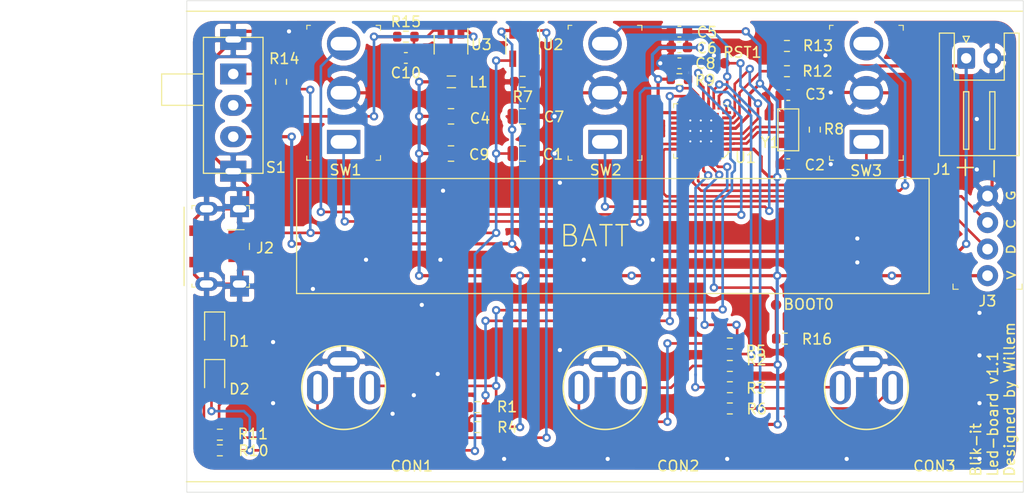
<source format=kicad_pcb>
(kicad_pcb (version 20171130) (host pcbnew "(5.1.9-0-10_14)")

  (general
    (thickness 1.6)
    (drawings 30)
    (tracks 531)
    (zones 0)
    (modules 45)
    (nets 47)
  )

  (page A4)
  (layers
    (0 F.Cu signal hide)
    (31 B.Cu signal hide)
    (32 B.Adhes user hide)
    (33 F.Adhes user hide)
    (34 B.Paste user hide)
    (35 F.Paste user hide)
    (36 B.SilkS user hide)
    (37 F.SilkS user hide)
    (38 B.Mask user hide)
    (39 F.Mask user hide)
    (40 Dwgs.User user)
    (41 Cmts.User user hide)
    (42 Eco1.User user hide)
    (43 Eco2.User user hide)
    (44 Edge.Cuts user hide)
    (45 Margin user hide)
    (46 B.CrtYd user hide)
    (47 F.CrtYd user hide)
    (48 B.Fab user hide)
    (49 F.Fab user hide)
  )

  (setup
    (last_trace_width 0.25)
    (trace_clearance 0.2)
    (zone_clearance 0.508)
    (zone_45_only no)
    (trace_min 0.2)
    (via_size 0.8)
    (via_drill 0.4)
    (via_min_size 0.4)
    (via_min_drill 0.3)
    (uvia_size 0.3)
    (uvia_drill 0.1)
    (uvias_allowed no)
    (uvia_min_size 0.2)
    (uvia_min_drill 0.1)
    (edge_width 0.05)
    (segment_width 0.2)
    (pcb_text_width 0.3)
    (pcb_text_size 1.5 1.5)
    (mod_edge_width 0.12)
    (mod_text_size 1 1)
    (mod_text_width 0.15)
    (pad_size 2 2.5)
    (pad_drill 0.6)
    (pad_to_mask_clearance 0)
    (aux_axis_origin 0 0)
    (visible_elements FFFFFF7F)
    (pcbplotparams
      (layerselection 0x00100_7ffffffe)
      (usegerberextensions false)
      (usegerberattributes false)
      (usegerberadvancedattributes false)
      (creategerberjobfile false)
      (excludeedgelayer true)
      (linewidth 0.100000)
      (plotframeref false)
      (viasonmask false)
      (mode 1)
      (useauxorigin false)
      (hpglpennumber 1)
      (hpglpenspeed 20)
      (hpglpendiameter 15.000000)
      (psnegative false)
      (psa4output false)
      (plotreference true)
      (plotvalue false)
      (plotinvisibletext false)
      (padsonsilk true)
      (subtractmaskfromsilk false)
      (outputformat 3)
      (mirror false)
      (drillshape 0)
      (scaleselection 1)
      (outputdirectory "gerber/"))
  )

  (net 0 "")
  (net 1 GND)
  (net 2 VBUS)
  (net 3 "Net-(C2-Pad1)")
  (net 4 "Net-(C3-Pad1)")
  (net 5 +3V3)
  (net 6 +BATT)
  (net 7 RST)
  (net 8 "Net-(CON1-Pad2)")
  (net 9 "Net-(CON2-Pad2)")
  (net 10 "Net-(CON3-Pad2)")
  (net 11 "Net-(D1-Pad2)")
  (net 12 "Net-(J2-Pad2)")
  (net 13 "Net-(J2-Pad3)")
  (net 14 SWCLK)
  (net 15 SWDIO)
  (net 16 "Net-(L1-Pad1)")
  (net 17 LED1)
  (net 18 LED2)
  (net 19 LED3)
  (net 20 DET1)
  (net 21 DET2)
  (net 22 DET3)
  (net 23 "Net-(R7-Pad1)")
  (net 24 "Net-(R11-Pad2)")
  (net 25 MEAS_VBATT)
  (net 26 SWITCH12)
  (net 27 SWITCH1)
  (net 28 SWITCH22)
  (net 29 SWITCH2)
  (net 30 SWITCH32)
  (net 31 SWITCH3)
  (net 32 "Net-(U1-Pad25)")
  (net 33 "Net-(U1-Pad15)")
  (net 34 "Net-(U1-Pad18)")
  (net 35 "Net-(U1-Pad19)")
  (net 36 "Net-(U1-Pad20)")
  (net 37 "Net-(U1-Pad21)")
  (net 38 "Net-(U1-Pad22)")
  (net 39 "Net-(U1-Pad26)")
  (net 40 "Net-(R14-Pad1)")
  (net 41 +BATT_SWITCHED)
  (net 42 "Net-(C10-Pad1)")
  (net 43 "Net-(D2-Pad1)")
  (net 44 BOOT0)
  (net 45 "Net-(U1-Pad32)")
  (net 46 "Net-(U1-Pad16)")

  (net_class Default "This is the default net class."
    (clearance 0.2)
    (trace_width 0.25)
    (via_dia 0.8)
    (via_drill 0.4)
    (uvia_dia 0.3)
    (uvia_drill 0.1)
    (add_net BOOT0)
    (add_net DET1)
    (add_net DET2)
    (add_net DET3)
    (add_net LED1)
    (add_net LED2)
    (add_net LED3)
    (add_net MEAS_VBATT)
    (add_net "Net-(C10-Pad1)")
    (add_net "Net-(C2-Pad1)")
    (add_net "Net-(C3-Pad1)")
    (add_net "Net-(CON1-Pad2)")
    (add_net "Net-(CON2-Pad2)")
    (add_net "Net-(CON3-Pad2)")
    (add_net "Net-(D1-Pad2)")
    (add_net "Net-(D2-Pad1)")
    (add_net "Net-(J2-Pad2)")
    (add_net "Net-(J2-Pad3)")
    (add_net "Net-(L1-Pad1)")
    (add_net "Net-(R11-Pad2)")
    (add_net "Net-(R14-Pad1)")
    (add_net "Net-(R7-Pad1)")
    (add_net "Net-(U1-Pad15)")
    (add_net "Net-(U1-Pad16)")
    (add_net "Net-(U1-Pad18)")
    (add_net "Net-(U1-Pad19)")
    (add_net "Net-(U1-Pad20)")
    (add_net "Net-(U1-Pad21)")
    (add_net "Net-(U1-Pad22)")
    (add_net "Net-(U1-Pad25)")
    (add_net "Net-(U1-Pad26)")
    (add_net "Net-(U1-Pad32)")
    (add_net RST)
    (add_net SWCLK)
    (add_net SWDIO)
    (add_net SWITCH1)
    (add_net SWITCH12)
    (add_net SWITCH2)
    (add_net SWITCH22)
    (add_net SWITCH3)
    (add_net SWITCH32)
    (add_net VBUS)
  )

  (net_class POWER ""
    (clearance 0.2)
    (trace_width 0.3048)
    (via_dia 0.8)
    (via_drill 0.4)
    (uvia_dia 0.3)
    (uvia_drill 0.1)
    (add_net +3V3)
    (add_net +BATT)
    (add_net +BATT_SWITCHED)
    (add_net GND)
  )

  (module Resistor_SMD:R_0603_1608Metric (layer F.Cu) (tedit 5F68FEEE) (tstamp 60539F51)
    (at 162.2298 104.8258)
    (descr "Resistor SMD 0603 (1608 Metric), square (rectangular) end terminal, IPC_7351 nominal, (Body size source: IPC-SM-782 page 72, https://www.pcb-3d.com/wordpress/wp-content/uploads/ipc-sm-782a_amendment_1_and_2.pdf), generated with kicad-footprint-generator")
    (tags resistor)
    (path /6053E837)
    (attr smd)
    (fp_text reference R16 (at 3.0734 0.0508) (layer F.SilkS)
      (effects (font (size 1 1) (thickness 0.15)))
    )
    (fp_text value 10K (at 0 1.43) (layer F.Fab)
      (effects (font (size 1 1) (thickness 0.15)))
    )
    (fp_text user %R (at 0 0) (layer F.Fab)
      (effects (font (size 0.4 0.4) (thickness 0.06)))
    )
    (fp_line (start -0.8 0.4125) (end -0.8 -0.4125) (layer F.Fab) (width 0.1))
    (fp_line (start -0.8 -0.4125) (end 0.8 -0.4125) (layer F.Fab) (width 0.1))
    (fp_line (start 0.8 -0.4125) (end 0.8 0.4125) (layer F.Fab) (width 0.1))
    (fp_line (start 0.8 0.4125) (end -0.8 0.4125) (layer F.Fab) (width 0.1))
    (fp_line (start -0.237258 -0.5225) (end 0.237258 -0.5225) (layer F.SilkS) (width 0.12))
    (fp_line (start -0.237258 0.5225) (end 0.237258 0.5225) (layer F.SilkS) (width 0.12))
    (fp_line (start -1.48 0.73) (end -1.48 -0.73) (layer F.CrtYd) (width 0.05))
    (fp_line (start -1.48 -0.73) (end 1.48 -0.73) (layer F.CrtYd) (width 0.05))
    (fp_line (start 1.48 -0.73) (end 1.48 0.73) (layer F.CrtYd) (width 0.05))
    (fp_line (start 1.48 0.73) (end -1.48 0.73) (layer F.CrtYd) (width 0.05))
    (pad 2 smd roundrect (at 0.825 0) (size 0.8 0.95) (layers F.Cu F.Paste F.Mask) (roundrect_rratio 0.25)
      (net 1 GND))
    (pad 1 smd roundrect (at -0.825 0) (size 0.8 0.95) (layers F.Cu F.Paste F.Mask) (roundrect_rratio 0.25)
      (net 44 BOOT0))
    (model ${KISYS3DMOD}/Resistor_SMD.3dshapes/R_0603_1608Metric.wrl
      (at (xyz 0 0 0))
      (scale (xyz 1 1 1))
      (rotate (xyz 0 0 0))
    )
  )

  (module Package_TO_SOT_SMD:SOT-23-5_HandSoldering (layer F.Cu) (tedit 5A0AB76C) (tstamp 60282101)
    (at 130.302 76.708 270)
    (descr "5-pin SOT23 package")
    (tags "SOT-23-5 hand-soldering")
    (path /604D4EA0)
    (attr smd)
    (fp_text reference U3 (at 0 -2.9) (layer F.SilkS)
      (effects (font (size 1 1) (thickness 0.15)))
    )
    (fp_text value LM3671MF-3.3 (at 0 2.9 90) (layer F.Fab)
      (effects (font (size 1 1) (thickness 0.15)))
    )
    (fp_text user %R (at 0 0) (layer F.Fab)
      (effects (font (size 0.5 0.5) (thickness 0.075)))
    )
    (fp_line (start -0.9 1.61) (end 0.9 1.61) (layer F.SilkS) (width 0.12))
    (fp_line (start 0.9 -1.61) (end -1.55 -1.61) (layer F.SilkS) (width 0.12))
    (fp_line (start -0.9 -0.9) (end -0.25 -1.55) (layer F.Fab) (width 0.1))
    (fp_line (start 0.9 -1.55) (end -0.25 -1.55) (layer F.Fab) (width 0.1))
    (fp_line (start -0.9 -0.9) (end -0.9 1.55) (layer F.Fab) (width 0.1))
    (fp_line (start 0.9 1.55) (end -0.9 1.55) (layer F.Fab) (width 0.1))
    (fp_line (start 0.9 -1.55) (end 0.9 1.55) (layer F.Fab) (width 0.1))
    (fp_line (start -2.38 -1.8) (end 2.38 -1.8) (layer F.CrtYd) (width 0.05))
    (fp_line (start -2.38 -1.8) (end -2.38 1.8) (layer F.CrtYd) (width 0.05))
    (fp_line (start 2.38 1.8) (end 2.38 -1.8) (layer F.CrtYd) (width 0.05))
    (fp_line (start 2.38 1.8) (end -2.38 1.8) (layer F.CrtYd) (width 0.05))
    (pad 5 smd rect (at 1.35 -0.95 270) (size 1.56 0.65) (layers F.Cu F.Paste F.Mask)
      (net 16 "Net-(L1-Pad1)"))
    (pad 4 smd rect (at 1.35 0.95 270) (size 1.56 0.65) (layers F.Cu F.Paste F.Mask)
      (net 5 +3V3))
    (pad 3 smd rect (at -1.35 0.95 270) (size 1.56 0.65) (layers F.Cu F.Paste F.Mask)
      (net 42 "Net-(C10-Pad1)"))
    (pad 2 smd rect (at -1.35 0 270) (size 1.56 0.65) (layers F.Cu F.Paste F.Mask)
      (net 1 GND))
    (pad 1 smd rect (at -1.35 -0.95 270) (size 1.56 0.65) (layers F.Cu F.Paste F.Mask)
      (net 41 +BATT_SWITCHED))
    (model ${KISYS3DMOD}/Package_TO_SOT_SMD.3dshapes/SOT-23-5.wrl
      (at (xyz 0 0 0))
      (scale (xyz 1 1 1))
      (rotate (xyz 0 0 0))
    )
  )

  (module Package_TO_SOT_SMD:SOT-23-5_HandSoldering (layer F.Cu) (tedit 5A0AB76C) (tstamp 6052D355)
    (at 137.16 76.708 270)
    (descr "5-pin SOT23 package")
    (tags "SOT-23-5 hand-soldering")
    (path /60220E3E)
    (attr smd)
    (fp_text reference U2 (at 0 -2.9 180) (layer F.SilkS)
      (effects (font (size 1 1) (thickness 0.15)))
    )
    (fp_text value MCP73832T-2ACI_OT (at 0 2.9 90) (layer F.Fab)
      (effects (font (size 1 1) (thickness 0.15)))
    )
    (fp_text user %R (at 0 0) (layer F.Fab)
      (effects (font (size 0.5 0.5) (thickness 0.075)))
    )
    (fp_line (start -0.9 1.61) (end 0.9 1.61) (layer F.SilkS) (width 0.12))
    (fp_line (start 0.9 -1.61) (end -1.55 -1.61) (layer F.SilkS) (width 0.12))
    (fp_line (start -0.9 -0.9) (end -0.25 -1.55) (layer F.Fab) (width 0.1))
    (fp_line (start 0.9 -1.55) (end -0.25 -1.55) (layer F.Fab) (width 0.1))
    (fp_line (start -0.9 -0.9) (end -0.9 1.55) (layer F.Fab) (width 0.1))
    (fp_line (start 0.9 1.55) (end -0.9 1.55) (layer F.Fab) (width 0.1))
    (fp_line (start 0.9 -1.55) (end 0.9 1.55) (layer F.Fab) (width 0.1))
    (fp_line (start -2.38 -1.8) (end 2.38 -1.8) (layer F.CrtYd) (width 0.05))
    (fp_line (start -2.38 -1.8) (end -2.38 1.8) (layer F.CrtYd) (width 0.05))
    (fp_line (start 2.38 1.8) (end 2.38 -1.8) (layer F.CrtYd) (width 0.05))
    (fp_line (start 2.38 1.8) (end -2.38 1.8) (layer F.CrtYd) (width 0.05))
    (pad 5 smd rect (at 1.35 -0.95 270) (size 1.56 0.65) (layers F.Cu F.Paste F.Mask)
      (net 23 "Net-(R7-Pad1)"))
    (pad 4 smd rect (at 1.35 0.95 270) (size 1.56 0.65) (layers F.Cu F.Paste F.Mask)
      (net 2 VBUS))
    (pad 3 smd rect (at -1.35 0.95 270) (size 1.56 0.65) (layers F.Cu F.Paste F.Mask)
      (net 6 +BATT))
    (pad 2 smd rect (at -1.35 0 270) (size 1.56 0.65) (layers F.Cu F.Paste F.Mask)
      (net 1 GND))
    (pad 1 smd rect (at -1.35 -0.95 270) (size 1.56 0.65) (layers F.Cu F.Paste F.Mask)
      (net 24 "Net-(R11-Pad2)"))
    (model ${KISYS3DMOD}/Package_TO_SOT_SMD.3dshapes/SOT-23-5.wrl
      (at (xyz 0 0 0))
      (scale (xyz 1 1 1))
      (rotate (xyz 0 0 0))
    )
  )

  (module Resistor_SMD:R_0603_1608Metric (layer F.Cu) (tedit 5F68FEEE) (tstamp 6021C2F0)
    (at 162.433 79.248)
    (descr "Resistor SMD 0603 (1608 Metric), square (rectangular) end terminal, IPC_7351 nominal, (Body size source: IPC-SM-782 page 72, https://www.pcb-3d.com/wordpress/wp-content/uploads/ipc-sm-782a_amendment_1_and_2.pdf), generated with kicad-footprint-generator")
    (tags resistor)
    (path /60403C7A)
    (attr smd)
    (fp_text reference R13 (at 2.9718 -2.4384) (layer F.SilkS)
      (effects (font (size 1 1) (thickness 0.15)))
    )
    (fp_text value 100K (at 0 1.43) (layer F.Fab)
      (effects (font (size 1 1) (thickness 0.15)))
    )
    (fp_text user %R (at 0 0) (layer F.Fab)
      (effects (font (size 0.4 0.4) (thickness 0.06)))
    )
    (fp_line (start -0.8 0.4125) (end -0.8 -0.4125) (layer F.Fab) (width 0.1))
    (fp_line (start -0.8 -0.4125) (end 0.8 -0.4125) (layer F.Fab) (width 0.1))
    (fp_line (start 0.8 -0.4125) (end 0.8 0.4125) (layer F.Fab) (width 0.1))
    (fp_line (start 0.8 0.4125) (end -0.8 0.4125) (layer F.Fab) (width 0.1))
    (fp_line (start -0.237258 -0.5225) (end 0.237258 -0.5225) (layer F.SilkS) (width 0.12))
    (fp_line (start -0.237258 0.5225) (end 0.237258 0.5225) (layer F.SilkS) (width 0.12))
    (fp_line (start -1.48 0.73) (end -1.48 -0.73) (layer F.CrtYd) (width 0.05))
    (fp_line (start -1.48 -0.73) (end 1.48 -0.73) (layer F.CrtYd) (width 0.05))
    (fp_line (start 1.48 -0.73) (end 1.48 0.73) (layer F.CrtYd) (width 0.05))
    (fp_line (start 1.48 0.73) (end -1.48 0.73) (layer F.CrtYd) (width 0.05))
    (pad 2 smd roundrect (at 0.825 0) (size 0.8 0.95) (layers F.Cu F.Paste F.Mask) (roundrect_rratio 0.25)
      (net 1 GND))
    (pad 1 smd roundrect (at -0.825 0) (size 0.8 0.95) (layers F.Cu F.Paste F.Mask) (roundrect_rratio 0.25)
      (net 25 MEAS_VBATT))
    (model ${KISYS3DMOD}/Resistor_SMD.3dshapes/R_0603_1608Metric.wrl
      (at (xyz 0 0 0))
      (scale (xyz 1 1 1))
      (rotate (xyz 0 0 0))
    )
  )

  (module Resistor_SMD:R_0603_1608Metric (layer F.Cu) (tedit 5F68FEEE) (tstamp 6021C2DC)
    (at 162.433 76.835 180)
    (descr "Resistor SMD 0603 (1608 Metric), square (rectangular) end terminal, IPC_7351 nominal, (Body size source: IPC-SM-782 page 72, https://www.pcb-3d.com/wordpress/wp-content/uploads/ipc-sm-782a_amendment_1_and_2.pdf), generated with kicad-footprint-generator")
    (tags resistor)
    (path /6040529B)
    (attr smd)
    (fp_text reference R12 (at -2.921 -2.413) (layer F.SilkS)
      (effects (font (size 1 1) (thickness 0.15)))
    )
    (fp_text value 220K (at 0 1.43) (layer F.Fab)
      (effects (font (size 1 1) (thickness 0.15)))
    )
    (fp_text user %R (at 0 0) (layer F.Fab)
      (effects (font (size 0.4 0.4) (thickness 0.06)))
    )
    (fp_line (start -0.8 0.4125) (end -0.8 -0.4125) (layer F.Fab) (width 0.1))
    (fp_line (start -0.8 -0.4125) (end 0.8 -0.4125) (layer F.Fab) (width 0.1))
    (fp_line (start 0.8 -0.4125) (end 0.8 0.4125) (layer F.Fab) (width 0.1))
    (fp_line (start 0.8 0.4125) (end -0.8 0.4125) (layer F.Fab) (width 0.1))
    (fp_line (start -0.237258 -0.5225) (end 0.237258 -0.5225) (layer F.SilkS) (width 0.12))
    (fp_line (start -0.237258 0.5225) (end 0.237258 0.5225) (layer F.SilkS) (width 0.12))
    (fp_line (start -1.48 0.73) (end -1.48 -0.73) (layer F.CrtYd) (width 0.05))
    (fp_line (start -1.48 -0.73) (end 1.48 -0.73) (layer F.CrtYd) (width 0.05))
    (fp_line (start 1.48 -0.73) (end 1.48 0.73) (layer F.CrtYd) (width 0.05))
    (fp_line (start 1.48 0.73) (end -1.48 0.73) (layer F.CrtYd) (width 0.05))
    (pad 2 smd roundrect (at 0.825 0 180) (size 0.8 0.95) (layers F.Cu F.Paste F.Mask) (roundrect_rratio 0.25)
      (net 25 MEAS_VBATT))
    (pad 1 smd roundrect (at -0.825 0 180) (size 0.8 0.95) (layers F.Cu F.Paste F.Mask) (roundrect_rratio 0.25)
      (net 6 +BATT))
    (model ${KISYS3DMOD}/Resistor_SMD.3dshapes/R_0603_1608Metric.wrl
      (at (xyz 0 0 0))
      (scale (xyz 1 1 1))
      (rotate (xyz 0 0 0))
    )
  )

  (module Resistor_SMD:R_0603_1608Metric (layer F.Cu) (tedit 5F68FEEE) (tstamp 6021C2C8)
    (at 108.19288 114.012)
    (descr "Resistor SMD 0603 (1608 Metric), square (rectangular) end terminal, IPC_7351 nominal, (Body size source: IPC-SM-782 page 72, https://www.pcb-3d.com/wordpress/wp-content/uploads/ipc-sm-782a_amendment_1_and_2.pdf), generated with kicad-footprint-generator")
    (tags resistor)
    (path /602AF25A)
    (attr smd)
    (fp_text reference R11 (at 3.16072 -0.0676) (layer F.SilkS)
      (effects (font (size 1 1) (thickness 0.15)))
    )
    (fp_text value 470E (at 0 1.43) (layer F.Fab)
      (effects (font (size 1 1) (thickness 0.15)))
    )
    (fp_text user %R (at 0 0) (layer F.Fab)
      (effects (font (size 0.4 0.4) (thickness 0.06)))
    )
    (fp_line (start -0.8 0.4125) (end -0.8 -0.4125) (layer F.Fab) (width 0.1))
    (fp_line (start -0.8 -0.4125) (end 0.8 -0.4125) (layer F.Fab) (width 0.1))
    (fp_line (start 0.8 -0.4125) (end 0.8 0.4125) (layer F.Fab) (width 0.1))
    (fp_line (start 0.8 0.4125) (end -0.8 0.4125) (layer F.Fab) (width 0.1))
    (fp_line (start -0.237258 -0.5225) (end 0.237258 -0.5225) (layer F.SilkS) (width 0.12))
    (fp_line (start -0.237258 0.5225) (end 0.237258 0.5225) (layer F.SilkS) (width 0.12))
    (fp_line (start -1.48 0.73) (end -1.48 -0.73) (layer F.CrtYd) (width 0.05))
    (fp_line (start -1.48 -0.73) (end 1.48 -0.73) (layer F.CrtYd) (width 0.05))
    (fp_line (start 1.48 -0.73) (end 1.48 0.73) (layer F.CrtYd) (width 0.05))
    (fp_line (start 1.48 0.73) (end -1.48 0.73) (layer F.CrtYd) (width 0.05))
    (pad 2 smd roundrect (at 0.825 0) (size 0.8 0.95) (layers F.Cu F.Paste F.Mask) (roundrect_rratio 0.25)
      (net 24 "Net-(R11-Pad2)"))
    (pad 1 smd roundrect (at -0.825 0) (size 0.8 0.95) (layers F.Cu F.Paste F.Mask) (roundrect_rratio 0.25)
      (net 43 "Net-(D2-Pad1)"))
    (model ${KISYS3DMOD}/Resistor_SMD.3dshapes/R_0603_1608Metric.wrl
      (at (xyz 0 0 0))
      (scale (xyz 1 1 1))
      (rotate (xyz 0 0 0))
    )
  )

  (module Resistor_SMD:R_0603_1608Metric (layer F.Cu) (tedit 5F68FEEE) (tstamp 6021C2B4)
    (at 108.19288 115.512)
    (descr "Resistor SMD 0603 (1608 Metric), square (rectangular) end terminal, IPC_7351 nominal, (Body size source: IPC-SM-782 page 72, https://www.pcb-3d.com/wordpress/wp-content/uploads/ipc-sm-782a_amendment_1_and_2.pdf), generated with kicad-footprint-generator")
    (tags resistor)
    (path /602AE2E0)
    (attr smd)
    (fp_text reference R10 (at 3.21152 0.0326) (layer F.SilkS)
      (effects (font (size 1 1) (thickness 0.15)))
    )
    (fp_text value 470E (at 0 1.43) (layer F.Fab)
      (effects (font (size 1 1) (thickness 0.15)))
    )
    (fp_text user %R (at 0 0) (layer F.Fab)
      (effects (font (size 0.4 0.4) (thickness 0.06)))
    )
    (fp_line (start -0.8 0.4125) (end -0.8 -0.4125) (layer F.Fab) (width 0.1))
    (fp_line (start -0.8 -0.4125) (end 0.8 -0.4125) (layer F.Fab) (width 0.1))
    (fp_line (start 0.8 -0.4125) (end 0.8 0.4125) (layer F.Fab) (width 0.1))
    (fp_line (start 0.8 0.4125) (end -0.8 0.4125) (layer F.Fab) (width 0.1))
    (fp_line (start -0.237258 -0.5225) (end 0.237258 -0.5225) (layer F.SilkS) (width 0.12))
    (fp_line (start -0.237258 0.5225) (end 0.237258 0.5225) (layer F.SilkS) (width 0.12))
    (fp_line (start -1.48 0.73) (end -1.48 -0.73) (layer F.CrtYd) (width 0.05))
    (fp_line (start -1.48 -0.73) (end 1.48 -0.73) (layer F.CrtYd) (width 0.05))
    (fp_line (start 1.48 -0.73) (end 1.48 0.73) (layer F.CrtYd) (width 0.05))
    (fp_line (start 1.48 0.73) (end -1.48 0.73) (layer F.CrtYd) (width 0.05))
    (pad 2 smd roundrect (at 0.825 0) (size 0.8 0.95) (layers F.Cu F.Paste F.Mask) (roundrect_rratio 0.25)
      (net 2 VBUS))
    (pad 1 smd roundrect (at -0.825 0) (size 0.8 0.95) (layers F.Cu F.Paste F.Mask) (roundrect_rratio 0.25)
      (net 11 "Net-(D1-Pad2)"))
    (model ${KISYS3DMOD}/Resistor_SMD.3dshapes/R_0603_1608Metric.wrl
      (at (xyz 0 0 0))
      (scale (xyz 1 1 1))
      (rotate (xyz 0 0 0))
    )
  )

  (module Resistor_SMD:R_0603_1608Metric (layer F.Cu) (tedit 5F68FEEE) (tstamp 6021C2A0)
    (at 152.146 80.01)
    (descr "Resistor SMD 0603 (1608 Metric), square (rectangular) end terminal, IPC_7351 nominal, (Body size source: IPC-SM-782 page 72, https://www.pcb-3d.com/wordpress/wp-content/uploads/ipc-sm-782a_amendment_1_and_2.pdf), generated with kicad-footprint-generator")
    (tags resistor)
    (path /602E1D33)
    (attr smd)
    (fp_text reference R9 (at 2.4638 0.1016) (layer F.SilkS)
      (effects (font (size 1 1) (thickness 0.15)))
    )
    (fp_text value 1K (at 0 1.43) (layer F.Fab)
      (effects (font (size 1 1) (thickness 0.15)))
    )
    (fp_text user %R (at 0 0) (layer F.Fab)
      (effects (font (size 0.4 0.4) (thickness 0.06)))
    )
    (fp_line (start -0.8 0.4125) (end -0.8 -0.4125) (layer F.Fab) (width 0.1))
    (fp_line (start -0.8 -0.4125) (end 0.8 -0.4125) (layer F.Fab) (width 0.1))
    (fp_line (start 0.8 -0.4125) (end 0.8 0.4125) (layer F.Fab) (width 0.1))
    (fp_line (start 0.8 0.4125) (end -0.8 0.4125) (layer F.Fab) (width 0.1))
    (fp_line (start -0.237258 -0.5225) (end 0.237258 -0.5225) (layer F.SilkS) (width 0.12))
    (fp_line (start -0.237258 0.5225) (end 0.237258 0.5225) (layer F.SilkS) (width 0.12))
    (fp_line (start -1.48 0.73) (end -1.48 -0.73) (layer F.CrtYd) (width 0.05))
    (fp_line (start -1.48 -0.73) (end 1.48 -0.73) (layer F.CrtYd) (width 0.05))
    (fp_line (start 1.48 -0.73) (end 1.48 0.73) (layer F.CrtYd) (width 0.05))
    (fp_line (start 1.48 0.73) (end -1.48 0.73) (layer F.CrtYd) (width 0.05))
    (pad 2 smd roundrect (at 0.825 0) (size 0.8 0.95) (layers F.Cu F.Paste F.Mask) (roundrect_rratio 0.25)
      (net 7 RST))
    (pad 1 smd roundrect (at -0.825 0) (size 0.8 0.95) (layers F.Cu F.Paste F.Mask) (roundrect_rratio 0.25)
      (net 5 +3V3))
    (model ${KISYS3DMOD}/Resistor_SMD.3dshapes/R_0603_1608Metric.wrl
      (at (xyz 0 0 0))
      (scale (xyz 1 1 1))
      (rotate (xyz 0 0 0))
    )
  )

  (module Resistor_SMD:R_0603_1608Metric (layer F.Cu) (tedit 5F68FEEE) (tstamp 6053165E)
    (at 165.1 84.836 90)
    (descr "Resistor SMD 0603 (1608 Metric), square (rectangular) end terminal, IPC_7351 nominal, (Body size source: IPC-SM-782 page 72, https://www.pcb-3d.com/wordpress/wp-content/uploads/ipc-sm-782a_amendment_1_and_2.pdf), generated with kicad-footprint-generator")
    (tags resistor)
    (path /603F8E75)
    (attr smd)
    (fp_text reference R8 (at 0.0508 1.8288 180) (layer F.SilkS)
      (effects (font (size 1 1) (thickness 0.15)))
    )
    (fp_text value 1M (at 0 1.43 90) (layer F.Fab)
      (effects (font (size 1 1) (thickness 0.15)))
    )
    (fp_text user %R (at 0 0 90) (layer F.Fab)
      (effects (font (size 0.4 0.4) (thickness 0.06)))
    )
    (fp_line (start -0.8 0.4125) (end -0.8 -0.4125) (layer F.Fab) (width 0.1))
    (fp_line (start -0.8 -0.4125) (end 0.8 -0.4125) (layer F.Fab) (width 0.1))
    (fp_line (start 0.8 -0.4125) (end 0.8 0.4125) (layer F.Fab) (width 0.1))
    (fp_line (start 0.8 0.4125) (end -0.8 0.4125) (layer F.Fab) (width 0.1))
    (fp_line (start -0.237258 -0.5225) (end 0.237258 -0.5225) (layer F.SilkS) (width 0.12))
    (fp_line (start -0.237258 0.5225) (end 0.237258 0.5225) (layer F.SilkS) (width 0.12))
    (fp_line (start -1.48 0.73) (end -1.48 -0.73) (layer F.CrtYd) (width 0.05))
    (fp_line (start -1.48 -0.73) (end 1.48 -0.73) (layer F.CrtYd) (width 0.05))
    (fp_line (start 1.48 -0.73) (end 1.48 0.73) (layer F.CrtYd) (width 0.05))
    (fp_line (start 1.48 0.73) (end -1.48 0.73) (layer F.CrtYd) (width 0.05))
    (pad 2 smd roundrect (at 0.825 0 90) (size 0.8 0.95) (layers F.Cu F.Paste F.Mask) (roundrect_rratio 0.25)
      (net 4 "Net-(C3-Pad1)"))
    (pad 1 smd roundrect (at -0.825 0 90) (size 0.8 0.95) (layers F.Cu F.Paste F.Mask) (roundrect_rratio 0.25)
      (net 3 "Net-(C2-Pad1)"))
    (model ${KISYS3DMOD}/Resistor_SMD.3dshapes/R_0603_1608Metric.wrl
      (at (xyz 0 0 0))
      (scale (xyz 1 1 1))
      (rotate (xyz 0 0 0))
    )
  )

  (module Resistor_SMD:R_0603_1608Metric (layer F.Cu) (tedit 5F68FEEE) (tstamp 6052D2E1)
    (at 137.16 80.264 180)
    (descr "Resistor SMD 0603 (1608 Metric), square (rectangular) end terminal, IPC_7351 nominal, (Body size source: IPC-SM-782 page 72, https://www.pcb-3d.com/wordpress/wp-content/uploads/ipc-sm-782a_amendment_1_and_2.pdf), generated with kicad-footprint-generator")
    (tags resistor)
    (path /60299759)
    (attr smd)
    (fp_text reference R7 (at 0 -1.43) (layer F.SilkS)
      (effects (font (size 1 1) (thickness 0.15)))
    )
    (fp_text value 3K3 (at 0 1.43) (layer F.Fab)
      (effects (font (size 1 1) (thickness 0.15)))
    )
    (fp_text user %R (at 0 0) (layer F.Fab)
      (effects (font (size 0.4 0.4) (thickness 0.06)))
    )
    (fp_line (start -0.8 0.4125) (end -0.8 -0.4125) (layer F.Fab) (width 0.1))
    (fp_line (start -0.8 -0.4125) (end 0.8 -0.4125) (layer F.Fab) (width 0.1))
    (fp_line (start 0.8 -0.4125) (end 0.8 0.4125) (layer F.Fab) (width 0.1))
    (fp_line (start 0.8 0.4125) (end -0.8 0.4125) (layer F.Fab) (width 0.1))
    (fp_line (start -0.237258 -0.5225) (end 0.237258 -0.5225) (layer F.SilkS) (width 0.12))
    (fp_line (start -0.237258 0.5225) (end 0.237258 0.5225) (layer F.SilkS) (width 0.12))
    (fp_line (start -1.48 0.73) (end -1.48 -0.73) (layer F.CrtYd) (width 0.05))
    (fp_line (start -1.48 -0.73) (end 1.48 -0.73) (layer F.CrtYd) (width 0.05))
    (fp_line (start 1.48 -0.73) (end 1.48 0.73) (layer F.CrtYd) (width 0.05))
    (fp_line (start 1.48 0.73) (end -1.48 0.73) (layer F.CrtYd) (width 0.05))
    (pad 2 smd roundrect (at 0.825 0 180) (size 0.8 0.95) (layers F.Cu F.Paste F.Mask) (roundrect_rratio 0.25)
      (net 1 GND))
    (pad 1 smd roundrect (at -0.825 0 180) (size 0.8 0.95) (layers F.Cu F.Paste F.Mask) (roundrect_rratio 0.25)
      (net 23 "Net-(R7-Pad1)"))
    (model ${KISYS3DMOD}/Resistor_SMD.3dshapes/R_0603_1608Metric.wrl
      (at (xyz 0 0 0))
      (scale (xyz 1 1 1))
      (rotate (xyz 0 0 0))
    )
  )

  (module Resistor_SMD:R_0603_1608Metric (layer F.Cu) (tedit 5F68FEEE) (tstamp 6021C264)
    (at 156.972 111.506 180)
    (descr "Resistor SMD 0603 (1608 Metric), square (rectangular) end terminal, IPC_7351 nominal, (Body size source: IPC-SM-782 page 72, https://www.pcb-3d.com/wordpress/wp-content/uploads/ipc-sm-782a_amendment_1_and_2.pdf), generated with kicad-footprint-generator")
    (tags resistor)
    (path /6025CE8E)
    (attr smd)
    (fp_text reference R6 (at -2.5654 -0.0508) (layer F.SilkS)
      (effects (font (size 1 1) (thickness 0.15)))
    )
    (fp_text value 10K (at 0 1.43) (layer F.Fab)
      (effects (font (size 1 1) (thickness 0.15)))
    )
    (fp_text user %R (at 0 0) (layer F.Fab)
      (effects (font (size 0.4 0.4) (thickness 0.06)))
    )
    (fp_line (start -0.8 0.4125) (end -0.8 -0.4125) (layer F.Fab) (width 0.1))
    (fp_line (start -0.8 -0.4125) (end 0.8 -0.4125) (layer F.Fab) (width 0.1))
    (fp_line (start 0.8 -0.4125) (end 0.8 0.4125) (layer F.Fab) (width 0.1))
    (fp_line (start 0.8 0.4125) (end -0.8 0.4125) (layer F.Fab) (width 0.1))
    (fp_line (start -0.237258 -0.5225) (end 0.237258 -0.5225) (layer F.SilkS) (width 0.12))
    (fp_line (start -0.237258 0.5225) (end 0.237258 0.5225) (layer F.SilkS) (width 0.12))
    (fp_line (start -1.48 0.73) (end -1.48 -0.73) (layer F.CrtYd) (width 0.05))
    (fp_line (start -1.48 -0.73) (end 1.48 -0.73) (layer F.CrtYd) (width 0.05))
    (fp_line (start 1.48 -0.73) (end 1.48 0.73) (layer F.CrtYd) (width 0.05))
    (fp_line (start 1.48 0.73) (end -1.48 0.73) (layer F.CrtYd) (width 0.05))
    (pad 2 smd roundrect (at 0.825 0 180) (size 0.8 0.95) (layers F.Cu F.Paste F.Mask) (roundrect_rratio 0.25)
      (net 5 +3V3))
    (pad 1 smd roundrect (at -0.825 0 180) (size 0.8 0.95) (layers F.Cu F.Paste F.Mask) (roundrect_rratio 0.25)
      (net 22 DET3))
    (model ${KISYS3DMOD}/Resistor_SMD.3dshapes/R_0603_1608Metric.wrl
      (at (xyz 0 0 0))
      (scale (xyz 1 1 1))
      (rotate (xyz 0 0 0))
    )
  )

  (module Resistor_SMD:R_0603_1608Metric (layer F.Cu) (tedit 5F68FEEE) (tstamp 6021C250)
    (at 156.972 107.442)
    (descr "Resistor SMD 0603 (1608 Metric), square (rectangular) end terminal, IPC_7351 nominal, (Body size source: IPC-SM-782 page 72, https://www.pcb-3d.com/wordpress/wp-content/uploads/ipc-sm-782a_amendment_1_and_2.pdf), generated with kicad-footprint-generator")
    (tags resistor)
    (path /6025DA85)
    (attr smd)
    (fp_text reference R5 (at 2.4892 -1.43) (layer F.SilkS)
      (effects (font (size 1 1) (thickness 0.15)))
    )
    (fp_text value 10K (at 0 1.43) (layer F.Fab)
      (effects (font (size 1 1) (thickness 0.15)))
    )
    (fp_text user %R (at 0 0) (layer F.Fab)
      (effects (font (size 0.4 0.4) (thickness 0.06)))
    )
    (fp_line (start -0.8 0.4125) (end -0.8 -0.4125) (layer F.Fab) (width 0.1))
    (fp_line (start -0.8 -0.4125) (end 0.8 -0.4125) (layer F.Fab) (width 0.1))
    (fp_line (start 0.8 -0.4125) (end 0.8 0.4125) (layer F.Fab) (width 0.1))
    (fp_line (start 0.8 0.4125) (end -0.8 0.4125) (layer F.Fab) (width 0.1))
    (fp_line (start -0.237258 -0.5225) (end 0.237258 -0.5225) (layer F.SilkS) (width 0.12))
    (fp_line (start -0.237258 0.5225) (end 0.237258 0.5225) (layer F.SilkS) (width 0.12))
    (fp_line (start -1.48 0.73) (end -1.48 -0.73) (layer F.CrtYd) (width 0.05))
    (fp_line (start -1.48 -0.73) (end 1.48 -0.73) (layer F.CrtYd) (width 0.05))
    (fp_line (start 1.48 -0.73) (end 1.48 0.73) (layer F.CrtYd) (width 0.05))
    (fp_line (start 1.48 0.73) (end -1.48 0.73) (layer F.CrtYd) (width 0.05))
    (pad 2 smd roundrect (at 0.825 0) (size 0.8 0.95) (layers F.Cu F.Paste F.Mask) (roundrect_rratio 0.25)
      (net 5 +3V3))
    (pad 1 smd roundrect (at -0.825 0) (size 0.8 0.95) (layers F.Cu F.Paste F.Mask) (roundrect_rratio 0.25)
      (net 21 DET2))
    (model ${KISYS3DMOD}/Resistor_SMD.3dshapes/R_0603_1608Metric.wrl
      (at (xyz 0 0 0))
      (scale (xyz 1 1 1))
      (rotate (xyz 0 0 0))
    )
  )

  (module Resistor_SMD:R_0603_1608Metric (layer F.Cu) (tedit 5F68FEEE) (tstamp 6021C23C)
    (at 132.842 113.284)
    (descr "Resistor SMD 0603 (1608 Metric), square (rectangular) end terminal, IPC_7351 nominal, (Body size source: IPC-SM-782 page 72, https://www.pcb-3d.com/wordpress/wp-content/uploads/ipc-sm-782a_amendment_1_and_2.pdf), generated with kicad-footprint-generator")
    (tags resistor)
    (path /6025E6DF)
    (attr smd)
    (fp_text reference R4 (at 2.8448 0.0254) (layer F.SilkS)
      (effects (font (size 1 1) (thickness 0.15)))
    )
    (fp_text value 10K (at 0 1.43) (layer F.Fab)
      (effects (font (size 1 1) (thickness 0.15)))
    )
    (fp_text user %R (at 0 0) (layer F.Fab)
      (effects (font (size 0.4 0.4) (thickness 0.06)))
    )
    (fp_line (start -0.8 0.4125) (end -0.8 -0.4125) (layer F.Fab) (width 0.1))
    (fp_line (start -0.8 -0.4125) (end 0.8 -0.4125) (layer F.Fab) (width 0.1))
    (fp_line (start 0.8 -0.4125) (end 0.8 0.4125) (layer F.Fab) (width 0.1))
    (fp_line (start 0.8 0.4125) (end -0.8 0.4125) (layer F.Fab) (width 0.1))
    (fp_line (start -0.237258 -0.5225) (end 0.237258 -0.5225) (layer F.SilkS) (width 0.12))
    (fp_line (start -0.237258 0.5225) (end 0.237258 0.5225) (layer F.SilkS) (width 0.12))
    (fp_line (start -1.48 0.73) (end -1.48 -0.73) (layer F.CrtYd) (width 0.05))
    (fp_line (start -1.48 -0.73) (end 1.48 -0.73) (layer F.CrtYd) (width 0.05))
    (fp_line (start 1.48 -0.73) (end 1.48 0.73) (layer F.CrtYd) (width 0.05))
    (fp_line (start 1.48 0.73) (end -1.48 0.73) (layer F.CrtYd) (width 0.05))
    (pad 2 smd roundrect (at 0.825 0) (size 0.8 0.95) (layers F.Cu F.Paste F.Mask) (roundrect_rratio 0.25)
      (net 5 +3V3))
    (pad 1 smd roundrect (at -0.825 0) (size 0.8 0.95) (layers F.Cu F.Paste F.Mask) (roundrect_rratio 0.25)
      (net 20 DET1))
    (model ${KISYS3DMOD}/Resistor_SMD.3dshapes/R_0603_1608Metric.wrl
      (at (xyz 0 0 0))
      (scale (xyz 1 1 1))
      (rotate (xyz 0 0 0))
    )
  )

  (module Resistor_SMD:R_0603_1608Metric (layer F.Cu) (tedit 5F68FEEE) (tstamp 6021C228)
    (at 156.972 109.474 180)
    (descr "Resistor SMD 0603 (1608 Metric), square (rectangular) end terminal, IPC_7351 nominal, (Body size source: IPC-SM-782 page 72, https://www.pcb-3d.com/wordpress/wp-content/uploads/ipc-sm-782a_amendment_1_and_2.pdf), generated with kicad-footprint-generator")
    (tags resistor)
    (path /6024FF14)
    (attr smd)
    (fp_text reference R3 (at -2.54 -0.1016) (layer F.SilkS)
      (effects (font (size 1 1) (thickness 0.15)))
    )
    (fp_text value 130E (at 0 1.43) (layer F.Fab)
      (effects (font (size 1 1) (thickness 0.15)))
    )
    (fp_text user %R (at 0 0) (layer F.Fab)
      (effects (font (size 0.4 0.4) (thickness 0.06)))
    )
    (fp_line (start -0.8 0.4125) (end -0.8 -0.4125) (layer F.Fab) (width 0.1))
    (fp_line (start -0.8 -0.4125) (end 0.8 -0.4125) (layer F.Fab) (width 0.1))
    (fp_line (start 0.8 -0.4125) (end 0.8 0.4125) (layer F.Fab) (width 0.1))
    (fp_line (start 0.8 0.4125) (end -0.8 0.4125) (layer F.Fab) (width 0.1))
    (fp_line (start -0.237258 -0.5225) (end 0.237258 -0.5225) (layer F.SilkS) (width 0.12))
    (fp_line (start -0.237258 0.5225) (end 0.237258 0.5225) (layer F.SilkS) (width 0.12))
    (fp_line (start -1.48 0.73) (end -1.48 -0.73) (layer F.CrtYd) (width 0.05))
    (fp_line (start -1.48 -0.73) (end 1.48 -0.73) (layer F.CrtYd) (width 0.05))
    (fp_line (start 1.48 -0.73) (end 1.48 0.73) (layer F.CrtYd) (width 0.05))
    (fp_line (start 1.48 0.73) (end -1.48 0.73) (layer F.CrtYd) (width 0.05))
    (pad 2 smd roundrect (at 0.825 0 180) (size 0.8 0.95) (layers F.Cu F.Paste F.Mask) (roundrect_rratio 0.25)
      (net 19 LED3))
    (pad 1 smd roundrect (at -0.825 0 180) (size 0.8 0.95) (layers F.Cu F.Paste F.Mask) (roundrect_rratio 0.25)
      (net 10 "Net-(CON3-Pad2)"))
    (model ${KISYS3DMOD}/Resistor_SMD.3dshapes/R_0603_1608Metric.wrl
      (at (xyz 0 0 0))
      (scale (xyz 1 1 1))
      (rotate (xyz 0 0 0))
    )
  )

  (module Resistor_SMD:R_0603_1608Metric (layer F.Cu) (tedit 5F68FEEE) (tstamp 6021C214)
    (at 156.972 105.283 180)
    (descr "Resistor SMD 0603 (1608 Metric), square (rectangular) end terminal, IPC_7351 nominal, (Body size source: IPC-SM-782 page 72, https://www.pcb-3d.com/wordpress/wp-content/uploads/ipc-sm-782a_amendment_1_and_2.pdf), generated with kicad-footprint-generator")
    (tags resistor)
    (path /6024E7D0)
    (attr smd)
    (fp_text reference R2 (at -2.54 -1.5748) (layer F.SilkS)
      (effects (font (size 1 1) (thickness 0.15)))
    )
    (fp_text value 130E (at 0 1.43) (layer F.Fab)
      (effects (font (size 1 1) (thickness 0.15)))
    )
    (fp_text user %R (at 0 0) (layer F.Fab)
      (effects (font (size 0.4 0.4) (thickness 0.06)))
    )
    (fp_line (start -0.8 0.4125) (end -0.8 -0.4125) (layer F.Fab) (width 0.1))
    (fp_line (start -0.8 -0.4125) (end 0.8 -0.4125) (layer F.Fab) (width 0.1))
    (fp_line (start 0.8 -0.4125) (end 0.8 0.4125) (layer F.Fab) (width 0.1))
    (fp_line (start 0.8 0.4125) (end -0.8 0.4125) (layer F.Fab) (width 0.1))
    (fp_line (start -0.237258 -0.5225) (end 0.237258 -0.5225) (layer F.SilkS) (width 0.12))
    (fp_line (start -0.237258 0.5225) (end 0.237258 0.5225) (layer F.SilkS) (width 0.12))
    (fp_line (start -1.48 0.73) (end -1.48 -0.73) (layer F.CrtYd) (width 0.05))
    (fp_line (start -1.48 -0.73) (end 1.48 -0.73) (layer F.CrtYd) (width 0.05))
    (fp_line (start 1.48 -0.73) (end 1.48 0.73) (layer F.CrtYd) (width 0.05))
    (fp_line (start 1.48 0.73) (end -1.48 0.73) (layer F.CrtYd) (width 0.05))
    (pad 2 smd roundrect (at 0.825 0 180) (size 0.8 0.95) (layers F.Cu F.Paste F.Mask) (roundrect_rratio 0.25)
      (net 9 "Net-(CON2-Pad2)"))
    (pad 1 smd roundrect (at -0.825 0 180) (size 0.8 0.95) (layers F.Cu F.Paste F.Mask) (roundrect_rratio 0.25)
      (net 18 LED2))
    (model ${KISYS3DMOD}/Resistor_SMD.3dshapes/R_0603_1608Metric.wrl
      (at (xyz 0 0 0))
      (scale (xyz 1 1 1))
      (rotate (xyz 0 0 0))
    )
  )

  (module Resistor_SMD:R_0603_1608Metric (layer F.Cu) (tedit 5F68FEEE) (tstamp 6021C200)
    (at 132.828 111.379)
    (descr "Resistor SMD 0603 (1608 Metric), square (rectangular) end terminal, IPC_7351 nominal, (Body size source: IPC-SM-782 page 72, https://www.pcb-3d.com/wordpress/wp-content/uploads/ipc-sm-782a_amendment_1_and_2.pdf), generated with kicad-footprint-generator")
    (tags resistor)
    (path /6024F4D7)
    (attr smd)
    (fp_text reference R1 (at 2.8334 -0.0254) (layer F.SilkS)
      (effects (font (size 1 1) (thickness 0.15)))
    )
    (fp_text value 130E (at 0 1.43) (layer F.Fab)
      (effects (font (size 1 1) (thickness 0.15)))
    )
    (fp_text user %R (at 0 0) (layer F.Fab)
      (effects (font (size 0.4 0.4) (thickness 0.06)))
    )
    (fp_line (start -0.8 0.4125) (end -0.8 -0.4125) (layer F.Fab) (width 0.1))
    (fp_line (start -0.8 -0.4125) (end 0.8 -0.4125) (layer F.Fab) (width 0.1))
    (fp_line (start 0.8 -0.4125) (end 0.8 0.4125) (layer F.Fab) (width 0.1))
    (fp_line (start 0.8 0.4125) (end -0.8 0.4125) (layer F.Fab) (width 0.1))
    (fp_line (start -0.237258 -0.5225) (end 0.237258 -0.5225) (layer F.SilkS) (width 0.12))
    (fp_line (start -0.237258 0.5225) (end 0.237258 0.5225) (layer F.SilkS) (width 0.12))
    (fp_line (start -1.48 0.73) (end -1.48 -0.73) (layer F.CrtYd) (width 0.05))
    (fp_line (start -1.48 -0.73) (end 1.48 -0.73) (layer F.CrtYd) (width 0.05))
    (fp_line (start 1.48 -0.73) (end 1.48 0.73) (layer F.CrtYd) (width 0.05))
    (fp_line (start 1.48 0.73) (end -1.48 0.73) (layer F.CrtYd) (width 0.05))
    (pad 2 smd roundrect (at 0.825 0) (size 0.8 0.95) (layers F.Cu F.Paste F.Mask) (roundrect_rratio 0.25)
      (net 17 LED1))
    (pad 1 smd roundrect (at -0.825 0) (size 0.8 0.95) (layers F.Cu F.Paste F.Mask) (roundrect_rratio 0.25)
      (net 8 "Net-(CON1-Pad2)"))
    (model ${KISYS3DMOD}/Resistor_SMD.3dshapes/R_0603_1608Metric.wrl
      (at (xyz 0 0 0))
      (scale (xyz 1 1 1))
      (rotate (xyz 0 0 0))
    )
  )

  (module Inductor_SMD:L_0805_2012Metric (layer F.Cu) (tedit 5F68FEF0) (tstamp 6021C1EC)
    (at 130.336 80.264 180)
    (descr "Inductor SMD 0805 (2012 Metric), square (rectangular) end terminal, IPC_7351 nominal, (Body size source: IPC-SM-782 page 80, https://www.pcb-3d.com/wordpress/wp-content/uploads/ipc-sm-782a_amendment_1_and_2.pdf), generated with kicad-footprint-generator")
    (tags inductor)
    (path /604EE10C)
    (attr smd)
    (fp_text reference L1 (at -2.6076 -0.0254) (layer F.SilkS)
      (effects (font (size 1 1) (thickness 0.15)))
    )
    (fp_text value 2,2uH (at 0 1.55) (layer F.Fab)
      (effects (font (size 1 1) (thickness 0.15)))
    )
    (fp_text user %R (at 0 0) (layer F.Fab)
      (effects (font (size 0.5 0.5) (thickness 0.08)))
    )
    (fp_line (start -1 0.45) (end -1 -0.45) (layer F.Fab) (width 0.1))
    (fp_line (start -1 -0.45) (end 1 -0.45) (layer F.Fab) (width 0.1))
    (fp_line (start 1 -0.45) (end 1 0.45) (layer F.Fab) (width 0.1))
    (fp_line (start 1 0.45) (end -1 0.45) (layer F.Fab) (width 0.1))
    (fp_line (start -0.399622 -0.56) (end 0.399622 -0.56) (layer F.SilkS) (width 0.12))
    (fp_line (start -0.399622 0.56) (end 0.399622 0.56) (layer F.SilkS) (width 0.12))
    (fp_line (start -1.75 0.85) (end -1.75 -0.85) (layer F.CrtYd) (width 0.05))
    (fp_line (start -1.75 -0.85) (end 1.75 -0.85) (layer F.CrtYd) (width 0.05))
    (fp_line (start 1.75 -0.85) (end 1.75 0.85) (layer F.CrtYd) (width 0.05))
    (fp_line (start 1.75 0.85) (end -1.75 0.85) (layer F.CrtYd) (width 0.05))
    (pad 2 smd roundrect (at 1.0625 0 180) (size 0.875 1.2) (layers F.Cu F.Paste F.Mask) (roundrect_rratio 0.25)
      (net 5 +3V3))
    (pad 1 smd roundrect (at -1.0625 0 180) (size 0.875 1.2) (layers F.Cu F.Paste F.Mask) (roundrect_rratio 0.25)
      (net 16 "Net-(L1-Pad1)"))
    (model ${KISYS3DMOD}/Inductor_SMD.3dshapes/L_0805_2012Metric.wrl
      (at (xyz 0 0 0))
      (scale (xyz 1 1 1))
      (rotate (xyz 0 0 0))
    )
  )

  (module Capacitor_SMD:C_0805_2012Metric (layer F.Cu) (tedit 5F68FEEE) (tstamp 6021C0FA)
    (at 130.302 87.122)
    (descr "Capacitor SMD 0805 (2012 Metric), square (rectangular) end terminal, IPC_7351 nominal, (Body size source: IPC-SM-782 page 76, https://www.pcb-3d.com/wordpress/wp-content/uploads/ipc-sm-782a_amendment_1_and_2.pdf, https://docs.google.com/spreadsheets/d/1BsfQQcO9C6DZCsRaXUlFlo91Tg2WpOkGARC1WS5S8t0/edit?usp=sharing), generated with kicad-footprint-generator")
    (tags capacitor)
    (path /60506A3D)
    (attr smd)
    (fp_text reference C9 (at 2.6924 0.1016) (layer F.SilkS)
      (effects (font (size 1 1) (thickness 0.15)))
    )
    (fp_text value 4,7uF (at 0 1.68) (layer F.Fab)
      (effects (font (size 1 1) (thickness 0.15)))
    )
    (fp_text user %R (at 0 0) (layer F.Fab)
      (effects (font (size 0.5 0.5) (thickness 0.08)))
    )
    (fp_line (start -1 0.625) (end -1 -0.625) (layer F.Fab) (width 0.1))
    (fp_line (start -1 -0.625) (end 1 -0.625) (layer F.Fab) (width 0.1))
    (fp_line (start 1 -0.625) (end 1 0.625) (layer F.Fab) (width 0.1))
    (fp_line (start 1 0.625) (end -1 0.625) (layer F.Fab) (width 0.1))
    (fp_line (start -0.261252 -0.735) (end 0.261252 -0.735) (layer F.SilkS) (width 0.12))
    (fp_line (start -0.261252 0.735) (end 0.261252 0.735) (layer F.SilkS) (width 0.12))
    (fp_line (start -1.7 0.98) (end -1.7 -0.98) (layer F.CrtYd) (width 0.05))
    (fp_line (start -1.7 -0.98) (end 1.7 -0.98) (layer F.CrtYd) (width 0.05))
    (fp_line (start 1.7 -0.98) (end 1.7 0.98) (layer F.CrtYd) (width 0.05))
    (fp_line (start 1.7 0.98) (end -1.7 0.98) (layer F.CrtYd) (width 0.05))
    (pad 2 smd roundrect (at 0.95 0) (size 1 1.45) (layers F.Cu F.Paste F.Mask) (roundrect_rratio 0.25)
      (net 1 GND))
    (pad 1 smd roundrect (at -0.95 0) (size 1 1.45) (layers F.Cu F.Paste F.Mask) (roundrect_rratio 0.25)
      (net 5 +3V3))
    (model ${KISYS3DMOD}/Capacitor_SMD.3dshapes/C_0805_2012Metric.wrl
      (at (xyz 0 0 0))
      (scale (xyz 1 1 1))
      (rotate (xyz 0 0 0))
    )
  )

  (module Capacitor_SMD:C_0603_1608Metric (layer F.Cu) (tedit 5F68FEEE) (tstamp 6021C0E7)
    (at 152.146 78.486 180)
    (descr "Capacitor SMD 0603 (1608 Metric), square (rectangular) end terminal, IPC_7351 nominal, (Body size source: IPC-SM-782 page 76, https://www.pcb-3d.com/wordpress/wp-content/uploads/ipc-sm-782a_amendment_1_and_2.pdf), generated with kicad-footprint-generator")
    (tags capacitor)
    (path /602F7127)
    (attr smd)
    (fp_text reference C8 (at -2.4892 -0.0254) (layer F.SilkS)
      (effects (font (size 1 1) (thickness 0.15)))
    )
    (fp_text value 100nF (at 0 1.43) (layer F.Fab)
      (effects (font (size 1 1) (thickness 0.15)))
    )
    (fp_text user %R (at 0 0) (layer F.Fab)
      (effects (font (size 0.4 0.4) (thickness 0.06)))
    )
    (fp_line (start -0.8 0.4) (end -0.8 -0.4) (layer F.Fab) (width 0.1))
    (fp_line (start -0.8 -0.4) (end 0.8 -0.4) (layer F.Fab) (width 0.1))
    (fp_line (start 0.8 -0.4) (end 0.8 0.4) (layer F.Fab) (width 0.1))
    (fp_line (start 0.8 0.4) (end -0.8 0.4) (layer F.Fab) (width 0.1))
    (fp_line (start -0.14058 -0.51) (end 0.14058 -0.51) (layer F.SilkS) (width 0.12))
    (fp_line (start -0.14058 0.51) (end 0.14058 0.51) (layer F.SilkS) (width 0.12))
    (fp_line (start -1.48 0.73) (end -1.48 -0.73) (layer F.CrtYd) (width 0.05))
    (fp_line (start -1.48 -0.73) (end 1.48 -0.73) (layer F.CrtYd) (width 0.05))
    (fp_line (start 1.48 -0.73) (end 1.48 0.73) (layer F.CrtYd) (width 0.05))
    (fp_line (start 1.48 0.73) (end -1.48 0.73) (layer F.CrtYd) (width 0.05))
    (pad 2 smd roundrect (at 0.775 0 180) (size 0.9 0.95) (layers F.Cu F.Paste F.Mask) (roundrect_rratio 0.25)
      (net 1 GND))
    (pad 1 smd roundrect (at -0.775 0 180) (size 0.9 0.95) (layers F.Cu F.Paste F.Mask) (roundrect_rratio 0.25)
      (net 7 RST))
    (model ${KISYS3DMOD}/Capacitor_SMD.3dshapes/C_0603_1608Metric.wrl
      (at (xyz 0 0 0))
      (scale (xyz 1 1 1))
      (rotate (xyz 0 0 0))
    )
  )

  (module Capacitor_SMD:C_0805_2012Metric (layer F.Cu) (tedit 5F68FEEE) (tstamp 6021C0D3)
    (at 137.16 83.566)
    (descr "Capacitor SMD 0805 (2012 Metric), square (rectangular) end terminal, IPC_7351 nominal, (Body size source: IPC-SM-782 page 76, https://www.pcb-3d.com/wordpress/wp-content/uploads/ipc-sm-782a_amendment_1_and_2.pdf, https://docs.google.com/spreadsheets/d/1BsfQQcO9C6DZCsRaXUlFlo91Tg2WpOkGARC1WS5S8t0/edit?usp=sharing), generated with kicad-footprint-generator")
    (tags capacitor)
    (path /6043A641)
    (attr smd)
    (fp_text reference C7 (at 2.9972 0.0508) (layer F.SilkS)
      (effects (font (size 1 1) (thickness 0.15)))
    )
    (fp_text value 4,7uF (at 0 1.68) (layer F.Fab)
      (effects (font (size 1 1) (thickness 0.15)))
    )
    (fp_text user %R (at 0 0) (layer F.Fab)
      (effects (font (size 0.5 0.5) (thickness 0.08)))
    )
    (fp_line (start -1 0.625) (end -1 -0.625) (layer F.Fab) (width 0.1))
    (fp_line (start -1 -0.625) (end 1 -0.625) (layer F.Fab) (width 0.1))
    (fp_line (start 1 -0.625) (end 1 0.625) (layer F.Fab) (width 0.1))
    (fp_line (start 1 0.625) (end -1 0.625) (layer F.Fab) (width 0.1))
    (fp_line (start -0.261252 -0.735) (end 0.261252 -0.735) (layer F.SilkS) (width 0.12))
    (fp_line (start -0.261252 0.735) (end 0.261252 0.735) (layer F.SilkS) (width 0.12))
    (fp_line (start -1.7 0.98) (end -1.7 -0.98) (layer F.CrtYd) (width 0.05))
    (fp_line (start -1.7 -0.98) (end 1.7 -0.98) (layer F.CrtYd) (width 0.05))
    (fp_line (start 1.7 -0.98) (end 1.7 0.98) (layer F.CrtYd) (width 0.05))
    (fp_line (start 1.7 0.98) (end -1.7 0.98) (layer F.CrtYd) (width 0.05))
    (pad 2 smd roundrect (at 0.95 0) (size 1 1.45) (layers F.Cu F.Paste F.Mask) (roundrect_rratio 0.25)
      (net 1 GND))
    (pad 1 smd roundrect (at -0.95 0) (size 1 1.45) (layers F.Cu F.Paste F.Mask) (roundrect_rratio 0.25)
      (net 6 +BATT))
    (model ${KISYS3DMOD}/Capacitor_SMD.3dshapes/C_0805_2012Metric.wrl
      (at (xyz 0 0 0))
      (scale (xyz 1 1 1))
      (rotate (xyz 0 0 0))
    )
  )

  (module Capacitor_SMD:C_0603_1608Metric (layer F.Cu) (tedit 5F68FEEE) (tstamp 6021C0C0)
    (at 152.146 76.962 180)
    (descr "Capacitor SMD 0603 (1608 Metric), square (rectangular) end terminal, IPC_7351 nominal, (Body size source: IPC-SM-782 page 76, https://www.pcb-3d.com/wordpress/wp-content/uploads/ipc-sm-782a_amendment_1_and_2.pdf), generated with kicad-footprint-generator")
    (tags capacitor)
    (path /603026D2)
    (attr smd)
    (fp_text reference C6 (at -2.6162 -0.0762) (layer F.SilkS)
      (effects (font (size 1 1) (thickness 0.15)))
    )
    (fp_text value 100nF (at 0 1.43) (layer F.Fab)
      (effects (font (size 1 1) (thickness 0.15)))
    )
    (fp_text user %R (at 0 0) (layer F.Fab)
      (effects (font (size 0.4 0.4) (thickness 0.06)))
    )
    (fp_line (start -0.8 0.4) (end -0.8 -0.4) (layer F.Fab) (width 0.1))
    (fp_line (start -0.8 -0.4) (end 0.8 -0.4) (layer F.Fab) (width 0.1))
    (fp_line (start 0.8 -0.4) (end 0.8 0.4) (layer F.Fab) (width 0.1))
    (fp_line (start 0.8 0.4) (end -0.8 0.4) (layer F.Fab) (width 0.1))
    (fp_line (start -0.14058 -0.51) (end 0.14058 -0.51) (layer F.SilkS) (width 0.12))
    (fp_line (start -0.14058 0.51) (end 0.14058 0.51) (layer F.SilkS) (width 0.12))
    (fp_line (start -1.48 0.73) (end -1.48 -0.73) (layer F.CrtYd) (width 0.05))
    (fp_line (start -1.48 -0.73) (end 1.48 -0.73) (layer F.CrtYd) (width 0.05))
    (fp_line (start 1.48 -0.73) (end 1.48 0.73) (layer F.CrtYd) (width 0.05))
    (fp_line (start 1.48 0.73) (end -1.48 0.73) (layer F.CrtYd) (width 0.05))
    (pad 2 smd roundrect (at 0.775 0 180) (size 0.9 0.95) (layers F.Cu F.Paste F.Mask) (roundrect_rratio 0.25)
      (net 1 GND))
    (pad 1 smd roundrect (at -0.775 0 180) (size 0.9 0.95) (layers F.Cu F.Paste F.Mask) (roundrect_rratio 0.25)
      (net 5 +3V3))
    (model ${KISYS3DMOD}/Capacitor_SMD.3dshapes/C_0603_1608Metric.wrl
      (at (xyz 0 0 0))
      (scale (xyz 1 1 1))
      (rotate (xyz 0 0 0))
    )
  )

  (module Capacitor_SMD:C_0603_1608Metric (layer F.Cu) (tedit 5F68FEEE) (tstamp 6021C0AC)
    (at 152.146 75.464 180)
    (descr "Capacitor SMD 0603 (1608 Metric), square (rectangular) end terminal, IPC_7351 nominal, (Body size source: IPC-SM-782 page 76, https://www.pcb-3d.com/wordpress/wp-content/uploads/ipc-sm-782a_amendment_1_and_2.pdf), generated with kicad-footprint-generator")
    (tags capacitor)
    (path /603022A1)
    (attr smd)
    (fp_text reference C5 (at -2.6416 -0.0502) (layer F.SilkS)
      (effects (font (size 1 1) (thickness 0.15)))
    )
    (fp_text value 100nF (at 0 1.43) (layer F.Fab)
      (effects (font (size 1 1) (thickness 0.15)))
    )
    (fp_text user %R (at 0 0) (layer F.Fab)
      (effects (font (size 0.4 0.4) (thickness 0.06)))
    )
    (fp_line (start -0.8 0.4) (end -0.8 -0.4) (layer F.Fab) (width 0.1))
    (fp_line (start -0.8 -0.4) (end 0.8 -0.4) (layer F.Fab) (width 0.1))
    (fp_line (start 0.8 -0.4) (end 0.8 0.4) (layer F.Fab) (width 0.1))
    (fp_line (start 0.8 0.4) (end -0.8 0.4) (layer F.Fab) (width 0.1))
    (fp_line (start -0.14058 -0.51) (end 0.14058 -0.51) (layer F.SilkS) (width 0.12))
    (fp_line (start -0.14058 0.51) (end 0.14058 0.51) (layer F.SilkS) (width 0.12))
    (fp_line (start -1.48 0.73) (end -1.48 -0.73) (layer F.CrtYd) (width 0.05))
    (fp_line (start -1.48 -0.73) (end 1.48 -0.73) (layer F.CrtYd) (width 0.05))
    (fp_line (start 1.48 -0.73) (end 1.48 0.73) (layer F.CrtYd) (width 0.05))
    (fp_line (start 1.48 0.73) (end -1.48 0.73) (layer F.CrtYd) (width 0.05))
    (pad 2 smd roundrect (at 0.775 0 180) (size 0.9 0.95) (layers F.Cu F.Paste F.Mask) (roundrect_rratio 0.25)
      (net 1 GND))
    (pad 1 smd roundrect (at -0.775 0 180) (size 0.9 0.95) (layers F.Cu F.Paste F.Mask) (roundrect_rratio 0.25)
      (net 5 +3V3))
    (model ${KISYS3DMOD}/Capacitor_SMD.3dshapes/C_0603_1608Metric.wrl
      (at (xyz 0 0 0))
      (scale (xyz 1 1 1))
      (rotate (xyz 0 0 0))
    )
  )

  (module Capacitor_SMD:C_0805_2012Metric (layer F.Cu) (tedit 5F68FEEE) (tstamp 6021C098)
    (at 130.302 83.566)
    (descr "Capacitor SMD 0805 (2012 Metric), square (rectangular) end terminal, IPC_7351 nominal, (Body size source: IPC-SM-782 page 76, https://www.pcb-3d.com/wordpress/wp-content/uploads/ipc-sm-782a_amendment_1_and_2.pdf, https://docs.google.com/spreadsheets/d/1BsfQQcO9C6DZCsRaXUlFlo91Tg2WpOkGARC1WS5S8t0/edit?usp=sharing), generated with kicad-footprint-generator")
    (tags capacitor)
    (path /603063AF)
    (attr smd)
    (fp_text reference C4 (at 2.7686 0.2032) (layer F.SilkS)
      (effects (font (size 1 1) (thickness 0.15)))
    )
    (fp_text value 1uF (at 0 1.68) (layer F.Fab)
      (effects (font (size 1 1) (thickness 0.15)))
    )
    (fp_text user %R (at 0 0) (layer F.Fab)
      (effects (font (size 0.5 0.5) (thickness 0.08)))
    )
    (fp_line (start -1 0.625) (end -1 -0.625) (layer F.Fab) (width 0.1))
    (fp_line (start -1 -0.625) (end 1 -0.625) (layer F.Fab) (width 0.1))
    (fp_line (start 1 -0.625) (end 1 0.625) (layer F.Fab) (width 0.1))
    (fp_line (start 1 0.625) (end -1 0.625) (layer F.Fab) (width 0.1))
    (fp_line (start -0.261252 -0.735) (end 0.261252 -0.735) (layer F.SilkS) (width 0.12))
    (fp_line (start -0.261252 0.735) (end 0.261252 0.735) (layer F.SilkS) (width 0.12))
    (fp_line (start -1.7 0.98) (end -1.7 -0.98) (layer F.CrtYd) (width 0.05))
    (fp_line (start -1.7 -0.98) (end 1.7 -0.98) (layer F.CrtYd) (width 0.05))
    (fp_line (start 1.7 -0.98) (end 1.7 0.98) (layer F.CrtYd) (width 0.05))
    (fp_line (start 1.7 0.98) (end -1.7 0.98) (layer F.CrtYd) (width 0.05))
    (pad 2 smd roundrect (at 0.95 0) (size 1 1.45) (layers F.Cu F.Paste F.Mask) (roundrect_rratio 0.25)
      (net 1 GND))
    (pad 1 smd roundrect (at -0.95 0) (size 1 1.45) (layers F.Cu F.Paste F.Mask) (roundrect_rratio 0.25)
      (net 5 +3V3))
    (model ${KISYS3DMOD}/Capacitor_SMD.3dshapes/C_0805_2012Metric.wrl
      (at (xyz 0 0 0))
      (scale (xyz 1 1 1))
      (rotate (xyz 0 0 0))
    )
  )

  (module Capacitor_SMD:C_0603_1608Metric (layer F.Cu) (tedit 5F68FEEE) (tstamp 6021C085)
    (at 162.56 81.534)
    (descr "Capacitor SMD 0603 (1608 Metric), square (rectangular) end terminal, IPC_7351 nominal, (Body size source: IPC-SM-782 page 76, https://www.pcb-3d.com/wordpress/wp-content/uploads/ipc-sm-782a_amendment_1_and_2.pdf), generated with kicad-footprint-generator")
    (tags capacitor)
    (path /603CB8C0)
    (attr smd)
    (fp_text reference C3 (at 2.5908 -0.0762) (layer F.SilkS)
      (effects (font (size 1 1) (thickness 0.15)))
    )
    (fp_text value 4,3pF (at 0 1.43) (layer F.Fab)
      (effects (font (size 1 1) (thickness 0.15)))
    )
    (fp_text user %R (at 0 0) (layer F.Fab)
      (effects (font (size 0.4 0.4) (thickness 0.06)))
    )
    (fp_line (start -0.8 0.4) (end -0.8 -0.4) (layer F.Fab) (width 0.1))
    (fp_line (start -0.8 -0.4) (end 0.8 -0.4) (layer F.Fab) (width 0.1))
    (fp_line (start 0.8 -0.4) (end 0.8 0.4) (layer F.Fab) (width 0.1))
    (fp_line (start 0.8 0.4) (end -0.8 0.4) (layer F.Fab) (width 0.1))
    (fp_line (start -0.14058 -0.51) (end 0.14058 -0.51) (layer F.SilkS) (width 0.12))
    (fp_line (start -0.14058 0.51) (end 0.14058 0.51) (layer F.SilkS) (width 0.12))
    (fp_line (start -1.48 0.73) (end -1.48 -0.73) (layer F.CrtYd) (width 0.05))
    (fp_line (start -1.48 -0.73) (end 1.48 -0.73) (layer F.CrtYd) (width 0.05))
    (fp_line (start 1.48 -0.73) (end 1.48 0.73) (layer F.CrtYd) (width 0.05))
    (fp_line (start 1.48 0.73) (end -1.48 0.73) (layer F.CrtYd) (width 0.05))
    (pad 2 smd roundrect (at 0.775 0) (size 0.9 0.95) (layers F.Cu F.Paste F.Mask) (roundrect_rratio 0.25)
      (net 1 GND))
    (pad 1 smd roundrect (at -0.775 0) (size 0.9 0.95) (layers F.Cu F.Paste F.Mask) (roundrect_rratio 0.25)
      (net 4 "Net-(C3-Pad1)"))
    (model ${KISYS3DMOD}/Capacitor_SMD.3dshapes/C_0603_1608Metric.wrl
      (at (xyz 0 0 0))
      (scale (xyz 1 1 1))
      (rotate (xyz 0 0 0))
    )
  )

  (module Capacitor_SMD:C_0603_1608Metric (layer F.Cu) (tedit 5F68FEEE) (tstamp 605316B0)
    (at 162.56 88.138)
    (descr "Capacitor SMD 0603 (1608 Metric), square (rectangular) end terminal, IPC_7351 nominal, (Body size source: IPC-SM-782 page 76, https://www.pcb-3d.com/wordpress/wp-content/uploads/ipc-sm-782a_amendment_1_and_2.pdf), generated with kicad-footprint-generator")
    (tags capacitor)
    (path /603CA5B8)
    (attr smd)
    (fp_text reference C2 (at 2.54 0.0762) (layer F.SilkS)
      (effects (font (size 1 1) (thickness 0.15)))
    )
    (fp_text value 4,3pF (at 0 1.43) (layer F.Fab)
      (effects (font (size 1 1) (thickness 0.15)))
    )
    (fp_text user %R (at 0 0) (layer F.Fab)
      (effects (font (size 0.4 0.4) (thickness 0.06)))
    )
    (fp_line (start -0.8 0.4) (end -0.8 -0.4) (layer F.Fab) (width 0.1))
    (fp_line (start -0.8 -0.4) (end 0.8 -0.4) (layer F.Fab) (width 0.1))
    (fp_line (start 0.8 -0.4) (end 0.8 0.4) (layer F.Fab) (width 0.1))
    (fp_line (start 0.8 0.4) (end -0.8 0.4) (layer F.Fab) (width 0.1))
    (fp_line (start -0.14058 -0.51) (end 0.14058 -0.51) (layer F.SilkS) (width 0.12))
    (fp_line (start -0.14058 0.51) (end 0.14058 0.51) (layer F.SilkS) (width 0.12))
    (fp_line (start -1.48 0.73) (end -1.48 -0.73) (layer F.CrtYd) (width 0.05))
    (fp_line (start -1.48 -0.73) (end 1.48 -0.73) (layer F.CrtYd) (width 0.05))
    (fp_line (start 1.48 -0.73) (end 1.48 0.73) (layer F.CrtYd) (width 0.05))
    (fp_line (start 1.48 0.73) (end -1.48 0.73) (layer F.CrtYd) (width 0.05))
    (pad 2 smd roundrect (at 0.775 0) (size 0.9 0.95) (layers F.Cu F.Paste F.Mask) (roundrect_rratio 0.25)
      (net 1 GND))
    (pad 1 smd roundrect (at -0.775 0) (size 0.9 0.95) (layers F.Cu F.Paste F.Mask) (roundrect_rratio 0.25)
      (net 3 "Net-(C2-Pad1)"))
    (model ${KISYS3DMOD}/Capacitor_SMD.3dshapes/C_0603_1608Metric.wrl
      (at (xyz 0 0 0))
      (scale (xyz 1 1 1))
      (rotate (xyz 0 0 0))
    )
  )

  (module Capacitor_SMD:C_0805_2012Metric (layer F.Cu) (tedit 5F68FEEE) (tstamp 6021C05D)
    (at 137.16 87.122)
    (descr "Capacitor SMD 0805 (2012 Metric), square (rectangular) end terminal, IPC_7351 nominal, (Body size source: IPC-SM-782 page 76, https://www.pcb-3d.com/wordpress/wp-content/uploads/ipc-sm-782a_amendment_1_and_2.pdf, https://docs.google.com/spreadsheets/d/1BsfQQcO9C6DZCsRaXUlFlo91Tg2WpOkGARC1WS5S8t0/edit?usp=sharing), generated with kicad-footprint-generator")
    (tags capacitor)
    (path /60446C89)
    (attr smd)
    (fp_text reference C1 (at 2.8956 0.0762) (layer F.SilkS)
      (effects (font (size 1 1) (thickness 0.15)))
    )
    (fp_text value 4,7uF (at 0 1.68) (layer F.Fab)
      (effects (font (size 1 1) (thickness 0.15)))
    )
    (fp_text user %R (at 0 0) (layer F.Fab)
      (effects (font (size 0.5 0.5) (thickness 0.08)))
    )
    (fp_line (start -1 0.625) (end -1 -0.625) (layer F.Fab) (width 0.1))
    (fp_line (start -1 -0.625) (end 1 -0.625) (layer F.Fab) (width 0.1))
    (fp_line (start 1 -0.625) (end 1 0.625) (layer F.Fab) (width 0.1))
    (fp_line (start 1 0.625) (end -1 0.625) (layer F.Fab) (width 0.1))
    (fp_line (start -0.261252 -0.735) (end 0.261252 -0.735) (layer F.SilkS) (width 0.12))
    (fp_line (start -0.261252 0.735) (end 0.261252 0.735) (layer F.SilkS) (width 0.12))
    (fp_line (start -1.7 0.98) (end -1.7 -0.98) (layer F.CrtYd) (width 0.05))
    (fp_line (start -1.7 -0.98) (end 1.7 -0.98) (layer F.CrtYd) (width 0.05))
    (fp_line (start 1.7 -0.98) (end 1.7 0.98) (layer F.CrtYd) (width 0.05))
    (fp_line (start 1.7 0.98) (end -1.7 0.98) (layer F.CrtYd) (width 0.05))
    (pad 2 smd roundrect (at 0.95 0) (size 1 1.45) (layers F.Cu F.Paste F.Mask) (roundrect_rratio 0.25)
      (net 1 GND))
    (pad 1 smd roundrect (at -0.95 0) (size 1 1.45) (layers F.Cu F.Paste F.Mask) (roundrect_rratio 0.25)
      (net 2 VBUS))
    (model ${KISYS3DMOD}/Capacitor_SMD.3dshapes/C_0805_2012Metric.wrl
      (at (xyz 0 0 0))
      (scale (xyz 1 1 1))
      (rotate (xyz 0 0 0))
    )
  )

  (module Resistor_SMD:R_0603_1608Metric (layer F.Cu) (tedit 5F68FEEE) (tstamp 6052BFC6)
    (at 125.984 75.946)
    (descr "Resistor SMD 0603 (1608 Metric), square (rectangular) end terminal, IPC_7351 nominal, (Body size source: IPC-SM-782 page 72, https://www.pcb-3d.com/wordpress/wp-content/uploads/ipc-sm-782a_amendment_1_and_2.pdf), generated with kicad-footprint-generator")
    (tags resistor)
    (path /6061107D)
    (attr smd)
    (fp_text reference R15 (at 0 -1.43) (layer F.SilkS)
      (effects (font (size 1 1) (thickness 0.15)))
    )
    (fp_text value 100K (at 0 1.43) (layer F.Fab)
      (effects (font (size 1 1) (thickness 0.15)))
    )
    (fp_text user %R (at 0 0) (layer F.Fab)
      (effects (font (size 0.4 0.4) (thickness 0.06)))
    )
    (fp_line (start -0.8 0.4125) (end -0.8 -0.4125) (layer F.Fab) (width 0.1))
    (fp_line (start -0.8 -0.4125) (end 0.8 -0.4125) (layer F.Fab) (width 0.1))
    (fp_line (start 0.8 -0.4125) (end 0.8 0.4125) (layer F.Fab) (width 0.1))
    (fp_line (start 0.8 0.4125) (end -0.8 0.4125) (layer F.Fab) (width 0.1))
    (fp_line (start -0.237258 -0.5225) (end 0.237258 -0.5225) (layer F.SilkS) (width 0.12))
    (fp_line (start -0.237258 0.5225) (end 0.237258 0.5225) (layer F.SilkS) (width 0.12))
    (fp_line (start -1.48 0.73) (end -1.48 -0.73) (layer F.CrtYd) (width 0.05))
    (fp_line (start -1.48 -0.73) (end 1.48 -0.73) (layer F.CrtYd) (width 0.05))
    (fp_line (start 1.48 -0.73) (end 1.48 0.73) (layer F.CrtYd) (width 0.05))
    (fp_line (start 1.48 0.73) (end -1.48 0.73) (layer F.CrtYd) (width 0.05))
    (pad 2 smd roundrect (at 0.825 0) (size 0.8 0.95) (layers F.Cu F.Paste F.Mask) (roundrect_rratio 0.25)
      (net 42 "Net-(C10-Pad1)"))
    (pad 1 smd roundrect (at -0.825 0) (size 0.8 0.95) (layers F.Cu F.Paste F.Mask) (roundrect_rratio 0.25)
      (net 41 +BATT_SWITCHED))
    (model ${KISYS3DMOD}/Resistor_SMD.3dshapes/R_0603_1608Metric.wrl
      (at (xyz 0 0 0))
      (scale (xyz 1 1 1))
      (rotate (xyz 0 0 0))
    )
  )

  (module Resistor_SMD:R_0603_1608Metric (layer F.Cu) (tedit 5F68FEEE) (tstamp 60281914)
    (at 114.046 80.264 270)
    (descr "Resistor SMD 0603 (1608 Metric), square (rectangular) end terminal, IPC_7351 nominal, (Body size source: IPC-SM-782 page 72, https://www.pcb-3d.com/wordpress/wp-content/uploads/ipc-sm-782a_amendment_1_and_2.pdf), generated with kicad-footprint-generator")
    (tags resistor)
    (path /60310C7E)
    (attr smd)
    (fp_text reference R14 (at -2.2098 -0.3048 180) (layer F.SilkS)
      (effects (font (size 1 1) (thickness 0.15)))
    )
    (fp_text value 0E (at 0 1.43 90) (layer F.Fab)
      (effects (font (size 1 1) (thickness 0.15)))
    )
    (fp_text user %R (at 0 0 90) (layer F.Fab)
      (effects (font (size 0.4 0.4) (thickness 0.06)))
    )
    (fp_line (start -0.8 0.4125) (end -0.8 -0.4125) (layer F.Fab) (width 0.1))
    (fp_line (start -0.8 -0.4125) (end 0.8 -0.4125) (layer F.Fab) (width 0.1))
    (fp_line (start 0.8 -0.4125) (end 0.8 0.4125) (layer F.Fab) (width 0.1))
    (fp_line (start 0.8 0.4125) (end -0.8 0.4125) (layer F.Fab) (width 0.1))
    (fp_line (start -0.237258 -0.5225) (end 0.237258 -0.5225) (layer F.SilkS) (width 0.12))
    (fp_line (start -0.237258 0.5225) (end 0.237258 0.5225) (layer F.SilkS) (width 0.12))
    (fp_line (start -1.48 0.73) (end -1.48 -0.73) (layer F.CrtYd) (width 0.05))
    (fp_line (start -1.48 -0.73) (end 1.48 -0.73) (layer F.CrtYd) (width 0.05))
    (fp_line (start 1.48 -0.73) (end 1.48 0.73) (layer F.CrtYd) (width 0.05))
    (fp_line (start 1.48 0.73) (end -1.48 0.73) (layer F.CrtYd) (width 0.05))
    (pad 2 smd roundrect (at 0.825 0 270) (size 0.8 0.95) (layers F.Cu F.Paste F.Mask) (roundrect_rratio 0.25)
      (net 2 VBUS))
    (pad 1 smd roundrect (at -0.825 0 270) (size 0.8 0.95) (layers F.Cu F.Paste F.Mask) (roundrect_rratio 0.25)
      (net 40 "Net-(R14-Pad1)"))
    (model ${KISYS3DMOD}/Resistor_SMD.3dshapes/R_0603_1608Metric.wrl
      (at (xyz 0 0 0))
      (scale (xyz 1 1 1))
      (rotate (xyz 0 0 0))
    )
  )

  (module LED_SMD:LED_0805_2012Metric (layer F.Cu) (tedit 5F68FEF1) (tstamp 6021C17A)
    (at 107.69288 108.512 270)
    (descr "LED SMD 0805 (2012 Metric), square (rectangular) end terminal, IPC_7351 nominal, (Body size source: https://docs.google.com/spreadsheets/d/1BsfQQcO9C6DZCsRaXUlFlo91Tg2WpOkGARC1WS5S8t0/edit?usp=sharing), generated with kicad-footprint-generator")
    (tags LED)
    (path /602A475E)
    (attr smd)
    (fp_text reference D2 (at 1.1398 -2.36532) (layer F.SilkS)
      (effects (font (size 1 1) (thickness 0.15)))
    )
    (fp_text value LED (at 0 1.65 90) (layer F.Fab)
      (effects (font (size 1 1) (thickness 0.15)))
    )
    (fp_text user %R (at 0 0 90) (layer F.Fab)
      (effects (font (size 0.5 0.5) (thickness 0.08)))
    )
    (fp_line (start 1 -0.6) (end -0.7 -0.6) (layer F.Fab) (width 0.1))
    (fp_line (start -0.7 -0.6) (end -1 -0.3) (layer F.Fab) (width 0.1))
    (fp_line (start -1 -0.3) (end -1 0.6) (layer F.Fab) (width 0.1))
    (fp_line (start -1 0.6) (end 1 0.6) (layer F.Fab) (width 0.1))
    (fp_line (start 1 0.6) (end 1 -0.6) (layer F.Fab) (width 0.1))
    (fp_line (start 1 -0.96) (end -1.685 -0.96) (layer F.SilkS) (width 0.12))
    (fp_line (start -1.685 -0.96) (end -1.685 0.96) (layer F.SilkS) (width 0.12))
    (fp_line (start -1.685 0.96) (end 1 0.96) (layer F.SilkS) (width 0.12))
    (fp_line (start -1.68 0.95) (end -1.68 -0.95) (layer F.CrtYd) (width 0.05))
    (fp_line (start -1.68 -0.95) (end 1.68 -0.95) (layer F.CrtYd) (width 0.05))
    (fp_line (start 1.68 -0.95) (end 1.68 0.95) (layer F.CrtYd) (width 0.05))
    (fp_line (start 1.68 0.95) (end -1.68 0.95) (layer F.CrtYd) (width 0.05))
    (pad 2 smd roundrect (at 0.9375 0 270) (size 0.975 1.4) (layers F.Cu F.Paste F.Mask) (roundrect_rratio 0.25)
      (net 2 VBUS))
    (pad 1 smd roundrect (at -0.9375 0 270) (size 0.975 1.4) (layers F.Cu F.Paste F.Mask) (roundrect_rratio 0.25)
      (net 43 "Net-(D2-Pad1)"))
    (model ${KISYS3DMOD}/LED_SMD.3dshapes/LED_0805_2012Metric.wrl
      (at (xyz 0 0 0))
      (scale (xyz 1 1 1))
      (rotate (xyz 0 0 0))
    )
  )

  (module LED_SMD:LED_0805_2012Metric (layer F.Cu) (tedit 5F68FEF1) (tstamp 6021C16A)
    (at 107.69288 103.962 270)
    (descr "LED SMD 0805 (2012 Metric), square (rectangular) end terminal, IPC_7351 nominal, (Body size source: https://docs.google.com/spreadsheets/d/1BsfQQcO9C6DZCsRaXUlFlo91Tg2WpOkGARC1WS5S8t0/edit?usp=sharing), generated with kicad-footprint-generator")
    (tags LED)
    (path /602A57C9)
    (attr smd)
    (fp_text reference D1 (at 1.1178 -2.33992) (layer F.SilkS)
      (effects (font (size 1 1) (thickness 0.15)))
    )
    (fp_text value LED (at 0 1.65 90) (layer F.Fab)
      (effects (font (size 1 1) (thickness 0.15)))
    )
    (fp_text user %R (at 0 0 90) (layer F.Fab)
      (effects (font (size 0.5 0.5) (thickness 0.08)))
    )
    (fp_line (start 1 -0.6) (end -0.7 -0.6) (layer F.Fab) (width 0.1))
    (fp_line (start -0.7 -0.6) (end -1 -0.3) (layer F.Fab) (width 0.1))
    (fp_line (start -1 -0.3) (end -1 0.6) (layer F.Fab) (width 0.1))
    (fp_line (start -1 0.6) (end 1 0.6) (layer F.Fab) (width 0.1))
    (fp_line (start 1 0.6) (end 1 -0.6) (layer F.Fab) (width 0.1))
    (fp_line (start 1 -0.96) (end -1.685 -0.96) (layer F.SilkS) (width 0.12))
    (fp_line (start -1.685 -0.96) (end -1.685 0.96) (layer F.SilkS) (width 0.12))
    (fp_line (start -1.685 0.96) (end 1 0.96) (layer F.SilkS) (width 0.12))
    (fp_line (start -1.68 0.95) (end -1.68 -0.95) (layer F.CrtYd) (width 0.05))
    (fp_line (start -1.68 -0.95) (end 1.68 -0.95) (layer F.CrtYd) (width 0.05))
    (fp_line (start 1.68 -0.95) (end 1.68 0.95) (layer F.CrtYd) (width 0.05))
    (fp_line (start 1.68 0.95) (end -1.68 0.95) (layer F.CrtYd) (width 0.05))
    (pad 2 smd roundrect (at 0.9375 0 270) (size 0.975 1.4) (layers F.Cu F.Paste F.Mask) (roundrect_rratio 0.25)
      (net 11 "Net-(D1-Pad2)"))
    (pad 1 smd roundrect (at -0.9375 0 270) (size 0.975 1.4) (layers F.Cu F.Paste F.Mask) (roundrect_rratio 0.25)
      (net 1 GND))
    (model ${KISYS3DMOD}/LED_SMD.3dshapes/LED_0805_2012Metric.wrl
      (at (xyz 0 0 0))
      (scale (xyz 1 1 1))
      (rotate (xyz 0 0 0))
    )
  )

  (module Capacitor_SMD:C_0603_1608Metric (layer F.Cu) (tedit 5F68FEEE) (tstamp 6052BCBE)
    (at 125.984 77.978 180)
    (descr "Capacitor SMD 0603 (1608 Metric), square (rectangular) end terminal, IPC_7351 nominal, (Body size source: IPC-SM-782 page 76, https://www.pcb-3d.com/wordpress/wp-content/uploads/ipc-sm-782a_amendment_1_and_2.pdf), generated with kicad-footprint-generator")
    (tags capacitor)
    (path /60681778)
    (attr smd)
    (fp_text reference C10 (at 0 -1.43) (layer F.SilkS)
      (effects (font (size 1 1) (thickness 0.15)))
    )
    (fp_text value C (at 0 1.43) (layer F.Fab)
      (effects (font (size 1 1) (thickness 0.15)))
    )
    (fp_text user %R (at 0 0) (layer F.Fab)
      (effects (font (size 0.4 0.4) (thickness 0.06)))
    )
    (fp_line (start -0.8 0.4) (end -0.8 -0.4) (layer F.Fab) (width 0.1))
    (fp_line (start -0.8 -0.4) (end 0.8 -0.4) (layer F.Fab) (width 0.1))
    (fp_line (start 0.8 -0.4) (end 0.8 0.4) (layer F.Fab) (width 0.1))
    (fp_line (start 0.8 0.4) (end -0.8 0.4) (layer F.Fab) (width 0.1))
    (fp_line (start -0.14058 -0.51) (end 0.14058 -0.51) (layer F.SilkS) (width 0.12))
    (fp_line (start -0.14058 0.51) (end 0.14058 0.51) (layer F.SilkS) (width 0.12))
    (fp_line (start -1.48 0.73) (end -1.48 -0.73) (layer F.CrtYd) (width 0.05))
    (fp_line (start -1.48 -0.73) (end 1.48 -0.73) (layer F.CrtYd) (width 0.05))
    (fp_line (start 1.48 -0.73) (end 1.48 0.73) (layer F.CrtYd) (width 0.05))
    (fp_line (start 1.48 0.73) (end -1.48 0.73) (layer F.CrtYd) (width 0.05))
    (pad 2 smd roundrect (at 0.775 0 180) (size 0.9 0.95) (layers F.Cu F.Paste F.Mask) (roundrect_rratio 0.25)
      (net 1 GND))
    (pad 1 smd roundrect (at -0.775 0 180) (size 0.9 0.95) (layers F.Cu F.Paste F.Mask) (roundrect_rratio 0.25)
      (net 42 "Net-(C10-Pad1)"))
    (model ${KISYS3DMOD}/Capacitor_SMD.3dshapes/C_0603_1608Metric.wrl
      (at (xyz 0 0 0))
      (scale (xyz 1 1 1))
      (rotate (xyz 0 0 0))
    )
  )

  (module MySymbols:slids_switch_spdt (layer F.Cu) (tedit 6054B108) (tstamp 60280B19)
    (at 109.474 82.512 270)
    (path /602A1158)
    (fp_text reference S1 (at 5.93842 -4.0767) (layer F.SilkS)
      (effects (font (size 1 1) (thickness 0.15)))
    )
    (fp_text value EG1218 (at 0.5 3.5 90) (layer F.Fab)
      (effects (font (size 1 1) (thickness 0.15)))
    )
    (fp_line (start 0 2.85) (end 0 6.85) (layer F.SilkS) (width 0.12))
    (fp_line (start -3 6.85) (end 0 6.85) (layer F.SilkS) (width 0.12))
    (fp_line (start -3 2.85) (end -3 6.85) (layer F.SilkS) (width 0.12))
    (fp_line (start 6.5 -2.85) (end -6.5 -2.85) (layer F.SilkS) (width 0.12))
    (fp_line (start 6.5 -2.85) (end 6.5 2.85) (layer F.SilkS) (width 0.12))
    (fp_line (start -6.5 2.85) (end 6.5 2.85) (layer F.SilkS) (width 0.12))
    (fp_line (start -6.5 -2.85) (end -6.5 2.85) (layer F.SilkS) (width 0.12))
    (fp_line (start 3 2.85) (end 3 6.85) (layer Dwgs.User) (width 0.12))
    (fp_line (start -3 6.85) (end 0 6.85) (layer Dwgs.User) (width 0.12))
    (fp_line (start -3 2.85) (end -3 6.85) (layer Dwgs.User) (width 0.12))
    (pad 1 thru_hole rect (at -3 0 270) (size 2 2.5) (drill 1) (layers *.Cu *.Mask)
      (net 40 "Net-(R14-Pad1)"))
    (pad 2 thru_hole oval (at 0 0 270) (size 2 2.5) (drill 1) (layers *.Cu *.Mask)
      (net 41 +BATT_SWITCHED))
    (pad 3 thru_hole oval (at 3 0 270) (size 2 2.5) (drill 1) (layers *.Cu *.Mask)
      (net 6 +BATT))
    (pad SH thru_hole rect (at -6.3 0 270) (size 2 2.5) (drill oval 0.6 1.5) (layers *.Cu *.Mask)
      (net 1 GND))
    (pad SH thru_hole rect (at 6.3 0 270) (size 2 2.5) (drill oval 0.6 1.5) (layers *.Cu *.Mask)
      (net 1 GND))
    (model ${KISYS3DMOD}/Button_Switch_THT.3dshapes/SW_CuK_JS202011AQN_DPDT_Angled.wrl
      (offset (xyz -3.5 2 0))
      (scale (xyz 1.4 1.4 1))
      (rotate (xyz 0 0 0))
    )
  )

  (module digikey-footprints:QFN-32-1EP_5x5mm (layer F.Cu) (tedit 5D2895FE) (tstamp 6028031E)
    (at 153.67 84.512 180)
    (path /6032319F)
    (attr smd)
    (fp_text reference U1 (at -4.79044 -2.99862) (layer F.SilkS)
      (effects (font (size 1 1) (thickness 0.15)))
    )
    (fp_text value STM32L031K6Ux (at 0 4.51) (layer F.Fab)
      (effects (font (size 1 1) (thickness 0.15)))
    )
    (fp_text user %R (at -0.52 -0.45) (layer F.Fab)
      (effects (font (size 1 1) (thickness 0.15)))
    )
    (fp_line (start -3.65 2.68) (end -3.65 -3.58) (layer F.CrtYd) (width 0.05))
    (fp_line (start 2.61 -3.58) (end 2.61 2.68) (layer F.CrtYd) (width 0.05))
    (fp_line (start 2.61 -3.58) (end -3.65 -3.58) (layer F.CrtYd) (width 0.05))
    (fp_line (start 2.61 2.68) (end -3.65 2.68) (layer F.CrtYd) (width 0.05))
    (fp_line (start -2.52 -3.05) (end -2.72 -3.05) (layer F.SilkS) (width 0.1))
    (fp_line (start -2.72 -3.05) (end -3.12 -2.65) (layer F.SilkS) (width 0.1))
    (fp_line (start -3.12 -2.65) (end -3.12 -2.45) (layer F.SilkS) (width 0.1))
    (fp_line (start -3.12 -2.45) (end -3.32 -2.45) (layer F.SilkS) (width 0.1))
    (fp_line (start -2.62 -2.95) (end 1.98 -2.95) (layer F.Fab) (width 0.1))
    (fp_line (start -3.02 -2.55) (end -3.02 2.05) (layer F.Fab) (width 0.1))
    (fp_line (start -2.62 -2.95) (end -3.02 -2.55) (layer F.Fab) (width 0.1))
    (fp_line (start -2.72 2.15) (end -3.12 2.15) (layer F.SilkS) (width 0.1))
    (fp_line (start -3.12 2.15) (end -3.12 1.75) (layer F.SilkS) (width 0.1))
    (fp_line (start 2.08 -3.05) (end 1.68 -3.05) (layer F.SilkS) (width 0.1))
    (fp_line (start 2.08 -3.05) (end 2.08 -2.65) (layer F.SilkS) (width 0.1))
    (fp_line (start 2.08 1.75) (end 2.08 2.15) (layer F.SilkS) (width 0.1))
    (fp_line (start 2.08 2.15) (end 1.68 2.15) (layer F.SilkS) (width 0.1))
    (fp_line (start 1.98 -2.95) (end 1.98 2.05) (layer F.Fab) (width 0.1))
    (fp_line (start 1.98 2.05) (end -3.02 2.05) (layer F.Fab) (width 0.1))
    (pad 32 smd rect (at -2.27 -2.925 90) (size 0.85 0.28) (layers F.Cu F.Paste F.Mask)
      (net 45 "Net-(U1-Pad32)") (solder_mask_margin 0.07))
    (pad 31 smd rect (at -1.77 -2.925 90) (size 0.85 0.28) (layers F.Cu F.Paste F.Mask)
      (net 44 BOOT0) (solder_mask_margin 0.07))
    (pad 30 smd rect (at -1.27 -2.925 90) (size 0.85 0.28) (layers F.Cu F.Paste F.Mask)
      (net 18 LED2) (solder_mask_margin 0.07))
    (pad 29 smd rect (at -0.77 -2.925 90) (size 0.85 0.28) (layers F.Cu F.Paste F.Mask)
      (net 19 LED3) (solder_mask_margin 0.07))
    (pad 28 smd rect (at -0.27 -2.925 90) (size 0.85 0.28) (layers F.Cu F.Paste F.Mask)
      (net 31 SWITCH3) (solder_mask_margin 0.07))
    (pad 27 smd rect (at 0.23 -2.925 90) (size 0.85 0.28) (layers F.Cu F.Paste F.Mask)
      (net 30 SWITCH32) (solder_mask_margin 0.07))
    (pad 26 smd rect (at 0.73 -2.925 90) (size 0.85 0.28) (layers F.Cu F.Paste F.Mask)
      (net 39 "Net-(U1-Pad26)") (solder_mask_margin 0.07))
    (pad 24 smd rect (at 1.955 -2.2 90) (size 0.28 0.85) (layers F.Cu F.Paste F.Mask)
      (net 14 SWCLK) (solder_mask_margin 0.07))
    (pad 23 smd rect (at 1.955 -1.7 90) (size 0.28 0.85) (layers F.Cu F.Paste F.Mask)
      (net 15 SWDIO) (solder_mask_margin 0.07))
    (pad 22 smd rect (at 1.955 -1.2 90) (size 0.28 0.85) (layers F.Cu F.Paste F.Mask)
      (net 38 "Net-(U1-Pad22)") (solder_mask_margin 0.07))
    (pad 21 smd rect (at 1.955 -0.7 90) (size 0.28 0.85) (layers F.Cu F.Paste F.Mask)
      (net 37 "Net-(U1-Pad21)") (solder_mask_margin 0.07))
    (pad 20 smd rect (at 1.955 -0.2 90) (size 0.28 0.85) (layers F.Cu F.Paste F.Mask)
      (net 36 "Net-(U1-Pad20)") (solder_mask_margin 0.07))
    (pad 19 smd rect (at 1.955 0.3 90) (size 0.28 0.85) (layers F.Cu F.Paste F.Mask)
      (net 35 "Net-(U1-Pad19)") (solder_mask_margin 0.07))
    (pad 18 smd rect (at 1.955 0.8 90) (size 0.28 0.85) (layers F.Cu F.Paste F.Mask)
      (net 34 "Net-(U1-Pad18)") (solder_mask_margin 0.07))
    (pad 16 smd rect (at 1.23 2.025 90) (size 0.85 0.28) (layers F.Cu F.Paste F.Mask)
      (net 46 "Net-(U1-Pad16)") (solder_mask_margin 0.07))
    (pad 15 smd rect (at 0.73 2.025 90) (size 0.85 0.28) (layers F.Cu F.Paste F.Mask)
      (net 33 "Net-(U1-Pad15)") (solder_mask_margin 0.07))
    (pad 14 smd rect (at 0.23 2.025 90) (size 0.85 0.28) (layers F.Cu F.Paste F.Mask)
      (net 17 LED1) (solder_mask_margin 0.07))
    (pad 13 smd rect (at -0.27 2.025 90) (size 0.85 0.28) (layers F.Cu F.Paste F.Mask)
      (net 27 SWITCH1) (solder_mask_margin 0.07))
    (pad 12 smd rect (at -0.77 2.025 90) (size 0.85 0.28) (layers F.Cu F.Paste F.Mask)
      (net 20 DET1) (solder_mask_margin 0.07))
    (pad 11 smd rect (at -1.27 2.025 90) (size 0.85 0.28) (layers F.Cu F.Paste F.Mask)
      (net 21 DET2) (solder_mask_margin 0.07))
    (pad 10 smd rect (at -1.77 2.025 90) (size 0.85 0.28) (layers F.Cu F.Paste F.Mask)
      (net 22 DET3) (solder_mask_margin 0.07))
    (pad 8 smd rect (at -2.995 1.3 90) (size 0.28 0.85) (layers F.Cu F.Paste F.Mask)
      (net 26 SWITCH12) (solder_mask_margin 0.07))
    (pad 7 smd rect (at -2.995 0.8 90) (size 0.28 0.85) (layers F.Cu F.Paste F.Mask)
      (net 29 SWITCH2) (solder_mask_margin 0.07))
    (pad 6 smd rect (at -2.995 0.3 90) (size 0.28 0.85) (layers F.Cu F.Paste F.Mask)
      (net 25 MEAS_VBATT) (solder_mask_margin 0.07))
    (pad 5 smd rect (at -2.995 -0.2 90) (size 0.28 0.85) (layers F.Cu F.Paste F.Mask)
      (net 5 +3V3) (solder_mask_margin 0.07))
    (pad 4 smd rect (at -2.995 -0.7 90) (size 0.28 0.85) (layers F.Cu F.Paste F.Mask)
      (net 7 RST) (solder_mask_margin 0.07))
    (pad 3 smd rect (at -2.995 -1.2 90) (size 0.28 0.85) (layers F.Cu F.Paste F.Mask)
      (net 4 "Net-(C3-Pad1)") (solder_mask_margin 0.07))
    (pad 2 smd rect (at -2.995 -1.7 90) (size 0.28 0.85) (layers F.Cu F.Paste F.Mask)
      (net 3 "Net-(C2-Pad1)") (solder_mask_margin 0.07))
    (pad 1 smd rect (at -2.995 -2.2 90) (size 0.28 0.85) (layers F.Cu F.Paste F.Mask)
      (net 5 +3V3) (solder_mask_margin 0.07))
    (pad 33 thru_hole circle (at -1.52 0.55 90) (size 0.2 0.2) (drill 0.2) (layers *.Cu *.Mask)
      (net 1 GND) (solder_mask_margin 0.1))
    (pad 33 thru_hole circle (at -1.52 -0.45 90) (size 0.2 0.2) (drill 0.2) (layers *.Cu *.Mask)
      (net 1 GND) (solder_mask_margin 0.1))
    (pad 33 thru_hole circle (at -1.52 -1.45 90) (size 0.2 0.2) (drill 0.2) (layers *.Cu *.Mask)
      (net 1 GND) (solder_mask_margin 0.1))
    (pad 33 thru_hole circle (at -0.52 0.55 90) (size 0.2 0.2) (drill 0.2) (layers *.Cu *.Mask)
      (net 1 GND) (solder_mask_margin 0.1))
    (pad 33 thru_hole circle (at -0.52 -0.45 90) (size 0.2 0.2) (drill 0.2) (layers *.Cu *.Mask)
      (net 1 GND) (solder_mask_margin 0.1))
    (pad 33 thru_hole circle (at -0.52 -1.45 90) (size 0.2 0.2) (drill 0.2) (layers *.Cu *.Mask)
      (net 1 GND) (solder_mask_margin 0.1))
    (pad 33 thru_hole circle (at 0.48 0.55 90) (size 0.2 0.2) (drill 0.2) (layers *.Cu *.Mask)
      (net 1 GND) (solder_mask_margin 0.1))
    (pad 33 thru_hole circle (at 0.48 -0.45 90) (size 0.2 0.2) (drill 0.2) (layers *.Cu *.Mask)
      (net 1 GND) (solder_mask_margin 0.1))
    (pad 33 thru_hole circle (at 0.48 -1.45 90) (size 0.2 0.2) (drill 0.2) (layers *.Cu *.Mask)
      (net 1 GND) (solder_mask_margin 0.1))
    (pad 33 smd rect (at -0.52 -0.45 90) (size 3.45 3.45) (layers F.Cu F.Paste F.Mask)
      (net 1 GND))
    (pad 9 smd rect (at -2.27 2.025 90) (size 0.85 0.28) (layers F.Cu F.Paste F.Mask)
      (net 28 SWITCH22) (solder_mask_margin 0.07))
    (pad 17 smd rect (at 1.955 1.3 90) (size 0.28 0.85) (layers F.Cu F.Paste F.Mask)
      (net 5 +3V3) (solder_mask_margin 0.07))
    (pad 25 smd rect (at 1.23 -2.925 90) (size 0.85 0.28) (layers F.Cu F.Paste F.Mask)
      (net 32 "Net-(U1-Pad25)") (solder_mask_margin 0.07))
  )

  (module MySymbols:3,5mm_straight_circular (layer F.Cu) (tedit 6054B176) (tstamp 6027EEB4)
    (at 170.034 109.512)
    (path /6021F7DC)
    (fp_text reference CON3 (at 6.5 7.5) (layer F.SilkS)
      (effects (font (size 1 1) (thickness 0.15)))
    )
    (fp_text value SJ1-3523N (at 0 3) (layer F.Fab)
      (effects (font (size 1 1) (thickness 0.15)))
    )
    (fp_circle (center 0 0) (end 4 0) (layer F.SilkS) (width 0.15))
    (fp_circle (center 0 0) (end 3.1 0) (layer Dwgs.User) (width 0.12))
    (pad 1 thru_hole oval (at 0 -2.5) (size 3.2 2) (drill oval 2.6 0.8) (layers *.Cu *.Mask)
      (net 1 GND) (die_length 1))
    (pad 2 thru_hole oval (at -2.5 0 90) (size 3.2 2) (drill oval 2.6 0.8) (layers *.Cu *.Mask)
      (net 10 "Net-(CON3-Pad2)") (die_length 1))
    (pad 3 thru_hole oval (at 2.5 0 90) (size 3.2 2) (drill oval 2.6 0.8) (layers *.Cu *.Mask)
      (net 22 DET3) (die_length 1))
  )

  (module MySymbols:3,5mm_straight_circular locked (layer F.Cu) (tedit 6054B176) (tstamp 6027EEAD)
    (at 145.034 109.512)
    (path /6021DB86)
    (fp_text reference CON2 (at 7 7.5) (layer F.SilkS)
      (effects (font (size 1 1) (thickness 0.15)))
    )
    (fp_text value SJ1-3523N (at 0 3) (layer F.Fab)
      (effects (font (size 1 1) (thickness 0.15)))
    )
    (fp_circle (center 0 0) (end 4 0) (layer F.SilkS) (width 0.15))
    (fp_circle (center 0 0) (end 3.1 0) (layer Dwgs.User) (width 0.12))
    (pad 1 thru_hole oval (at 0 -2.5) (size 3.2 2) (drill oval 2.6 0.8) (layers *.Cu *.Mask)
      (net 1 GND) (die_length 1))
    (pad 2 thru_hole oval (at -2.5 0 90) (size 3.2 2) (drill oval 2.6 0.8) (layers *.Cu *.Mask)
      (net 9 "Net-(CON2-Pad2)") (die_length 1))
    (pad 3 thru_hole oval (at 2.5 0 90) (size 3.2 2) (drill oval 2.6 0.8) (layers *.Cu *.Mask)
      (net 21 DET2) (die_length 1))
  )

  (module MySymbols:3,5mm_straight_circular (layer F.Cu) (tedit 6054B176) (tstamp 6027EEA6)
    (at 120.034 109.512)
    (path /6021CA8A)
    (fp_text reference CON1 (at 6.51134 7.51596) (layer F.SilkS)
      (effects (font (size 1 1) (thickness 0.15)))
    )
    (fp_text value SJ1-3523N (at 0 3) (layer F.Fab)
      (effects (font (size 1 1) (thickness 0.15)))
    )
    (fp_circle (center 0 0) (end 4 0) (layer F.SilkS) (width 0.15))
    (fp_circle (center 0 0) (end 3.1 0) (layer Dwgs.User) (width 0.12))
    (pad 1 thru_hole oval (at 0 -2.5) (size 3.2 2) (drill oval 2.6 0.8) (layers *.Cu *.Mask)
      (net 1 GND) (die_length 1))
    (pad 2 thru_hole oval (at -2.5 0 90) (size 3.2 2) (drill oval 2.6 0.8) (layers *.Cu *.Mask)
      (net 8 "Net-(CON1-Pad2)") (die_length 1))
    (pad 3 thru_hole oval (at 2.5 0 90) (size 3.2 2) (drill oval 2.6 0.8) (layers *.Cu *.Mask)
      (net 20 DET1) (die_length 1))
  )

  (module Connector_JST:JST_XH_S2B-XH-A_1x02_P2.50mm_Horizontal (layer F.Cu) (tedit 5C281475) (tstamp 6021C1A6)
    (at 179.578 78.012)
    (descr "JST XH series connector, S2B-XH-A (http://www.jst-mfg.com/product/pdf/eng/eXH.pdf), generated with kicad-footprint-generator")
    (tags "connector JST XH horizontal")
    (path /60232097)
    (fp_text reference J1 (at -2.32918 10.62384) (layer F.SilkS)
      (effects (font (size 1 1) (thickness 0.15)))
    )
    (fp_text value Conn_01x02_Male (at 1.25 10.4) (layer F.Fab)
      (effects (font (size 1 1) (thickness 0.15)))
    )
    (fp_text user %R (at 1.25 3.45) (layer F.Fab)
      (effects (font (size 1 1) (thickness 0.15)))
    )
    (fp_line (start -2.95 -2.8) (end -2.95 9.7) (layer F.CrtYd) (width 0.05))
    (fp_line (start -2.95 9.7) (end 5.45 9.7) (layer F.CrtYd) (width 0.05))
    (fp_line (start 5.45 9.7) (end 5.45 -2.8) (layer F.CrtYd) (width 0.05))
    (fp_line (start 5.45 -2.8) (end -2.95 -2.8) (layer F.CrtYd) (width 0.05))
    (fp_line (start 1.25 9.31) (end -2.56 9.31) (layer F.SilkS) (width 0.12))
    (fp_line (start -2.56 9.31) (end -2.56 -2.41) (layer F.SilkS) (width 0.12))
    (fp_line (start -2.56 -2.41) (end -1.14 -2.41) (layer F.SilkS) (width 0.12))
    (fp_line (start -1.14 -2.41) (end -1.14 2.09) (layer F.SilkS) (width 0.12))
    (fp_line (start -1.14 2.09) (end 1.25 2.09) (layer F.SilkS) (width 0.12))
    (fp_line (start 1.25 9.31) (end 5.06 9.31) (layer F.SilkS) (width 0.12))
    (fp_line (start 5.06 9.31) (end 5.06 -2.41) (layer F.SilkS) (width 0.12))
    (fp_line (start 5.06 -2.41) (end 3.64 -2.41) (layer F.SilkS) (width 0.12))
    (fp_line (start 3.64 -2.41) (end 3.64 2.09) (layer F.SilkS) (width 0.12))
    (fp_line (start 3.64 2.09) (end 1.25 2.09) (layer F.SilkS) (width 0.12))
    (fp_line (start 1.25 9.2) (end -2.45 9.2) (layer F.Fab) (width 0.1))
    (fp_line (start -2.45 9.2) (end -2.45 -2.3) (layer F.Fab) (width 0.1))
    (fp_line (start -2.45 -2.3) (end -1.25 -2.3) (layer F.Fab) (width 0.1))
    (fp_line (start -1.25 -2.3) (end -1.25 2.2) (layer F.Fab) (width 0.1))
    (fp_line (start -1.25 2.2) (end 1.25 2.2) (layer F.Fab) (width 0.1))
    (fp_line (start 1.25 9.2) (end 4.95 9.2) (layer F.Fab) (width 0.1))
    (fp_line (start 4.95 9.2) (end 4.95 -2.3) (layer F.Fab) (width 0.1))
    (fp_line (start 4.95 -2.3) (end 3.75 -2.3) (layer F.Fab) (width 0.1))
    (fp_line (start 3.75 -2.3) (end 3.75 2.2) (layer F.Fab) (width 0.1))
    (fp_line (start 3.75 2.2) (end 1.25 2.2) (layer F.Fab) (width 0.1))
    (fp_line (start -0.25 3.2) (end -0.25 8.7) (layer F.SilkS) (width 0.12))
    (fp_line (start -0.25 8.7) (end 0.25 8.7) (layer F.SilkS) (width 0.12))
    (fp_line (start 0.25 8.7) (end 0.25 3.2) (layer F.SilkS) (width 0.12))
    (fp_line (start 0.25 3.2) (end -0.25 3.2) (layer F.SilkS) (width 0.12))
    (fp_line (start 2.25 3.2) (end 2.25 8.7) (layer F.SilkS) (width 0.12))
    (fp_line (start 2.25 8.7) (end 2.75 8.7) (layer F.SilkS) (width 0.12))
    (fp_line (start 2.75 8.7) (end 2.75 3.2) (layer F.SilkS) (width 0.12))
    (fp_line (start 2.75 3.2) (end 2.25 3.2) (layer F.SilkS) (width 0.12))
    (fp_line (start 0 -1.5) (end -0.3 -2.1) (layer F.SilkS) (width 0.12))
    (fp_line (start -0.3 -2.1) (end 0.3 -2.1) (layer F.SilkS) (width 0.12))
    (fp_line (start 0.3 -2.1) (end 0 -1.5) (layer F.SilkS) (width 0.12))
    (fp_line (start -0.625 2.2) (end 0 1.2) (layer F.Fab) (width 0.1))
    (fp_line (start 0 1.2) (end 0.625 2.2) (layer F.Fab) (width 0.1))
    (pad 2 thru_hole oval (at 2.5 0) (size 1.7 2) (drill 1) (layers *.Cu *.Mask)
      (net 1 GND))
    (pad 1 thru_hole roundrect (at 0 0) (size 1.7 2) (drill 1) (layers *.Cu *.Mask) (roundrect_rratio 0.147059)
      (net 6 +BATT))
    (model ${KISYS3DMOD}/Connector_JST.3dshapes/JST_XH_S2B-XH-A_1x02_P2.50mm_Horizontal.wrl
      (at (xyz 0 0 0))
      (scale (xyz 1 1 1))
      (rotate (xyz 0 0 0))
    )
  )

  (module digikey-footprints:PinHeader_1x4_P2.54mm_Drill1.02mm (layer F.Cu) (tedit 5A43C936) (tstamp 6021C1DC)
    (at 181.62016 98.80346 90)
    (descr http://www.molex.com/pdm_docs/sd/022232031_sd.pdf)
    (path /6023E390)
    (fp_text reference J3 (at -2.43332 -0.00762) (layer F.SilkS)
      (effects (font (size 1 1) (thickness 0.15)))
    )
    (fp_text value Conn_01x04 (at 4.08 4.52 90) (layer F.Fab)
      (effects (font (size 1 1) (thickness 0.15)))
    )
    (fp_text user %R (at 4.17 0 90) (layer F.Fab)
      (effects (font (size 1 1) (thickness 0.15)))
    )
    (fp_line (start 9.06 -3.42) (end 9.06 3.42) (layer F.CrtYd) (width 0.05))
    (fp_line (start 8.81 -3.17) (end 8.81 3.17) (layer F.Fab) (width 0.1))
    (fp_line (start -1.2 3.17) (end 8.81 3.17) (layer F.Fab) (width 0.1))
    (fp_line (start 9.06 3.42) (end -1.45 3.42) (layer F.CrtYd) (width 0.05))
    (fp_line (start -1.45 -3.42) (end -1.45 3.42) (layer F.CrtYd) (width 0.05))
    (fp_line (start 9.06 -3.42) (end -1.45 -3.42) (layer F.CrtYd) (width 0.05))
    (fp_line (start -1.3 -3.3) (end -1.3 -2.8) (layer F.SilkS) (width 0.1))
    (fp_line (start -1.3 -3.3) (end -0.8 -3.3) (layer F.SilkS) (width 0.1))
    (fp_line (start -1.3 3.3) (end -1.3 2.8) (layer F.SilkS) (width 0.1))
    (fp_line (start -1.3 3.3) (end -0.8 3.3) (layer F.SilkS) (width 0.1))
    (fp_line (start -1.2 -3.17) (end -1.2 3.17) (layer F.Fab) (width 0.1))
    (fp_line (start -1.2 -3.17) (end 8.81 -3.17) (layer F.Fab) (width 0.1))
    (pad 4 thru_hole circle (at 7.62 0 90) (size 2.02 2.02) (drill 1.02) (layers *.Cu *.Mask)
      (net 1 GND))
    (pad 3 thru_hole circle (at 5.08 0 90) (size 2.02 2.02) (drill 1.02) (layers *.Cu *.Mask)
      (net 14 SWCLK))
    (pad 2 thru_hole circle (at 2.54 0 90) (size 2.02 2.02) (drill 1.02) (layers *.Cu *.Mask)
      (net 15 SWDIO))
    (pad 1 thru_hole circle (at 0 0 90) (size 2.02 2.02) (drill 1.02) (layers *.Cu *.Mask)
      (net 5 +3V3))
  )

  (module MySymbols:TestPoint_SMD_R (layer F.Cu) (tedit 602EC615) (tstamp 6021C351)
    (at 156.464 80.986)
    (path /602E0E6F)
    (fp_text reference RST1 (at 1.7018 -3.5414) (layer F.SilkS)
      (effects (font (size 1 1) (thickness 0.15)))
    )
    (fp_text value TestPoint (at 0 -0.5) (layer F.Fab)
      (effects (font (size 1 1) (thickness 0.15)))
    )
    (pad 1 smd circle (at 0 -2.5) (size 1 1) (layers F.Cu F.Paste F.Mask)
      (net 7 RST))
  )

  (module MySymbols:TestPoint_SMD_R (layer F.Cu) (tedit 602EC615) (tstamp 602F1A6D)
    (at 161.3916 104.1)
    (path /603CA33B)
    (fp_text reference BOOT0 (at 3.1242 -2.5508) (layer F.SilkS)
      (effects (font (size 1 1) (thickness 0.15)))
    )
    (fp_text value TestPoint (at 0 -0.5) (layer F.Fab)
      (effects (font (size 1 1) (thickness 0.15)))
    )
    (pad 1 smd circle (at 0 -2.5) (size 1 1) (layers F.Cu F.Paste F.Mask)
      (net 44 BOOT0))
  )

  (module MySymbols:USB_Micro_B_Female (layer F.Cu) (tedit 6054B134) (tstamp 602F458E)
    (at 106.9213 96.00438 270)
    (descr https://cdn.amphenol-icc.com/media/wysiwyg/files/drawing/10103594.pdf)
    (path /60428AF4)
    (attr smd)
    (fp_text reference J2 (at 0.1524 -5.59054 180) (layer F.SilkS)
      (effects (font (size 1 1) (thickness 0.15)))
    )
    (fp_text value USB_B_Micro (at 0 2.79 270) (layer F.Fab)
      (effects (font (size 1 1) (thickness 0.15)))
    )
    (fp_line (start 3.75 2.15) (end -3.75 2.15) (layer F.SilkS) (width 0.12))
    (fp_line (start -3.75 -3.97) (end -3.75 1.29) (layer F.Fab) (width 0.1))
    (fp_line (start -3.75 -3.97) (end 3.75 -3.97) (layer F.Fab) (width 0.1))
    (fp_line (start 3.75 -3.97) (end 3.75 1.29) (layer F.Fab) (width 0.1))
    (fp_line (start -3.75 1.29) (end 3.75 1.29) (layer F.Fab) (width 0.1))
    (fp_line (start 3.9 -4.1) (end 3.9 -3.8) (layer F.SilkS) (width 0.1))
    (fp_line (start 3.9 -4.1) (end 3.6 -4.1) (layer F.SilkS) (width 0.1))
    (fp_line (start -3.9 -4.1) (end -3.9 -3.8) (layer F.SilkS) (width 0.1))
    (fp_line (start -3.9 -4.1) (end -3.6 -4.1) (layer F.SilkS) (width 0.1))
    (fp_line (start -3.9 1.4) (end -3.6 1.4) (layer F.SilkS) (width 0.1))
    (fp_line (start -3.9 1.4) (end -3.9 1.1) (layer F.SilkS) (width 0.1))
    (fp_line (start 3.9 1.4) (end 3.6 1.4) (layer F.SilkS) (width 0.1))
    (fp_line (start 3.9 1.4) (end 3.9 1.1) (layer F.SilkS) (width 0.1))
    (fp_line (start 0 -4.1) (end -0.3 -4.1) (layer F.SilkS) (width 0.1))
    (fp_line (start 0 -4.1) (end 0.3 -4.1) (layer F.SilkS) (width 0.1))
    (fp_line (start -1.6 -3.6) (end -1.6 -2) (layer F.SilkS) (width 0.1))
    (fp_line (start -4.68 1.75) (end -4.68 -4.22) (layer F.CrtYd) (width 0.05))
    (fp_line (start -4.68 1.75) (end 4.68 1.75) (layer F.CrtYd) (width 0.05))
    (fp_line (start -4.68 -4.22) (end 4.68 -4.22) (layer F.CrtYd) (width 0.05))
    (fp_line (start 4.68 1.75) (end 4.68 -4.22) (layer F.CrtYd) (width 0.05))
    (fp_line (start -4.5 1.3) (end -4.5 2.5) (layer Dwgs.User) (width 0.12))
    (fp_line (start -4.5 2.5) (end 4.5 2.5) (layer Dwgs.User) (width 0.12))
    (fp_line (start 4.5 2.5) (end 4.5 1.3) (layer Dwgs.User) (width 0.12))
    (pad SH smd rect (at -1.5 1.15 270) (size 1 1) (layers F.Cu F.Paste F.Mask)
      (net 1 GND))
    (pad 1 smd rect (at -1.3 -3.16 270) (size 0.4 2.15) (layers F.Cu F.Paste F.Mask)
      (net 2 VBUS))
    (pad SH thru_hole rect (at -3.6 -3.16 270) (size 2 1.8) (drill oval 0.7 1.3 (offset -0.2 0)) (layers *.Cu *.Mask)
      (net 1 GND))
    (pad SH thru_hole oval (at -3.6 0 270) (size 1.3 2.15) (drill oval 0.7 1.3) (layers *.Cu *.Mask)
      (net 1 GND))
    (pad SH thru_hole rect (at 3.6 -3.16 90) (size 2 1.8) (drill oval 0.7 1.3 (offset -0.2 0)) (layers *.Cu *.Mask)
      (net 1 GND))
    (pad SH thru_hole oval (at 3.6 0 270) (size 1.3 2.15) (drill oval 0.7 1.3) (layers *.Cu *.Mask)
      (net 1 GND))
    (pad "" np_thru_hole circle (at -2 -2.15 270) (size 0.55 0.55) (drill 0.55) (layers *.Cu *.Mask))
    (pad "" np_thru_hole circle (at 2 -2.15 270) (size 0.55 0.55) (drill 0.55) (layers *.Cu *.Mask))
    (pad SH smd rect (at 1.5 1.15 270) (size 1 1) (layers F.Cu F.Paste F.Mask)
      (net 1 GND))
    (pad 2 smd rect (at -0.65 -3.16 270) (size 0.4 2.15) (layers F.Cu F.Paste F.Mask)
      (net 12 "Net-(J2-Pad2)"))
    (pad 3 smd rect (at 0 -3.16 270) (size 0.4 2.15) (layers F.Cu F.Paste F.Mask)
      (net 13 "Net-(J2-Pad3)"))
    (pad 4 smd rect (at 0.65 -3.16 270) (size 0.4 2.15) (layers F.Cu F.Paste F.Mask)
      (net 1 GND))
    (pad 5 smd rect (at 1.3 -3.16 270) (size 0.4 2.15) (layers F.Cu F.Paste F.Mask)
      (net 1 GND))
    (model ${KISYS3DMOD}/Connector_USB.3dshapes/USB_Micro-B_Molex_47346-0001.step
      (offset (xyz 0 1.5 0))
      (scale (xyz 1 1 1))
      (rotate (xyz 0 0 0))
    )
  )

  (module MySymbols:428-202569-MG01 (layer F.Cu) (tedit 60356096) (tstamp 6021C389)
    (at 162.56 84.856 90)
    (path /602F463F)
    (fp_text reference Y1 (at -1.1992 -1.7272 180) (layer F.SilkS)
      (effects (font (size 1 1) (thickness 0.15)))
    )
    (fp_text value 32Khz (at 0 4.5 90) (layer F.Fab)
      (effects (font (size 1 1) (thickness 0.15)))
    )
    (fp_line (start -2 -1) (end 2 -1) (layer F.SilkS) (width 0.12))
    (fp_line (start -2 1) (end -2 -1) (layer F.SilkS) (width 0.12))
    (fp_line (start 2 1) (end -2 1) (layer F.SilkS) (width 0.12))
    (fp_line (start 2 -1) (end 2 1) (layer F.SilkS) (width 0.12))
    (pad 2 smd rect (at 1.25 0 90) (size 1 1.8) (layers F.Cu F.Paste F.Mask)
      (net 4 "Net-(C3-Pad1)"))
    (pad 1 smd rect (at -1.25 0 90) (size 1 1.8) (layers F.Cu F.Paste F.Mask)
      (net 3 "Net-(C2-Pad1)"))
    (model ${KISYS3DMOD}/Crystal.3dshapes/Crystal_SMD_0603-4Pin_6.0x3.5mm.step
      (at (xyz 0 0 0))
      (scale (xyz 0.7 0.5 1))
      (rotate (xyz 0 0 0))
    )
  )

  (module MySymbols:Toggle_Switch_100SP1T1B4M2QE (layer F.Cu) (tedit 6054B191) (tstamp 6021C309)
    (at 120.034 86.012 90)
    (descr http://spec_sheets.e-switch.com/specs/T111597.pdf)
    (path /6024D1C8)
    (fp_text reference SW1 (at -2.68734 0.17912) (layer F.SilkS)
      (effects (font (size 1 1) (thickness 0.15)))
    )
    (fp_text value SW_SPDT_MSM (at 4.65 4.82 90) (layer F.Fab)
      (effects (font (size 1 1) (thickness 0.15)))
    )
    (fp_text user %R (at 4.7 0 90) (layer F.Fab)
      (effects (font (size 1 1) (thickness 0.15)))
    )
    (fp_circle (center 4.7 0) (end 8.1 0) (layer Dwgs.User) (width 0.1))
    (fp_line (start 11.3 -3.68) (end 11.3 3.68) (layer F.CrtYd) (width 0.05))
    (fp_line (start 11.3 3.68) (end -1.9 3.68) (layer F.CrtYd) (width 0.05))
    (fp_line (start -1.9 3.68) (end -1.9 -3.68) (layer F.CrtYd) (width 0.05))
    (fp_line (start -1.9 -3.68) (end 11.3 -3.68) (layer F.CrtYd) (width 0.05))
    (fp_line (start 11.15 3.525) (end 11.15 3.1) (layer F.SilkS) (width 0.1))
    (fp_line (start 11.125 3.525) (end 10.675 3.525) (layer F.SilkS) (width 0.1))
    (fp_line (start -1.75 3.525) (end -1.3 3.525) (layer F.SilkS) (width 0.1))
    (fp_line (start -1.75 3.525) (end -1.75 3.1) (layer F.SilkS) (width 0.1))
    (fp_line (start -1.75 -3.525) (end -1.75 -3.15) (layer F.SilkS) (width 0.1))
    (fp_line (start -1.75 -3.525) (end -1.35 -3.525) (layer F.SilkS) (width 0.1))
    (fp_line (start 10.775 -3.525) (end 11.15 -3.525) (layer F.SilkS) (width 0.1))
    (fp_line (start 11.15 -3.525) (end 11.15 -3.175) (layer F.SilkS) (width 0.1))
    (fp_line (start 11.05 3.43) (end 11.05 -3.43) (layer F.Fab) (width 0.1))
    (fp_line (start -1.65 -3.43) (end -1.65 3.43) (layer F.Fab) (width 0.1))
    (fp_line (start -1.65 3.43) (end 11.05 3.43) (layer F.Fab) (width 0.1))
    (fp_line (start -1.65 -3.43) (end 11.05 -3.43) (layer F.Fab) (width 0.1))
    (pad 1 thru_hole rect (at 0 0 90) (size 2.3 3.2) (drill oval 1.3 2.5) (layers *.Cu *.Mask)
      (net 27 SWITCH1))
    (pad 2 thru_hole circle (at 4.7 0 90) (size 3.2 3.2) (drill oval 1.3 2.5) (layers *.Cu *.Mask)
      (net 1 GND))
    (pad 3 thru_hole circle (at 9.4 0 90) (size 3.2 3.2) (drill oval 1.3 2.5) (layers *.Cu *.Mask)
      (net 26 SWITCH12))
    (model "${KISYS3DMOD}/7101 ToggleSwitch.stp"
      (offset (xyz 4 -1.5 8.5))
      (scale (xyz 25 25 25))
      (rotate (xyz 0 0 90))
    )
  )

  (module MySymbols:Toggle_Switch_100SP1T1B4M2QE (layer F.Cu) (tedit 6054B191) (tstamp 6021C322)
    (at 145.034 86.012 90)
    (descr http://spec_sheets.e-switch.com/specs/T111597.pdf)
    (path /6024DE6D)
    (fp_text reference SW2 (at -2.69496 0.0635 180) (layer F.SilkS)
      (effects (font (size 1 1) (thickness 0.15)))
    )
    (fp_text value SW_SPDT_MSM (at 4.65 4.82 90) (layer F.Fab)
      (effects (font (size 1 1) (thickness 0.15)))
    )
    (fp_text user %R (at 4.7 0 90) (layer F.Fab)
      (effects (font (size 1 1) (thickness 0.15)))
    )
    (fp_circle (center 4.7 0) (end 8.1 0) (layer Dwgs.User) (width 0.1))
    (fp_line (start 11.3 -3.68) (end 11.3 3.68) (layer F.CrtYd) (width 0.05))
    (fp_line (start 11.3 3.68) (end -1.9 3.68) (layer F.CrtYd) (width 0.05))
    (fp_line (start -1.9 3.68) (end -1.9 -3.68) (layer F.CrtYd) (width 0.05))
    (fp_line (start -1.9 -3.68) (end 11.3 -3.68) (layer F.CrtYd) (width 0.05))
    (fp_line (start 11.15 3.525) (end 11.15 3.1) (layer F.SilkS) (width 0.1))
    (fp_line (start 11.125 3.525) (end 10.675 3.525) (layer F.SilkS) (width 0.1))
    (fp_line (start -1.75 3.525) (end -1.3 3.525) (layer F.SilkS) (width 0.1))
    (fp_line (start -1.75 3.525) (end -1.75 3.1) (layer F.SilkS) (width 0.1))
    (fp_line (start -1.75 -3.525) (end -1.75 -3.15) (layer F.SilkS) (width 0.1))
    (fp_line (start -1.75 -3.525) (end -1.35 -3.525) (layer F.SilkS) (width 0.1))
    (fp_line (start 10.775 -3.525) (end 11.15 -3.525) (layer F.SilkS) (width 0.1))
    (fp_line (start 11.15 -3.525) (end 11.15 -3.175) (layer F.SilkS) (width 0.1))
    (fp_line (start 11.05 3.43) (end 11.05 -3.43) (layer F.Fab) (width 0.1))
    (fp_line (start -1.65 -3.43) (end -1.65 3.43) (layer F.Fab) (width 0.1))
    (fp_line (start -1.65 3.43) (end 11.05 3.43) (layer F.Fab) (width 0.1))
    (fp_line (start -1.65 -3.43) (end 11.05 -3.43) (layer F.Fab) (width 0.1))
    (pad 1 thru_hole rect (at 0 0 90) (size 2.3 3.2) (drill oval 1.3 2.5) (layers *.Cu *.Mask)
      (net 29 SWITCH2))
    (pad 2 thru_hole circle (at 4.7 0 90) (size 3.2 3.2) (drill oval 1.3 2.5) (layers *.Cu *.Mask)
      (net 1 GND))
    (pad 3 thru_hole circle (at 9.4 0 90) (size 3.2 3.2) (drill oval 1.3 2.5) (layers *.Cu *.Mask)
      (net 28 SWITCH22))
    (model "${KISYS3DMOD}/7101 ToggleSwitch.stp"
      (offset (xyz 4 -1.5 8.5))
      (scale (xyz 25 25 25))
      (rotate (xyz 0 0 90))
    )
  )

  (module MySymbols:Toggle_Switch_100SP1T1B4M2QE (layer F.Cu) (tedit 6054B191) (tstamp 6021C33B)
    (at 170.034 86.012 90)
    (descr http://spec_sheets.e-switch.com/specs/T111597.pdf)
    (path /6024E1D7)
    (fp_text reference SW3 (at -2.75084 -0.02418) (layer F.SilkS)
      (effects (font (size 1 1) (thickness 0.15)))
    )
    (fp_text value SW_SPDT_MSM (at 4.65 4.82 90) (layer F.Fab)
      (effects (font (size 1 1) (thickness 0.15)))
    )
    (fp_text user %R (at 4.7 0 90) (layer F.Fab)
      (effects (font (size 1 1) (thickness 0.15)))
    )
    (fp_circle (center 4.7 0) (end 8.1 0) (layer Dwgs.User) (width 0.1))
    (fp_line (start 11.3 -3.68) (end 11.3 3.68) (layer F.CrtYd) (width 0.05))
    (fp_line (start 11.3 3.68) (end -1.9 3.68) (layer F.CrtYd) (width 0.05))
    (fp_line (start -1.9 3.68) (end -1.9 -3.68) (layer F.CrtYd) (width 0.05))
    (fp_line (start -1.9 -3.68) (end 11.3 -3.68) (layer F.CrtYd) (width 0.05))
    (fp_line (start 11.15 3.525) (end 11.15 3.1) (layer F.SilkS) (width 0.1))
    (fp_line (start 11.125 3.525) (end 10.675 3.525) (layer F.SilkS) (width 0.1))
    (fp_line (start -1.75 3.525) (end -1.3 3.525) (layer F.SilkS) (width 0.1))
    (fp_line (start -1.75 3.525) (end -1.75 3.1) (layer F.SilkS) (width 0.1))
    (fp_line (start -1.75 -3.525) (end -1.75 -3.15) (layer F.SilkS) (width 0.1))
    (fp_line (start -1.75 -3.525) (end -1.35 -3.525) (layer F.SilkS) (width 0.1))
    (fp_line (start 10.775 -3.525) (end 11.15 -3.525) (layer F.SilkS) (width 0.1))
    (fp_line (start 11.15 -3.525) (end 11.15 -3.175) (layer F.SilkS) (width 0.1))
    (fp_line (start 11.05 3.43) (end 11.05 -3.43) (layer F.Fab) (width 0.1))
    (fp_line (start -1.65 -3.43) (end -1.65 3.43) (layer F.Fab) (width 0.1))
    (fp_line (start -1.65 3.43) (end 11.05 3.43) (layer F.Fab) (width 0.1))
    (fp_line (start -1.65 -3.43) (end 11.05 -3.43) (layer F.Fab) (width 0.1))
    (pad 1 thru_hole rect (at 0 0 90) (size 2.3 3.2) (drill oval 1.3 2.5) (layers *.Cu *.Mask)
      (net 31 SWITCH3))
    (pad 2 thru_hole circle (at 4.7 0 90) (size 3.2 3.2) (drill oval 1.3 2.5) (layers *.Cu *.Mask)
      (net 1 GND))
    (pad 3 thru_hole circle (at 9.4 0 90) (size 3.2 3.2) (drill oval 1.3 2.5) (layers *.Cu *.Mask)
      (net 30 SWITCH32))
    (model "${KISYS3DMOD}/7101 ToggleSwitch.stp"
      (offset (xyz 4 -1.5 8.5))
      (scale (xyz 25 25 25))
      (rotate (xyz 0 0 90))
    )
  )

  (gr_line (start 105.03408 72.51192) (end 185.03392 72.51192) (layer Dwgs.User) (width 0.15))
  (gr_line (start 105.03408 119.50954) (end 105.03408 72.51192) (layer Dwgs.User) (width 0.15))
  (gr_line (start 185.03392 119.50954) (end 105.03408 119.50954) (layer Dwgs.User) (width 0.15))
  (gr_line (start 185.03392 72.51446) (end 185.03392 119.50954) (layer Dwgs.User) (width 0.15))
  (gr_text "Charge status LED" (at 95.377 108.585) (layer Dwgs.User)
    (effects (font (size 1 1) (thickness 0.15)))
  )
  (gr_text "USB power LED" (at 96.52 104.14) (layer Dwgs.User)
    (effects (font (size 1 1) (thickness 0.15)))
  )
  (gr_text "Micro USB (charge)" (at 94.742 95.504) (layer Dwgs.User)
    (effects (font (size 1 1) (thickness 0.15)))
  )
  (gr_text "switch ON\n        OFF\n" (at 94.869 82.423) (layer Dwgs.User)
    (effects (font (size 1 1) (thickness 0.15)))
  )
  (gr_line (start 104.521 108.585) (end 109.347 108.585) (layer Dwgs.User) (width 0.15))
  (gr_line (start 104.521 104.013) (end 109.347 104.013) (layer Dwgs.User) (width 0.15))
  (gr_text "Blik-it\nLed-board v1.1\nDesigned by Willem" (at 182.118 118.11 90) (layer F.SilkS)
    (effects (font (size 1 1) (thickness 0.15)) (justify left))
  )
  (gr_line (start 104.986 73.512) (end 184.986 73.512) (layer F.SilkS) (width 0.12) (tstamp 60381B1F))
  (gr_line (start 104.986 118.512) (end 184.986 118.512) (layer F.SilkS) (width 0.12))
  (dimension 79.9973 (width 0.15) (layer Eco2.User)
    (gr_text 80mm (at 145.034328 129.402734 -0.1) (layer Eco2.User)
      (effects (font (size 1 1) (thickness 0.15)))
    )
    (feature1 (pts (xy 185.03392 119.51462) (xy 185.033046 128.692965)))
    (feature2 (pts (xy 105.03662 119.507) (xy 105.035746 128.685345)))
    (crossbar (pts (xy 105.035802 128.098924) (xy 185.033102 128.106544)))
    (arrow1a (pts (xy 185.033102 128.106544) (xy 183.906542 128.692857)))
    (arrow1b (pts (xy 185.033102 128.106544) (xy 183.906654 127.520016)))
    (arrow2a (pts (xy 105.035802 128.098924) (xy 106.16225 128.685452)))
    (arrow2b (pts (xy 105.035802 128.098924) (xy 106.162362 127.512611)))
  )
  (gr_text - (at 182.09514 88.5698 90) (layer F.SilkS)
    (effects (font (size 2 2) (thickness 0.15)))
  )
  (gr_text + (at 179.34432 88.45804 90) (layer F.SilkS)
    (effects (font (size 2 2) (thickness 0.15)))
  )
  (gr_text G (at 183.87314 91.1352 90) (layer F.SilkS)
    (effects (font (size 0.8 1) (thickness 0.15)))
  )
  (gr_text C (at 183.87314 93.85046 90) (layer F.SilkS)
    (effects (font (size 0.8 1) (thickness 0.15)))
  )
  (gr_text D (at 183.87314 96.2787 90) (layer F.SilkS)
    (effects (font (size 0.8 1) (thickness 0.15)))
  )
  (gr_text V (at 183.9087 98.7425 90) (layer F.SilkS)
    (effects (font (size 0.8 1) (thickness 0.15)))
  )
  (dimension 47.00008 (width 0.15) (layer Eco2.User)
    (gr_text 47mm (at 191.76919 96.012404 89.9) (layer Eco2.User)
      (effects (font (size 1 1) (thickness 0.15)))
    )
    (feature1 (pts (xy 185.03392 119.51208) (xy 191.054341 119.512405)))
    (feature2 (pts (xy 185.03646 72.512) (xy 191.056881 72.512325)))
    (crossbar (pts (xy 190.47046 72.512294) (xy 190.46792 119.512374)))
    (arrow1a (pts (xy 190.46792 119.512374) (xy 189.88156 118.385839)))
    (arrow1b (pts (xy 190.46792 119.512374) (xy 191.054402 118.385902)))
    (arrow2a (pts (xy 190.47046 72.512294) (xy 189.883978 73.638766)))
    (arrow2b (pts (xy 190.47046 72.512294) (xy 191.05682 73.638829)))
  )
  (gr_text BATT (at 144.034 95.012) (layer F.SilkS)
    (effects (font (size 2 2) (thickness 0.15)))
  )
  (gr_line (start 176.034 89.512) (end 115.534 89.512) (layer F.SilkS) (width 0.12) (tstamp 60282413))
  (gr_line (start 176.034 100.512) (end 176.034 89.512) (layer F.SilkS) (width 0.12))
  (gr_line (start 115.534 100.512) (end 176.034 100.512) (layer F.SilkS) (width 0.12))
  (gr_line (start 115.534 89.512) (end 115.534 100.512) (layer F.SilkS) (width 0.12))
  (gr_line (start 105.034 119.512) (end 105.034 72.512) (layer Edge.Cuts) (width 0.05) (tstamp 6027FB9A))
  (gr_line (start 105.034 119.512) (end 185.034 119.512) (layer Edge.Cuts) (width 0.05))
  (gr_line (start 185.034 72.512) (end 185.034 119.512) (layer Edge.Cuts) (width 0.05))
  (gr_line (start 105.034 72.512) (end 185.034 72.512) (layer Edge.Cuts) (width 0.05))

  (via (at 140.208 87.122) (size 0.8) (drill 0.4) (layers F.Cu B.Cu) (net 1))
  (segment (start 140.208 87.122) (end 138.6975 87.122) (width 0.25) (layer F.Cu) (net 1))
  (segment (start 138.6975 83.566) (end 140.208 83.566) (width 0.25) (layer F.Cu) (net 1))
  (via (at 140.208 83.566) (size 0.8) (drill 0.4) (layers F.Cu B.Cu) (net 1))
  (via (at 166.624 88.138) (size 0.8) (drill 0.4) (layers F.Cu B.Cu) (net 1))
  (segment (start 166.624 88.138) (end 166.624 81.534) (width 0.3048) (layer B.Cu) (net 1))
  (segment (start 170.034 81.312) (end 176.498 81.312) (width 0.3048) (layer F.Cu) (net 1))
  (segment (start 154.382001 84.536999) (end 153.123997 84.536999) (width 0.3048) (layer F.Cu) (net 1))
  (segment (start 154.752999 85.757999) (end 154.973999 85.536999) (width 0.3048) (layer F.Cu) (net 1))
  (segment (start 154.7495 86.1695) (end 154.752999 86.166001) (width 0.3048) (layer F.Cu) (net 1))
  (segment (start 154.752999 86.166001) (end 154.752999 85.757999) (width 0.3048) (layer F.Cu) (net 1))
  (segment (start 154.603001 84.757999) (end 154.382001 84.536999) (width 0.3048) (layer F.Cu) (net 1))
  (segment (start 154.973999 85.536999) (end 154.603001 85.166001) (width 0.3048) (layer F.Cu) (net 1))
  (segment (start 154.603001 85.166001) (end 154.603001 84.757999) (width 0.3048) (layer F.Cu) (net 1))
  (segment (start 153.19 78.486) (end 153.19 83.962) (width 0.3048) (layer B.Cu) (net 1))
  (segment (start 153.19 83.962) (end 153.19 85.962) (width 0.3048) (layer B.Cu) (net 1))
  (segment (start 155.19 85.962) (end 153.19 85.962) (width 0.3048) (layer B.Cu) (net 1))
  (segment (start 154.19 84.962) (end 154.19 85.962) (width 0.3048) (layer B.Cu) (net 1))
  (segment (start 155.19 85.962) (end 155.19 84.962) (width 0.3048) (layer B.Cu) (net 1))
  (segment (start 155.19 84.962) (end 153.19 84.962) (width 0.3048) (layer B.Cu) (net 1))
  (segment (start 153.19 83.962) (end 155.19 83.962) (width 0.3048) (layer B.Cu) (net 1))
  (segment (start 155.19 83.962) (end 155.19 84.962) (width 0.3048) (layer B.Cu) (net 1))
  (segment (start 154.19 84.962) (end 154.19 83.962) (width 0.3048) (layer B.Cu) (net 1))
  (via (at 126.746 110.236) (size 0.8) (drill 0.4) (layers F.Cu B.Cu) (net 1))
  (via (at 124.714 112.014) (size 0.8) (drill 0.4) (layers F.Cu B.Cu) (net 1))
  (via (at 129.032 108.204) (size 0.8) (drill 0.4) (layers F.Cu B.Cu) (net 1))
  (via (at 156.718 116.332) (size 0.8) (drill 0.4) (layers F.Cu B.Cu) (net 1))
  (via (at 180.848 116.332) (size 0.8) (drill 0.4) (layers F.Cu B.Cu) (net 1))
  (via (at 180.848 106.426) (size 0.8) (drill 0.4) (layers F.Cu B.Cu) (net 1))
  (via (at 180.594 83.82) (size 0.8) (drill 0.4) (layers F.Cu B.Cu) (net 1))
  (via (at 114.808 75.438) (size 0.8) (drill 0.4) (layers F.Cu B.Cu) (net 1))
  (via (at 135.382 116.332) (size 0.8) (drill 0.4) (layers F.Cu B.Cu) (net 1))
  (via (at 113.284 110.998) (size 0.8) (drill 0.4) (layers F.Cu B.Cu) (net 1))
  (via (at 117.094 100.076) (size 0.8) (drill 0.4) (layers F.Cu B.Cu) (net 1))
  (via (at 129.54 90.678) (size 0.8) (drill 0.4) (layers F.Cu B.Cu) (net 1))
  (via (at 127.508 101.6) (size 0.8) (drill 0.4) (layers F.Cu B.Cu) (net 1))
  (via (at 140.716 89.916) (size 0.8) (drill 0.4) (layers F.Cu B.Cu) (net 1))
  (via (at 143.002 97.282) (size 0.8) (drill 0.4) (layers F.Cu B.Cu) (net 1))
  (via (at 169.164 97.536) (size 0.8) (drill 0.4) (layers F.Cu B.Cu) (net 1))
  (via (at 169.164 95.25) (size 0.8) (drill 0.4) (layers F.Cu B.Cu) (net 1))
  (via (at 166.116 77.724) (size 0.8) (drill 0.4) (layers F.Cu B.Cu) (net 1))
  (via (at 113.284 105.156) (size 0.8) (drill 0.4) (layers F.Cu B.Cu) (net 1))
  (via (at 140.716 105.918) (size 0.8) (drill 0.4) (layers F.Cu B.Cu) (net 1))
  (via (at 145.288 116.332) (size 0.8) (drill 0.4) (layers F.Cu B.Cu) (net 1))
  (via (at 168.148 116.332) (size 0.8) (drill 0.4) (layers F.Cu B.Cu) (net 1))
  (via (at 180.848 110.998) (size 0.8) (drill 0.4) (layers F.Cu B.Cu) (net 1))
  (via (at 180.848 102.362) (size 0.8) (drill 0.4) (layers F.Cu B.Cu) (net 1))
  (via (at 180.594 88.646) (size 0.8) (drill 0.4) (layers F.Cu B.Cu) (net 1))
  (via (at 149.606 97.282) (size 0.8) (drill 0.4) (layers F.Cu B.Cu) (net 1))
  (via (at 129.286 97.282) (size 0.8) (drill 0.4) (layers F.Cu B.Cu) (net 1))
  (segment (start 122.174 83.452) (end 122.174 97.282) (width 0.3048) (layer B.Cu) (net 1))
  (segment (start 120.034 81.312) (end 122.174 83.452) (width 0.3048) (layer B.Cu) (net 1))
  (via (at 122.174 97.282) (size 0.8) (drill 0.4) (layers F.Cu B.Cu) (net 1))
  (segment (start 122.144 97.312) (end 122.174 97.282) (width 0.3048) (layer F.Cu) (net 1))
  (segment (start 110.856 97.312) (end 122.144 97.312) (width 0.3048) (layer F.Cu) (net 1))
  (segment (start 166.624 81.534) (end 166.624 81.28) (width 0.3048) (layer B.Cu) (net 1))
  (via (at 166.624 81.28) (size 0.8) (drill 0.4) (layers F.Cu B.Cu) (net 1))
  (segment (start 166.878 81.28) (end 170.002 81.28) (width 0.3048) (layer F.Cu) (net 1))
  (segment (start 170.002 81.28) (end 170.034 81.312) (width 0.3048) (layer B.Cu) (net 1))
  (segment (start 166.624 81.534) (end 166.878 81.28) (width 0.3048) (layer B.Cu) (net 1))
  (segment (start 110.869002 99.625002) (end 110.856 99.612) (width 0.3048) (layer F.Cu) (net 1))
  (segment (start 109.474 88.812) (end 109.02278 88.812) (width 0.3048) (layer F.Cu) (net 1))
  (segment (start 109.02278 88.812) (end 106.81208 86.6013) (width 0.3048) (layer F.Cu) (net 1))
  (segment (start 106.81208 78.87392) (end 109.474 76.212) (width 0.3048) (layer F.Cu) (net 1))
  (segment (start 106.81208 86.6013) (end 106.81208 78.87392) (width 0.3048) (layer F.Cu) (net 1))
  (segment (start 110.248 75.438) (end 109.474 76.212) (width 0.3048) (layer F.Cu) (net 1))
  (segment (start 114.808 75.438) (end 110.248 75.438) (width 0.3048) (layer F.Cu) (net 1))
  (segment (start 106.66812 99.612) (end 110.856 99.612) (width 0.3048) (layer F.Cu) (net 1))
  (segment (start 106.77226 92.412) (end 105.7713 93.41296) (width 0.3048) (layer F.Cu) (net 1))
  (segment (start 105.7713 93.41296) (end 105.7713 98.71518) (width 0.3048) (layer F.Cu) (net 1))
  (segment (start 110.856 92.412) (end 106.77226 92.412) (width 0.3048) (layer F.Cu) (net 1))
  (segment (start 105.7713 98.71518) (end 106.66812 99.612) (width 0.3048) (layer F.Cu) (net 1))
  (segment (start 110.856 90.194) (end 110.856 92.412) (width 0.3048) (layer F.Cu) (net 1))
  (segment (start 109.474 88.812) (end 110.856 90.194) (width 0.3048) (layer F.Cu) (net 1))
  (segment (start 110.2868 96.85988) (end 110.0813 96.65438) (width 0.3048) (layer F.Cu) (net 1))
  (segment (start 110.2868 99.0428) (end 110.2868 96.85988) (width 0.3048) (layer F.Cu) (net 1))
  (segment (start 110.856 99.612) (end 110.2868 99.0428) (width 0.3048) (layer F.Cu) (net 1))
  (segment (start 110.06582 100.40218) (end 110.856 99.612) (width 0.3048) (layer F.Cu) (net 1))
  (segment (start 110.06582 102.2985) (end 110.06582 100.40218) (width 0.3048) (layer F.Cu) (net 1))
  (segment (start 109.45232 102.912) (end 110.06582 102.2985) (width 0.3048) (layer F.Cu) (net 1))
  (segment (start 107.69288 102.912) (end 109.45232 102.912) (width 0.3048) (layer F.Cu) (net 1))
  (segment (start 182.0545 81.3247) (end 182.0545 90.74912) (width 0.3048) (layer F.Cu) (net 1))
  (segment (start 182.0545 90.74912) (end 181.62016 91.18346) (width 0.3048) (layer F.Cu) (net 1))
  (segment (start 176.498 81.312) (end 181.34482 81.312) (width 0.3048) (layer F.Cu) (net 1))
  (segment (start 182.0418 81.312) (end 182.0545 81.3247) (width 0.3048) (layer F.Cu) (net 1))
  (segment (start 176.498 81.312) (end 182.0418 81.312) (width 0.3048) (layer F.Cu) (net 1))
  (segment (start 182.05704 78.03296) (end 182.078 78.012) (width 0.3048) (layer F.Cu) (net 1))
  (segment (start 182.05704 81.30184) (end 182.05704 78.03296) (width 0.3048) (layer F.Cu) (net 1))
  (segment (start 136.366002 81.312002) (end 136.366 81.312) (width 0.3048) (layer F.Cu) (net 1))
  (segment (start 140.208 87.122) (end 140.208 83.566) (width 0.25) (layer B.Cu) (net 1))
  (segment (start 145.034 81.312) (end 136.43 81.312) (width 0.3048) (layer F.Cu) (net 1))
  (segment (start 130.302 75.358) (end 130.302 81.28) (width 0.3048) (layer F.Cu) (net 1))
  (segment (start 130.302 81.28) (end 130.27 81.312) (width 0.3048) (layer F.Cu) (net 1))
  (segment (start 131.54 81.312) (end 130.27 81.312) (width 0.3048) (layer F.Cu) (net 1))
  (segment (start 136.43 81.312) (end 131.54 81.312) (width 0.3048) (layer F.Cu) (net 1))
  (segment (start 131.352 81.314) (end 131.35 81.312) (width 0.3048) (layer F.Cu) (net 1))
  (segment (start 131.352 87.122) (end 131.352 81.314) (width 0.3048) (layer F.Cu) (net 1))
  (segment (start 125.209 77.978) (end 125.209 81.293) (width 0.3048) (layer F.Cu) (net 1))
  (segment (start 125.19 81.312) (end 120.034 81.312) (width 0.3048) (layer F.Cu) (net 1))
  (segment (start 125.209 81.293) (end 125.19 81.312) (width 0.3048) (layer F.Cu) (net 1))
  (segment (start 130.27 81.312) (end 125.19 81.312) (width 0.3048) (layer F.Cu) (net 1))
  (segment (start 137.16 79.787) (end 137.16 75.358) (width 0.3048) (layer F.Cu) (net 1))
  (segment (start 136.46 81.282) (end 136.46 80.487) (width 0.3048) (layer F.Cu) (net 1))
  (segment (start 136.46 80.487) (end 137.16 79.787) (width 0.3048) (layer F.Cu) (net 1))
  (segment (start 136.43 81.312) (end 136.46 81.282) (width 0.3048) (layer F.Cu) (net 1))
  (via (at 155.448 77.7494) (size 0.8) (drill 0.4) (layers F.Cu B.Cu) (net 1))
  (segment (start 154.7114 78.486) (end 155.448 77.7494) (width 0.3048) (layer B.Cu) (net 1))
  (segment (start 153.19 78.486) (end 154.7114 78.486) (width 0.3048) (layer B.Cu) (net 1))
  (via (at 150.3172 78.486) (size 0.8) (drill 0.4) (layers F.Cu B.Cu) (net 1))
  (segment (start 147.4912 81.312) (end 150.3172 78.486) (width 0.3048) (layer F.Cu) (net 1))
  (segment (start 153.19 78.486) (end 150.3172 78.486) (width 0.3048) (layer B.Cu) (net 1))
  (segment (start 151.446 77.3572) (end 150.3172 78.486) (width 0.3048) (layer F.Cu) (net 1))
  (segment (start 151.446 75.464) (end 151.446 77.3572) (width 0.3048) (layer F.Cu) (net 1))
  (segment (start 145.034 81.312) (end 147.4912 81.312) (width 0.3048) (layer F.Cu) (net 1))
  (segment (start 155.847999 77.349401) (end 155.448 77.7494) (width 0.3048) (layer F.Cu) (net 1))
  (segment (start 158.616599 77.349401) (end 155.847999 77.349401) (width 0.3048) (layer F.Cu) (net 1))
  (segment (start 160.02 75.946) (end 158.616599 77.349401) (width 0.3048) (layer F.Cu) (net 1))
  (segment (start 162.36041 77.338816) (end 162.36041 76.331184) (width 0.3048) (layer F.Cu) (net 1))
  (segment (start 162.3568 77.342426) (end 162.36041 77.338816) (width 0.3048) (layer F.Cu) (net 1))
  (segment (start 162.3568 78.3468) (end 162.3568 77.342426) (width 0.3048) (layer F.Cu) (net 1))
  (segment (start 161.975226 75.946) (end 160.02 75.946) (width 0.3048) (layer F.Cu) (net 1))
  (segment (start 165.29 81.28) (end 162.3568 78.3468) (width 0.3048) (layer F.Cu) (net 1))
  (segment (start 162.36041 76.331184) (end 161.975226 75.946) (width 0.3048) (layer F.Cu) (net 1))
  (segment (start 166.624 81.28) (end 165.29 81.28) (width 0.3048) (layer F.Cu) (net 1))
  (segment (start 163.335 88.138) (end 166.624 88.138) (width 0.3048) (layer F.Cu) (net 1))
  (segment (start 145.034 107.012) (end 145.37764 107.012) (width 0.25) (layer F.Cu) (net 1))
  (segment (start 163.0548 104.8258) (end 169.545 104.8258) (width 0.3048) (layer F.Cu) (net 1))
  (segment (start 170.034 105.3148) (end 170.034 107.012) (width 0.3048) (layer F.Cu) (net 1))
  (segment (start 169.545 104.8258) (end 170.034 105.3148) (width 0.3048) (layer F.Cu) (net 1))
  (segment (start 141.81 107.012) (end 140.716 105.918) (width 0.3048) (layer F.Cu) (net 1))
  (segment (start 145.034 107.012) (end 141.81 107.012) (width 0.3048) (layer F.Cu) (net 1))
  (segment (start 132.558 94.712) (end 132.558 94.712) (width 0.25) (layer F.Cu) (net 2) (tstamp 60285764))
  (via (at 116.840008 81.026) (size 0.8) (drill 0.4) (layers F.Cu B.Cu) (net 2))
  (segment (start 114.046 80.964) (end 116.778008 80.964) (width 0.25) (layer F.Cu) (net 2))
  (segment (start 116.778008 80.964) (end 116.840008 81.026) (width 0.25) (layer F.Cu) (net 2))
  (segment (start 116.840008 94.682008) (end 116.87 94.712) (width 0.25) (layer B.Cu) (net 2))
  (segment (start 116.840008 81.026) (end 116.840008 94.682008) (width 0.25) (layer B.Cu) (net 2))
  (via (at 116.87 94.712) (size 0.8) (drill 0.4) (layers F.Cu B.Cu) (net 2))
  (via (at 132.588002 115.57) (size 0.8) (drill 0.4) (layers F.Cu B.Cu) (net 2))
  (segment (start 132.530002 115.512) (end 132.588002 115.57) (width 0.25) (layer F.Cu) (net 2))
  (segment (start 107.49288 109.762) (end 107.69288 109.562) (width 0.25) (layer F.Cu) (net 2))
  (via (at 107.39287 111.76) (size 0.8) (drill 0.4) (layers F.Cu B.Cu) (net 2))
  (segment (start 107.39287 109.74951) (end 107.39287 111.76) (width 0.25) (layer F.Cu) (net 2))
  (segment (start 107.69288 109.4495) (end 107.39287 109.74951) (width 0.25) (layer F.Cu) (net 2))
  (via (at 111.056 115.512) (size 0.8) (drill 0.4) (layers F.Cu B.Cu) (net 2))
  (segment (start 111.056 115.512) (end 132.530002 115.512) (width 0.25) (layer F.Cu) (net 2))
  (segment (start 108.89288 115.512) (end 111.056 115.512) (width 0.25) (layer F.Cu) (net 2))
  (segment (start 111.056 112.326) (end 111.056 115.512) (width 0.25) (layer B.Cu) (net 2))
  (segment (start 110.49 111.76) (end 111.056 112.326) (width 0.25) (layer B.Cu) (net 2))
  (segment (start 107.39287 111.76) (end 110.49 111.76) (width 0.25) (layer B.Cu) (net 2))
  (via (at 134.62 87.122) (size 0.8) (drill 0.4) (layers F.Cu B.Cu) (net 2))
  (segment (start 132.588002 96.743998) (end 134.62 94.712) (width 0.25) (layer B.Cu) (net 2))
  (segment (start 110.856 94.712) (end 134.62 94.712) (width 0.25) (layer F.Cu) (net 2))
  (segment (start 134.62 87.122) (end 134.62 94.712) (width 0.25) (layer B.Cu) (net 2))
  (segment (start 132.588002 115.57) (end 132.588002 96.743998) (width 0.25) (layer B.Cu) (net 2))
  (via (at 134.62 94.712) (size 0.8) (drill 0.4) (layers F.Cu B.Cu) (net 2))
  (via (at 134.62 78.232) (size 0.8) (drill 0.4) (layers F.Cu B.Cu) (net 2))
  (segment (start 134.62 87.122) (end 134.62 78.232) (width 0.25) (layer B.Cu) (net 2))
  (segment (start 136.036 78.232) (end 136.21 78.058) (width 0.25) (layer F.Cu) (net 2))
  (segment (start 134.62 78.232) (end 136.036 78.232) (width 0.25) (layer F.Cu) (net 2))
  (segment (start 136.11 87.122) (end 134.62 87.122) (width 0.25) (layer F.Cu) (net 2))
  (segment (start 162.2552 85.09) (end 162.56 85.3948) (width 0.25) (layer F.Cu) (net 3))
  (segment (start 159.64041 85.09) (end 162.2552 85.09) (width 0.25) (layer F.Cu) (net 3))
  (segment (start 162.56 85.3948) (end 162.56 86.106) (width 0.25) (layer F.Cu) (net 3))
  (segment (start 157.350001 86.177001) (end 157.364992 86.16201) (width 0.25) (layer F.Cu) (net 3))
  (segment (start 156.653 86.212) (end 156.687999 86.177001) (width 0.25) (layer F.Cu) (net 3))
  (segment (start 158.568401 86.162009) (end 159.64041 85.09) (width 0.25) (layer F.Cu) (net 3))
  (segment (start 157.364992 86.16201) (end 158.568401 86.162009) (width 0.25) (layer F.Cu) (net 3))
  (segment (start 156.687999 86.177001) (end 157.350001 86.177001) (width 0.25) (layer F.Cu) (net 3))
  (segment (start 162.56 86.106) (end 162.56 86.9188) (width 0.25) (layer F.Cu) (net 3))
  (segment (start 161.76659 87.71221) (end 161.76659 88.138) (width 0.25) (layer F.Cu) (net 3))
  (segment (start 162.56 86.9188) (end 161.76659 87.71221) (width 0.25) (layer F.Cu) (net 3))
  (segment (start 164.655 86.106) (end 165.1 85.661) (width 0.25) (layer F.Cu) (net 3))
  (segment (start 162.56 86.106) (end 164.655 86.106) (width 0.25) (layer F.Cu) (net 3))
  (segment (start 162.2044 84.582) (end 162.4584 84.328) (width 0.25) (layer F.Cu) (net 4) (status 40000))
  (segment (start 162.4584 84.328) (end 162.4584 83.606) (width 0.25) (layer F.Cu) (net 4) (status 40000))
  (segment (start 159.512 84.582) (end 162.2044 84.582) (width 0.25) (layer F.Cu) (net 4))
  (segment (start 158.382 85.712) (end 159.512 84.582) (width 0.25) (layer F.Cu) (net 4))
  (segment (start 156.665 85.712) (end 158.382 85.712) (width 0.25) (layer F.Cu) (net 4))
  (segment (start 161.785 82.831) (end 162.56 83.606) (width 0.25) (layer F.Cu) (net 4))
  (segment (start 161.785 81.534) (end 161.785 82.831) (width 0.25) (layer F.Cu) (net 4))
  (segment (start 164.695 83.606) (end 165.1 84.011) (width 0.25) (layer F.Cu) (net 4))
  (segment (start 162.56 83.606) (end 164.695 83.606) (width 0.25) (layer F.Cu) (net 4))
  (segment (start 129.352 80.198) (end 129.286 80.264) (width 0.3048) (layer F.Cu) (net 5))
  (segment (start 129.352 78.058) (end 129.352 80.198) (width 0.3048) (layer F.Cu) (net 5))
  (segment (start 129.286 83.0445) (end 128.7645 83.566) (width 0.3048) (layer F.Cu) (net 5))
  (segment (start 129.286 80.264) (end 127.254 80.264) (width 0.3048) (layer F.Cu) (net 5))
  (via (at 127.254 80.264) (size 0.8) (drill 0.4) (layers F.Cu B.Cu) (net 5))
  (via (at 127.254 87.122) (size 0.8) (drill 0.4) (layers F.Cu B.Cu) (net 5))
  (segment (start 127.254 87.376) (end 127.254 87.122) (width 0.3048) (layer B.Cu) (net 5))
  (segment (start 127.254 80.264) (end 127.254 87.122) (width 0.3048) (layer B.Cu) (net 5))
  (segment (start 127.254 87.122) (end 128.7645 87.122) (width 0.3048) (layer F.Cu) (net 5))
  (segment (start 128.7645 83.566) (end 127.254 83.566) (width 0.3048) (layer F.Cu) (net 5))
  (via (at 127.254 83.566) (size 0.8) (drill 0.4) (layers F.Cu B.Cu) (net 5))
  (segment (start 152.846 75.464) (end 152.846 76.962) (width 0.3048) (layer F.Cu) (net 5))
  (via (at 172.466 98.806004) (size 0.8) (drill 0.4) (layers F.Cu B.Cu) (net 5))
  (segment (start 172.534 98.874004) (end 172.466 98.806004) (width 0.3048) (layer B.Cu) (net 5))
  (segment (start 161.504006 98.806004) (end 161.504002 98.806) (width 0.3048) (layer F.Cu) (net 5))
  (segment (start 172.466 98.806004) (end 161.504006 98.806004) (width 0.3048) (layer F.Cu) (net 5))
  (via (at 161.504002 98.806) (size 0.8) (drill 0.4) (layers F.Cu B.Cu) (net 5))
  (segment (start 160.938317 98.806) (end 147.574 98.806) (width 0.3048) (layer F.Cu) (net 5))
  (segment (start 161.504002 98.806) (end 160.938317 98.806) (width 0.3048) (layer F.Cu) (net 5))
  (segment (start 147.534 98.846) (end 147.574 98.806) (width 0.3048) (layer B.Cu) (net 5))
  (via (at 147.574 98.806) (size 0.8) (drill 0.4) (layers F.Cu B.Cu) (net 5))
  (via (at 159.85194 80.42698) (size 0.8) (drill 0.4) (layers F.Cu B.Cu) (net 5))
  (segment (start 157.52418 84.712) (end 158.858119 83.378061) (width 0.3048) (layer F.Cu) (net 5))
  (segment (start 158.858119 81.420801) (end 159.85194 80.42698) (width 0.3048) (layer F.Cu) (net 5))
  (segment (start 158.858119 83.378061) (end 158.858119 81.420801) (width 0.3048) (layer F.Cu) (net 5))
  (segment (start 156.653 84.712) (end 157.52418 84.712) (width 0.3048) (layer F.Cu) (net 5))
  (segment (start 152.846 75.464) (end 158.4839 75.464) (width 0.3048) (layer F.Cu) (net 5))
  (segment (start 172.466004 98.806) (end 172.466 98.806004) (width 0.3048) (layer F.Cu) (net 5))
  (segment (start 181.61762 98.806) (end 172.466004 98.806) (width 0.3048) (layer F.Cu) (net 5))
  (segment (start 181.62016 98.80346) (end 181.61762 98.806) (width 0.3048) (layer F.Cu) (net 5))
  (via (at 161.508442 89.37244) (size 0.8) (drill 0.4) (layers F.Cu B.Cu) (net 5))
  (segment (start 159.85194 80.42698) (end 161.508442 82.083482) (width 0.3048) (layer B.Cu) (net 5))
  (segment (start 161.508442 82.083482) (end 161.508442 89.37244) (width 0.3048) (layer B.Cu) (net 5))
  (segment (start 127.254 87.122) (end 127.254 98.806002) (width 0.3048) (layer B.Cu) (net 5))
  (via (at 127.254 98.806002) (size 0.8) (drill 0.4) (layers F.Cu B.Cu) (net 5))
  (segment (start 127.254002 98.806) (end 127.254 98.806002) (width 0.3048) (layer F.Cu) (net 5))
  (segment (start 147.574 98.806) (end 136.906 98.806) (width 0.3048) (layer F.Cu) (net 5))
  (via (at 158.496 75.438) (size 0.8) (drill 0.4) (layers F.Cu B.Cu) (net 5))
  (segment (start 159.85194 76.79394) (end 159.85194 80.42698) (width 0.3048) (layer B.Cu) (net 5))
  (segment (start 158.496 75.438) (end 159.85194 76.79394) (width 0.3048) (layer B.Cu) (net 5))
  (segment (start 150.114 80.01) (end 150.114 80.01) (width 0.3048) (layer F.Cu) (net 5))
  (segment (start 150.114 80.01) (end 151.446 80.01) (width 0.3048) (layer F.Cu) (net 5) (tstamp 605311F7))
  (via (at 150.114 80.01) (size 0.8) (drill 0.4) (layers F.Cu B.Cu) (net 5))
  (via (at 154.1018 76.9874) (size 0.8) (drill 0.4) (layers F.Cu B.Cu) (net 5))
  (segment (start 152.9464 76.9874) (end 152.921 76.962) (width 0.3048) (layer F.Cu) (net 5))
  (segment (start 154.1018 76.9874) (end 152.9464 76.9874) (width 0.3048) (layer F.Cu) (net 5))
  (segment (start 149.564798 79.460798) (end 149.564798 77.663602) (width 0.3048) (layer B.Cu) (net 5))
  (segment (start 149.564798 77.663602) (end 150.241 76.9874) (width 0.3048) (layer B.Cu) (net 5))
  (segment (start 150.114 80.01) (end 149.564798 79.460798) (width 0.3048) (layer B.Cu) (net 5))
  (segment (start 150.241 76.9874) (end 154.1018 76.9874) (width 0.3048) (layer B.Cu) (net 5))
  (segment (start 160.72104 89.37244) (end 161.508442 89.37244) (width 0.3048) (layer F.Cu) (net 5))
  (segment (start 159.96659 88.627172) (end 160.304828 88.96541) (width 0.3048) (layer F.Cu) (net 5))
  (segment (start 160.304828 88.96541) (end 160.31401 88.96541) (width 0.3048) (layer F.Cu) (net 5))
  (segment (start 160.31401 88.96541) (end 160.72104 89.37244) (width 0.3048) (layer F.Cu) (net 5))
  (segment (start 159.96659 87.42419) (end 159.96659 88.627172) (width 0.3048) (layer F.Cu) (net 5))
  (segment (start 159.2544 86.712) (end 159.96659 87.42419) (width 0.3048) (layer F.Cu) (net 5))
  (segment (start 156.653 86.712) (end 159.2544 86.712) (width 0.3048) (layer F.Cu) (net 5))
  (segment (start 150.114 82.9056) (end 150.114 80.01) (width 0.3048) (layer F.Cu) (net 5))
  (segment (start 150.4204 83.212) (end 150.114 82.9056) (width 0.3048) (layer F.Cu) (net 5))
  (segment (start 151.715 83.212) (end 150.4204 83.212) (width 0.3048) (layer F.Cu) (net 5))
  (segment (start 161.4932 89.387682) (end 161.508442 89.37244) (width 0.3048) (layer B.Cu) (net 5))
  (segment (start 161.4932 98.795198) (end 161.4932 89.387682) (width 0.3048) (layer B.Cu) (net 5))
  (segment (start 161.504002 98.806) (end 161.4932 98.795198) (width 0.3048) (layer B.Cu) (net 5))
  (via (at 161.544 107.315) (size 0.8) (drill 0.4) (layers F.Cu B.Cu) (net 5))
  (segment (start 161.504002 107.275002) (end 161.544 107.315) (width 0.3048) (layer B.Cu) (net 5))
  (segment (start 161.504002 98.806) (end 161.504002 107.275002) (width 0.3048) (layer B.Cu) (net 5))
  (segment (start 157.924 107.315) (end 157.797 107.442) (width 0.3048) (layer F.Cu) (net 5))
  (segment (start 161.544 107.315) (end 157.924 107.315) (width 0.3048) (layer F.Cu) (net 5))
  (via (at 161.544 113.03) (size 0.8) (drill 0.4) (layers F.Cu B.Cu) (net 5))
  (segment (start 161.544 107.315) (end 161.544 107.880685) (width 0.3048) (layer B.Cu) (net 5))
  (segment (start 161.544 107.880685) (end 161.544 113.03) (width 0.3048) (layer B.Cu) (net 5))
  (segment (start 161.544 113.03) (end 156.464 113.03) (width 0.3048) (layer F.Cu) (net 5))
  (segment (start 156.147 112.713) (end 156.147 111.506) (width 0.3048) (layer F.Cu) (net 5))
  (segment (start 156.464 113.03) (end 156.147 112.713) (width 0.3048) (layer F.Cu) (net 5))
  (segment (start 136.906 98.806) (end 127.254002 98.806) (width 0.3048) (layer F.Cu) (net 5) (tstamp 60556924))
  (via (at 136.906 98.806) (size 0.8) (drill 0.4) (layers F.Cu B.Cu) (net 5))
  (via (at 136.906 113.284) (size 0.8) (drill 0.4) (layers F.Cu B.Cu) (net 5))
  (segment (start 136.906 98.806) (end 136.906 113.284) (width 0.3048) (layer B.Cu) (net 5))
  (segment (start 136.906 113.284) (end 133.667 113.284) (width 0.3048) (layer F.Cu) (net 5))
  (via (at 115.062 95.758) (size 0.8) (drill 0.4) (layers F.Cu B.Cu) (net 6))
  (segment (start 115.062 95.758) (end 115.062 85.512) (width 0.3048) (layer B.Cu) (net 6))
  (segment (start 109.474 85.512) (end 115.062 85.512) (width 0.3048) (layer F.Cu) (net 6))
  (via (at 115.062 85.512) (size 0.8) (drill 0.4) (layers F.Cu B.Cu) (net 6))
  (via (at 179.578 95.757986) (size 0.8) (drill 0.4) (layers F.Cu B.Cu) (net 6))
  (segment (start 179.578 78.012) (end 179.578 95.757986) (width 0.3048) (layer B.Cu) (net 6))
  (segment (start 135.636 83.566) (end 136.144 84.074) (width 0.25) (layer F.Cu) (net 6))
  (via (at 136.144 84.836) (size 0.8) (drill 0.4) (layers F.Cu B.Cu) (net 6))
  (segment (start 136.144 84.074) (end 136.144 84.836) (width 0.25) (layer F.Cu) (net 6))
  (segment (start 115.062 95.758) (end 135.636004 95.758) (width 0.3048) (layer F.Cu) (net 6))
  (via (at 136.144014 95.757986) (size 0.8) (drill 0.4) (layers F.Cu B.Cu) (net 6))
  (segment (start 135.636004 95.758) (end 135.636018 95.757986) (width 0.3048) (layer F.Cu) (net 6))
  (segment (start 135.636018 95.757986) (end 136.144014 95.757986) (width 0.3048) (layer F.Cu) (net 6))
  (segment (start 136.144 84.836) (end 136.144 95.757972) (width 0.3048) (layer B.Cu) (net 6))
  (segment (start 136.144 95.757972) (end 136.144014 95.757986) (width 0.3048) (layer B.Cu) (net 6))
  (segment (start 165.354 78.74) (end 163.576 76.962) (width 0.3048) (layer F.Cu) (net 6))
  (segment (start 178.85 78.74) (end 165.354 78.74) (width 0.3048) (layer F.Cu) (net 6))
  (segment (start 179.578 78.012) (end 178.85 78.74) (width 0.3048) (layer F.Cu) (net 6))
  (segment (start 136.144 84.836) (end 136.144 76.708) (width 0.25) (layer B.Cu) (net 6))
  (segment (start 136.144 76.708) (end 135.128 75.692) (width 0.25) (layer B.Cu) (net 6))
  (segment (start 135.2334 75.358) (end 135.128 75.4634) (width 0.3048) (layer F.Cu) (net 6))
  (via (at 135.128 75.4634) (size 0.8) (drill 0.4) (layers F.Cu B.Cu) (net 6))
  (segment (start 135.128 75.692) (end 135.128 75.4634) (width 0.25) (layer B.Cu) (net 6))
  (segment (start 136.21 75.358) (end 135.2334 75.358) (width 0.3048) (layer F.Cu) (net 6))
  (segment (start 136.544013 96.157985) (end 136.144014 95.757986) (width 0.3048) (layer F.Cu) (net 6))
  (segment (start 136.859439 96.473411) (end 136.544013 96.157985) (width 0.3048) (layer F.Cu) (net 6))
  (segment (start 178.862575 96.473411) (end 136.859439 96.473411) (width 0.3048) (layer F.Cu) (net 6))
  (segment (start 179.578 95.757986) (end 178.862575 96.473411) (width 0.3048) (layer F.Cu) (net 6))
  (segment (start 152.846 78.486) (end 152.846 80.01) (width 0.25) (layer F.Cu) (net 7))
  (segment (start 152.846 78.486) (end 157.988 78.486) (width 0.25) (layer F.Cu) (net 7))
  (via (at 157.988 78.486) (size 0.8) (drill 0.4) (layers F.Cu B.Cu) (net 7))
  (via (at 159.66186 82.33156) (size 0.8) (drill 0.4) (layers F.Cu B.Cu) (net 7))
  (segment (start 157.988 80.6577) (end 159.66186 82.33156) (width 0.25) (layer B.Cu) (net 7))
  (segment (start 156.665 85.212) (end 158.238645 85.212) (width 0.25) (layer F.Cu) (net 7))
  (segment (start 159.66186 83.788785) (end 159.66186 82.33156) (width 0.25) (layer F.Cu) (net 7))
  (segment (start 158.238645 85.212) (end 159.66186 83.788785) (width 0.25) (layer F.Cu) (net 7))
  (segment (start 157.988 78.486) (end 157.988 80.6577) (width 0.25) (layer B.Cu) (net 7))
  (segment (start 132.003 111.379) (end 128.905 111.379) (width 0.25) (layer F.Cu) (net 8))
  (segment (start 128.905 111.379) (end 127.127 113.157) (width 0.25) (layer F.Cu) (net 8))
  (segment (start 127.127 113.157) (end 118.237 113.157) (width 0.25) (layer F.Cu) (net 8))
  (segment (start 117.534 112.454) (end 117.534 109.512) (width 0.25) (layer F.Cu) (net 8))
  (segment (start 118.237 113.157) (end 117.534 112.454) (width 0.25) (layer F.Cu) (net 8))
  (segment (start 142.534 109.512) (end 142.534 110.276) (width 0.25) (layer F.Cu) (net 9))
  (via (at 151.003 105.283) (size 0.8) (drill 0.4) (layers F.Cu B.Cu) (net 9))
  (segment (start 156.147 105.283) (end 151.003 105.283) (width 0.25) (layer F.Cu) (net 9))
  (via (at 151.003 112.776) (size 0.8) (drill 0.4) (layers F.Cu B.Cu) (net 9))
  (segment (start 151.003 105.283) (end 151.003 112.776) (width 0.25) (layer B.Cu) (net 9))
  (segment (start 151.003 112.776) (end 143.002 112.776) (width 0.25) (layer F.Cu) (net 9))
  (segment (start 142.534 112.308) (end 142.534 109.512) (width 0.25) (layer F.Cu) (net 9))
  (segment (start 143.002 112.776) (end 142.534 112.308) (width 0.25) (layer F.Cu) (net 9))
  (segment (start 167.318 109.728) (end 167.534 109.512) (width 0.25) (layer F.Cu) (net 10))
  (segment (start 167.496 109.474) (end 167.534 109.512) (width 0.25) (layer F.Cu) (net 10))
  (segment (start 157.797 109.474) (end 167.496 109.474) (width 0.25) (layer F.Cu) (net 10))
  (segment (start 108.117881 111.218739) (end 108.85678 110.47984) (width 0.25) (layer F.Cu) (net 11))
  (segment (start 108.85678 106.1759) (end 107.69288 105.012) (width 0.25) (layer F.Cu) (net 11))
  (segment (start 108.85678 110.47984) (end 108.85678 106.1759) (width 0.25) (layer F.Cu) (net 11))
  (segment (start 108.117881 114.886999) (end 108.117881 111.218739) (width 0.25) (layer F.Cu) (net 11))
  (segment (start 107.49288 115.512) (end 108.117881 114.886999) (width 0.25) (layer F.Cu) (net 11))
  (segment (start 180.610161 92.713461) (end 181.62016 93.72346) (width 0.25) (layer F.Cu) (net 14))
  (segment (start 179.115289 91.218589) (end 180.610161 92.713461) (width 0.25) (layer F.Cu) (net 14))
  (segment (start 151.703 86.712) (end 150.75525 86.712) (width 0.25) (layer F.Cu) (net 14))
  (segment (start 150.908589 91.218589) (end 179.115289 91.218589) (width 0.25) (layer F.Cu) (net 14))
  (segment (start 150.622 90.932) (end 150.908589 91.218589) (width 0.25) (layer F.Cu) (net 14))
  (segment (start 150.75525 86.712) (end 150.622 86.84525) (width 0.25) (layer F.Cu) (net 14))
  (segment (start 150.622 86.84525) (end 150.622 90.932) (width 0.25) (layer F.Cu) (net 14))
  (segment (start 181.392999 96.036299) (end 181.6227 96.266) (width 0.25) (layer F.Cu) (net 15))
  (segment (start 180.610161 95.253461) (end 181.62016 96.26346) (width 0.25) (layer F.Cu) (net 15))
  (segment (start 177.0253 91.6686) (end 180.610161 95.253461) (width 0.25) (layer F.Cu) (net 15))
  (segment (start 150.114 91.186) (end 150.5966 91.6686) (width 0.25) (layer F.Cu) (net 15))
  (segment (start 150.5966 91.6686) (end 177.0253 91.6686) (width 0.25) (layer F.Cu) (net 15))
  (segment (start 150.114 86.614) (end 150.114 91.186) (width 0.25) (layer F.Cu) (net 15))
  (segment (start 150.516 86.212) (end 150.114 86.614) (width 0.25) (layer F.Cu) (net 15))
  (segment (start 151.703 86.212) (end 150.516 86.212) (width 0.25) (layer F.Cu) (net 15))
  (segment (start 131.252 80.13) (end 131.386 80.264) (width 0.25) (layer F.Cu) (net 16))
  (segment (start 131.252 78.058) (end 131.252 80.13) (width 0.25) (layer F.Cu) (net 16))
  (via (at 133.604 103.124) (size 0.8) (drill 0.4) (layers F.Cu B.Cu) (net 17))
  (segment (start 133.604 103.124) (end 133.604 110.236) (width 0.25) (layer B.Cu) (net 17))
  (via (at 133.604 110.236) (size 0.8) (drill 0.4) (layers F.Cu B.Cu) (net 17))
  (segment (start 133.604 110.236) (end 133.604 111.684) (width 0.25) (layer F.Cu) (net 17))
  (via (at 151.23281 81.63681) (size 0.8) (drill 0.4) (layers F.Cu B.Cu) (net 17))
  (segment (start 153.44 81.812) (end 153.26481 81.63681) (width 0.25) (layer F.Cu) (net 17))
  (segment (start 153.26481 81.63681) (end 151.23281 81.63681) (width 0.25) (layer F.Cu) (net 17))
  (segment (start 153.44 82.487) (end 153.44 81.812) (width 0.25) (layer F.Cu) (net 17))
  (segment (start 151.23281 103.14819) (end 151.2316 103.1494) (width 0.25) (layer B.Cu) (net 17))
  (segment (start 151.2062 103.124) (end 151.2316 103.1494) (width 0.25) (layer F.Cu) (net 17))
  (segment (start 151.23281 81.63681) (end 151.23281 103.14819) (width 0.25) (layer B.Cu) (net 17))
  (segment (start 133.604 103.124) (end 151.2062 103.124) (width 0.25) (layer F.Cu) (net 17))
  (via (at 151.2316 103.1494) (size 0.8) (drill 0.4) (layers F.Cu B.Cu) (net 17))
  (segment (start 157.672 103.570008) (end 157.606995 103.505003) (width 0.25) (layer F.Cu) (net 18))
  (segment (start 157.672 104.902) (end 157.672 103.570008) (width 0.25) (layer F.Cu) (net 18))
  (via (at 157.606995 103.505003) (size 0.8) (drill 0.4) (layers F.Cu B.Cu) (net 18))
  (via (at 154.559003 103.505003) (size 0.8) (drill 0.4) (layers F.Cu B.Cu) (net 18))
  (segment (start 157.606995 103.505003) (end 154.559003 103.505003) (width 0.25) (layer F.Cu) (net 18))
  (via (at 155.956 89.154) (size 0.8) (drill 0.4) (layers F.Cu B.Cu) (net 18))
  (segment (start 154.559003 90.617829) (end 155.956 89.220832) (width 0.25) (layer B.Cu) (net 18))
  (segment (start 154.559003 103.505003) (end 154.559003 90.617829) (width 0.25) (layer B.Cu) (net 18))
  (segment (start 155.956 89.220832) (end 155.956 89.154) (width 0.25) (layer B.Cu) (net 18))
  (segment (start 154.94 88.138) (end 155.956 89.154) (width 0.25) (layer F.Cu) (net 18))
  (segment (start 154.94 87.437) (end 154.94 88.138) (width 0.25) (layer F.Cu) (net 18))
  (segment (start 154.44 88.742466) (end 154.900683 89.203149) (width 0.25) (layer F.Cu) (net 19))
  (via (at 154.900683 89.203149) (size 0.8) (drill 0.4) (layers F.Cu B.Cu) (net 19))
  (segment (start 154.44 87.437) (end 154.44 88.742466) (width 0.25) (layer F.Cu) (net 19))
  (segment (start 154.900683 89.203149) (end 153.6954 90.408432) (width 0.25) (layer B.Cu) (net 19))
  (segment (start 153.6954 109.4486) (end 153.67 109.474) (width 0.25) (layer B.Cu) (net 19))
  (segment (start 153.6954 108.2294) (end 153.6954 109.4486) (width 0.25) (layer B.Cu) (net 19))
  (segment (start 153.6954 90.408432) (end 153.6954 108.2294) (width 0.25) (layer B.Cu) (net 19))
  (via (at 153.67 109.474) (size 0.8) (drill 0.4) (layers F.Cu B.Cu) (net 19))
  (segment (start 153.6954 108.2294) (end 153.6954 108.3564) (width 0.25) (layer B.Cu) (net 19))
  (segment (start 153.67 109.474) (end 156.147 109.474) (width 0.25) (layer F.Cu) (net 19))
  (via (at 134.62 102.108) (size 0.8) (drill 0.4) (layers F.Cu B.Cu) (net 20))
  (via (at 153.943465 79.418681) (size 0.8) (drill 0.4) (layers F.Cu B.Cu) (net 20))
  (segment (start 154.44 80.78) (end 153.943465 80.283465) (width 0.25) (layer F.Cu) (net 20))
  (segment (start 153.943465 80.283465) (end 153.943465 79.418681) (width 0.25) (layer F.Cu) (net 20))
  (segment (start 154.44 82.487) (end 154.44 80.78) (width 0.25) (layer F.Cu) (net 20))
  (via (at 156.2862 102.0318) (size 0.8) (drill 0.4) (layers F.Cu B.Cu) (net 20))
  (segment (start 134.62 102.108) (end 156.21 102.108) (width 0.25) (layer F.Cu) (net 20))
  (segment (start 156.21 102.108) (end 156.2862 102.0318) (width 0.25) (layer F.Cu) (net 20))
  (segment (start 156.2862 91.492211) (end 156.2862 99.4918) (width 0.25) (layer B.Cu) (net 20))
  (segment (start 157.168011 89.014991) (end 157.168011 90.6104) (width 0.25) (layer B.Cu) (net 20))
  (segment (start 157.443001 88.740001) (end 157.168011 89.014991) (width 0.25) (layer B.Cu) (net 20))
  (segment (start 157.443001 88.043999) (end 157.443001 88.740001) (width 0.25) (layer B.Cu) (net 20))
  (segment (start 157.168011 90.6104) (end 156.2862 91.492211) (width 0.25) (layer B.Cu) (net 20))
  (segment (start 157.03042 87.631418) (end 157.443001 88.043999) (width 0.25) (layer B.Cu) (net 20))
  (segment (start 156.2862 99.4918) (end 156.2862 102.0318) (width 0.25) (layer B.Cu) (net 20))
  (segment (start 157.03042 83.681422) (end 157.03042 87.631418) (width 0.25) (layer B.Cu) (net 20))
  (segment (start 153.943465 80.594467) (end 157.03042 83.681422) (width 0.25) (layer B.Cu) (net 20))
  (segment (start 153.943465 79.418681) (end 153.943465 80.594467) (width 0.25) (layer B.Cu) (net 20))
  (segment (start 134.62 102.108) (end 134.62 109.347) (width 0.25) (layer B.Cu) (net 20))
  (via (at 134.62 109.347) (size 0.8) (drill 0.4) (layers F.Cu B.Cu) (net 20))
  (segment (start 122.699 109.347) (end 122.534 109.512) (width 0.25) (layer F.Cu) (net 20))
  (segment (start 134.62 109.347) (end 122.699 109.347) (width 0.25) (layer F.Cu) (net 20))
  (segment (start 134.296991 112.210009) (end 132.264991 112.210009) (width 0.25) (layer F.Cu) (net 20))
  (segment (start 132.017 112.458) (end 132.017 113.284) (width 0.25) (layer F.Cu) (net 20))
  (segment (start 132.264991 112.210009) (end 132.017 112.458) (width 0.25) (layer F.Cu) (net 20))
  (segment (start 134.62 111.887) (end 134.296991 112.210009) (width 0.25) (layer F.Cu) (net 20))
  (segment (start 134.62 109.347) (end 134.62 111.887) (width 0.25) (layer F.Cu) (net 20))
  (segment (start 154.94 82.487) (end 154.94 80.01) (width 0.25) (layer F.Cu) (net 21))
  (via (at 154.94 80.01) (size 0.8) (drill 0.4) (layers F.Cu B.Cu) (net 21))
  (segment (start 159.004 83.500237) (end 159.004 106.299) (width 0.25) (layer B.Cu) (net 21))
  (segment (start 155.607316 81.243001) (end 156.746764 81.243001) (width 0.25) (layer B.Cu) (net 21))
  (via (at 159.004 106.299) (size 0.8) (drill 0.4) (layers F.Cu B.Cu) (net 21))
  (segment (start 154.94 80.575685) (end 155.607316 81.243001) (width 0.25) (layer B.Cu) (net 21))
  (segment (start 154.94 80.01) (end 154.94 80.575685) (width 0.25) (layer B.Cu) (net 21))
  (segment (start 156.746764 81.243001) (end 159.004 83.500237) (width 0.25) (layer B.Cu) (net 21))
  (segment (start 157.29 106.299) (end 156.147 107.442) (width 0.25) (layer F.Cu) (net 21))
  (segment (start 159.004 106.299) (end 157.29 106.299) (width 0.25) (layer F.Cu) (net 21))
  (segment (start 156.147 107.442) (end 153.416 107.442) (width 0.25) (layer F.Cu) (net 21))
  (segment (start 151.346 109.512) (end 147.534 109.512) (width 0.25) (layer F.Cu) (net 21))
  (segment (start 153.416 107.442) (end 151.346 109.512) (width 0.25) (layer F.Cu) (net 21))
  (via (at 155.955998 80.518) (size 0.8) (drill 0.4) (layers F.Cu B.Cu) (net 22))
  (segment (start 155.428 81.045998) (end 155.955998 80.518) (width 0.25) (layer F.Cu) (net 22))
  (segment (start 155.428 82.487) (end 155.428 81.045998) (width 0.25) (layer F.Cu) (net 22))
  (via (at 159.8676 111.506) (size 0.8) (drill 0.4) (layers F.Cu B.Cu) (net 22))
  (segment (start 159.8676 83.727426) (end 159.8676 111.506) (width 0.25) (layer B.Cu) (net 22))
  (segment (start 155.955998 80.518) (end 156.658174 80.518) (width 0.25) (layer B.Cu) (net 22))
  (segment (start 156.658174 80.518) (end 159.8676 83.727426) (width 0.25) (layer B.Cu) (net 22))
  (segment (start 159.8676 111.506) (end 157.797 111.506) (width 0.25) (layer F.Cu) (net 22))
  (segment (start 170.54 111.506) (end 172.534 109.512) (width 0.25) (layer F.Cu) (net 22))
  (segment (start 159.8676 111.506) (end 170.54 111.506) (width 0.25) (layer F.Cu) (net 22))
  (segment (start 137.86 78.308) (end 138.11 78.058) (width 0.25) (layer F.Cu) (net 23))
  (segment (start 137.86 80.264) (end 137.86 78.308) (width 0.25) (layer F.Cu) (net 23))
  (segment (start 138.11 75.358) (end 139.2136 75.358) (width 0.25) (layer F.Cu) (net 24))
  (segment (start 139.2136 75.358) (end 139.4206 75.565) (width 0.25) (layer F.Cu) (net 24))
  (via (at 139.4206 75.565) (size 0.8) (drill 0.4) (layers F.Cu B.Cu) (net 24))
  (via (at 139.446 114.3) (size 0.8) (drill 0.4) (layers F.Cu B.Cu) (net 24))
  (segment (start 108.89288 114.012) (end 109.18088 114.3) (width 0.25) (layer F.Cu) (net 24))
  (segment (start 109.18088 114.3) (end 139.446 114.3) (width 0.25) (layer F.Cu) (net 24))
  (segment (start 139.4206 75.565) (end 139.4206 114.2746) (width 0.25) (layer B.Cu) (net 24))
  (segment (start 139.4206 114.2746) (end 139.446 114.3) (width 0.25) (layer B.Cu) (net 24))
  (segment (start 161.6202 76.8858) (end 161.6202 79.1718) (width 0.25) (layer F.Cu) (net 25))
  (segment (start 159.957918 79.248) (end 161.608 79.248) (width 0.25) (layer F.Cu) (net 25))
  (segment (start 157.893012 81.312906) (end 159.957918 79.248) (width 0.25) (layer F.Cu) (net 25))
  (segment (start 157.34708 84.212) (end 157.893012 83.666068) (width 0.25) (layer F.Cu) (net 25))
  (segment (start 157.893012 83.666068) (end 157.893012 81.312906) (width 0.25) (layer F.Cu) (net 25))
  (segment (start 156.665 84.212) (end 157.34708 84.212) (width 0.25) (layer F.Cu) (net 25))
  (via (at 156.718 82.296) (size 0.8) (drill 0.4) (layers F.Cu B.Cu) (net 26))
  (segment (start 156.653 83.212) (end 156.653 82.360994) (width 0.25) (layer F.Cu) (net 26))
  (segment (start 156.653 82.360994) (end 156.718 82.295994) (width 0.25) (layer F.Cu) (net 26))
  (segment (start 117.856 78.79) (end 117.856 92.710004) (width 0.25) (layer B.Cu) (net 26))
  (segment (start 120.034 76.612) (end 117.856 78.79) (width 0.25) (layer B.Cu) (net 26))
  (via (at 117.856 92.710004) (size 0.8) (drill 0.4) (layers F.Cu B.Cu) (net 26))
  (via (at 158.0642 92.9894) (size 0.8) (drill 0.4) (layers F.Cu B.Cu) (net 26))
  (segment (start 121.469006 92.710004) (end 121.704003 92.945001) (width 0.25) (layer F.Cu) (net 26))
  (segment (start 158.019801 92.945001) (end 158.0642 92.9894) (width 0.25) (layer F.Cu) (net 26))
  (segment (start 117.856 92.710004) (end 121.469006 92.710004) (width 0.25) (layer F.Cu) (net 26))
  (segment (start 121.704003 92.945001) (end 158.019801 92.945001) (width 0.25) (layer F.Cu) (net 26))
  (segment (start 156.718 82.295994) (end 158.0642 83.642194) (width 0.25) (layer B.Cu) (net 26))
  (segment (start 158.0642 83.642194) (end 158.0642 92.9894) (width 0.25) (layer B.Cu) (net 26))
  (segment (start 120.034 93.51) (end 120.142 93.618) (width 0.25) (layer B.Cu) (net 27))
  (segment (start 120.034 86.012) (end 120.034 93.51) (width 0.25) (layer B.Cu) (net 27))
  (via (at 120.142 93.618) (size 0.8) (drill 0.4) (layers F.Cu B.Cu) (net 27))
  (via (at 148.37299 93.68901) (size 0.8) (drill 0.4) (layers F.Cu B.Cu) (net 27))
  (segment (start 120.142 93.618) (end 148.30198 93.618) (width 0.25) (layer F.Cu) (net 27))
  (segment (start 148.30198 93.618) (end 148.37299 93.68901) (width 0.25) (layer F.Cu) (net 27))
  (via (at 152.1714 80.8736) (size 0.8) (drill 0.4) (layers F.Cu B.Cu) (net 27))
  (segment (start 153.247101 80.8736) (end 152.1714 80.8736) (width 0.25) (layer F.Cu) (net 27))
  (segment (start 153.94 82.487) (end 153.94 81.566499) (width 0.25) (layer F.Cu) (net 27))
  (segment (start 153.94 81.566499) (end 153.247101 80.8736) (width 0.25) (layer F.Cu) (net 27))
  (segment (start 148.844 80.8736) (end 152.1714 80.8736) (width 0.25) (layer B.Cu) (net 27))
  (segment (start 148.37299 81.34461) (end 148.844 80.8736) (width 0.25) (layer B.Cu) (net 27))
  (segment (start 148.37299 93.68901) (end 148.37299 81.34461) (width 0.25) (layer B.Cu) (net 27))
  (via (at 156.718583 79.763704) (size 0.8) (drill 0.4) (layers F.Cu B.Cu) (net 28))
  (segment (start 155.928 82.487) (end 155.928 81.619685) (width 0.25) (layer F.Cu) (net 28))
  (segment (start 155.928 81.619685) (end 156.718583 80.829102) (width 0.25) (layer F.Cu) (net 28))
  (segment (start 156.718583 80.829102) (end 156.718583 79.763704) (width 0.25) (layer F.Cu) (net 28))
  (segment (start 145.034 76.612) (end 146.633999 75.012001) (width 0.25) (layer B.Cu) (net 28))
  (segment (start 154.905161 75.012001) (end 156.718583 76.825423) (width 0.25) (layer B.Cu) (net 28))
  (segment (start 146.633999 75.012001) (end 154.905161 75.012001) (width 0.25) (layer B.Cu) (net 28))
  (segment (start 156.718583 76.825423) (end 156.718583 79.763704) (width 0.25) (layer B.Cu) (net 28))
  (segment (start 145.034 86.012) (end 145.034 92.202) (width 0.25) (layer B.Cu) (net 29))
  (via (at 145.034 92.202) (size 0.8) (drill 0.4) (layers F.Cu B.Cu) (net 29))
  (via (at 158.877754 79.031499) (size 0.8) (drill 0.4) (layers F.Cu B.Cu) (net 29))
  (segment (start 157.21067 83.712) (end 157.443001 83.479669) (width 0.25) (layer F.Cu) (net 29))
  (segment (start 156.653 83.712) (end 157.21067 83.712) (width 0.25) (layer F.Cu) (net 29))
  (segment (start 157.443001 80.466252) (end 158.877754 79.031499) (width 0.25) (layer F.Cu) (net 29))
  (segment (start 157.443001 83.479669) (end 157.443001 80.466252) (width 0.25) (layer F.Cu) (net 29))
  (via (at 160.74079 92.6084) (size 0.8) (drill 0.4) (layers F.Cu B.Cu) (net 29))
  (segment (start 145.034 92.202) (end 160.33439 92.202) (width 0.25) (layer F.Cu) (net 29))
  (segment (start 158.877754 80.478114) (end 160.74079 82.34115) (width 0.25) (layer B.Cu) (net 29))
  (segment (start 158.877754 79.031499) (end 158.877754 80.478114) (width 0.25) (layer B.Cu) (net 29))
  (segment (start 160.74079 82.34115) (end 160.74079 92.6084) (width 0.25) (layer B.Cu) (net 29))
  (segment (start 160.33439 92.202) (end 160.74079 92.6084) (width 0.25) (layer F.Cu) (net 29))
  (via (at 173.736 90.169992) (size 0.8) (drill 0.4) (layers F.Cu B.Cu) (net 30))
  (segment (start 170.034 76.612) (end 173.736 80.314) (width 0.25) (layer B.Cu) (net 30))
  (segment (start 173.736 80.314) (end 173.736 90.169992) (width 0.25) (layer B.Cu) (net 30))
  (segment (start 173.227992 90.678) (end 173.736 90.169992) (width 0.25) (layer F.Cu) (net 30))
  (segment (start 154.226 90.678) (end 173.227992 90.678) (width 0.25) (layer F.Cu) (net 30))
  (segment (start 153.44 87.437) (end 153.44 89.892) (width 0.25) (layer F.Cu) (net 30))
  (segment (start 153.44 89.892) (end 154.226 90.678) (width 0.25) (layer F.Cu) (net 30))
  (segment (start 170.034 89.554) (end 169.454998 90.133002) (width 0.25) (layer F.Cu) (net 31))
  (segment (start 154.317412 90.133002) (end 153.94 89.75559) (width 0.25) (layer F.Cu) (net 31))
  (segment (start 169.454998 90.133002) (end 154.317412 90.133002) (width 0.25) (layer F.Cu) (net 31))
  (segment (start 170.034 86.012) (end 170.034 89.554) (width 0.25) (layer F.Cu) (net 31))
  (segment (start 153.94 89.75559) (end 153.94 87.437) (width 0.25) (layer F.Cu) (net 31))
  (segment (start 113.994 79.512) (end 114.046 79.564) (width 0.25) (layer F.Cu) (net 40))
  (segment (start 109.474 79.512) (end 113.994 79.512) (width 0.25) (layer F.Cu) (net 40))
  (via (at 122.936 75.946) (size 0.8) (drill 0.4) (layers F.Cu B.Cu) (net 41))
  (segment (start 122.936 75.946) (end 125.159 75.946) (width 0.3048) (layer F.Cu) (net 41))
  (via (at 132.447999 75.946) (size 0.8) (drill 0.4) (layers F.Cu B.Cu) (net 41))
  (segment (start 122.936 75.946) (end 132.447999 75.946) (width 0.3048) (layer B.Cu) (net 41))
  (segment (start 131.252 75.358) (end 131.859999 75.358) (width 0.3048) (layer F.Cu) (net 41))
  (segment (start 131.859999 75.358) (end 132.447999 75.946) (width 0.3048) (layer F.Cu) (net 41))
  (segment (start 122.936 75.946) (end 122.936 83.566) (width 0.25) (layer B.Cu) (net 41))
  (via (at 122.936 83.566) (size 0.8) (drill 0.4) (layers F.Cu B.Cu) (net 41))
  (segment (start 113.106 83.566) (end 122.936 83.566) (width 0.25) (layer F.Cu) (net 41))
  (segment (start 112.052 82.512) (end 113.106 83.566) (width 0.25) (layer F.Cu) (net 41))
  (segment (start 109.474 82.512) (end 112.052 82.512) (width 0.25) (layer F.Cu) (net 41))
  (segment (start 129.267999 75.442001) (end 129.352 75.358) (width 0.25) (layer F.Cu) (net 42))
  (segment (start 126.759 75.996) (end 126.809 75.946) (width 0.25) (layer F.Cu) (net 42))
  (segment (start 126.759 77.978) (end 126.759 75.996) (width 0.25) (layer F.Cu) (net 42))
  (segment (start 129.352 75.358) (end 128.604 75.358) (width 0.25) (layer F.Cu) (net 42))
  (segment (start 128.016 75.946) (end 126.809 75.946) (width 0.25) (layer F.Cu) (net 42))
  (segment (start 128.604 75.358) (end 128.016 75.946) (width 0.25) (layer F.Cu) (net 42))
  (segment (start 106.66787 113.18699) (end 107.49288 114.012) (width 0.25) (layer F.Cu) (net 43))
  (segment (start 106.66787 108.59951) (end 106.66787 113.18699) (width 0.25) (layer F.Cu) (net 43))
  (segment (start 107.69288 107.5745) (end 106.66787 108.59951) (width 0.25) (layer F.Cu) (net 43))
  (via (at 155.448 99.949) (size 0.8) (drill 0.4) (layers F.Cu B.Cu) (net 44))
  (segment (start 155.448 99.949) (end 160.9344 99.949) (width 0.25) (layer F.Cu) (net 44))
  (segment (start 161.3916 100.4062) (end 161.3916 101.6) (width 0.25) (layer F.Cu) (net 44))
  (segment (start 160.9344 99.949) (end 161.3916 100.4062) (width 0.25) (layer F.Cu) (net 44))
  (segment (start 161.3916 104.8126) (end 161.4048 104.8258) (width 0.25) (layer F.Cu) (net 44))
  (segment (start 161.3916 101.6) (end 161.3916 104.8126) (width 0.25) (layer F.Cu) (net 44))
  (via (at 156.718 88.392) (size 0.8) (drill 0.4) (layers F.Cu B.Cu) (net 44))
  (segment (start 156.718 90.424) (end 156.718 88.392) (width 0.25) (layer B.Cu) (net 44))
  (segment (start 155.448 91.694) (end 156.718 90.424) (width 0.25) (layer B.Cu) (net 44))
  (segment (start 155.448 99.949) (end 155.448 91.694) (width 0.25) (layer B.Cu) (net 44))
  (segment (start 155.415593 87.946548) (end 155.861045 88.392) (width 0.25) (layer F.Cu) (net 44))
  (segment (start 155.861045 88.392) (end 156.718 88.392) (width 0.25) (layer F.Cu) (net 44))
  (segment (start 155.415593 87.437) (end 155.415593 87.946548) (width 0.25) (layer F.Cu) (net 44))

  (zone (net 1) (net_name GND) (layer B.Cu) (tstamp 6057ABDE) (hatch edge 0.508)
    (connect_pads thru_hole_only (clearance 0.508))
    (min_thickness 0.254)
    (fill yes (arc_segments 32) (thermal_gap 0.508) (thermal_bridge_width 0.508) (smoothing fillet) (radius 2))
    (polygon
      (pts
        (xy 184.339137 117.36832) (xy 105.664 117.36578) (xy 105.6132 74.43978) (xy 184.339137 74.44232)
      )
    )
    (filled_polygon
      (pts
        (xy 119.130209 74.567216) (xy 118.975331 74.631369) (xy 118.609271 74.875962) (xy 118.297962 75.187271) (xy 118.053369 75.553331)
        (xy 117.88489 75.960075) (xy 117.799 76.391872) (xy 117.799 76.832128) (xy 117.88489 77.263925) (xy 118.008603 77.562595)
        (xy 117.345003 78.226196) (xy 117.315999 78.249999) (xy 117.28933 78.282496) (xy 117.221026 78.365724) (xy 117.176692 78.448667)
        (xy 117.150454 78.497754) (xy 117.106997 78.641015) (xy 117.096 78.752668) (xy 117.096 78.752678) (xy 117.092324 78.79)
        (xy 117.096 78.827322) (xy 117.096 80.021643) (xy 116.941947 79.991) (xy 116.738069 79.991) (xy 116.53811 80.030774)
        (xy 116.349752 80.108795) (xy 116.180234 80.222063) (xy 116.036071 80.366226) (xy 115.922803 80.535744) (xy 115.844782 80.724102)
        (xy 115.805008 80.924061) (xy 115.805008 81.127939) (xy 115.844782 81.327898) (xy 115.922803 81.516256) (xy 116.036071 81.685774)
        (xy 116.080008 81.729711) (xy 116.080008 85.324637) (xy 116.057226 85.210102) (xy 115.979205 85.021744) (xy 115.865937 84.852226)
        (xy 115.721774 84.708063) (xy 115.552256 84.594795) (xy 115.363898 84.516774) (xy 115.163939 84.477) (xy 114.960061 84.477)
        (xy 114.760102 84.516774) (xy 114.571744 84.594795) (xy 114.402226 84.708063) (xy 114.258063 84.852226) (xy 114.144795 85.021744)
        (xy 114.066774 85.210102) (xy 114.027 85.410061) (xy 114.027 85.613939) (xy 114.066774 85.813898) (xy 114.144795 86.002256)
        (xy 114.258063 86.171774) (xy 114.274601 86.188312) (xy 114.2746 95.081689) (xy 114.258063 95.098226) (xy 114.144795 95.267744)
        (xy 114.066774 95.456102) (xy 114.027 95.656061) (xy 114.027 95.859939) (xy 114.066774 96.059898) (xy 114.144795 96.248256)
        (xy 114.258063 96.417774) (xy 114.402226 96.561937) (xy 114.571744 96.675205) (xy 114.760102 96.753226) (xy 114.960061 96.793)
        (xy 115.163939 96.793) (xy 115.363898 96.753226) (xy 115.552256 96.675205) (xy 115.721774 96.561937) (xy 115.865937 96.417774)
        (xy 115.979205 96.248256) (xy 116.057226 96.059898) (xy 116.097 95.859939) (xy 116.097 95.656061) (xy 116.057226 95.456102)
        (xy 115.979205 95.267744) (xy 115.865937 95.098226) (xy 115.8494 95.081689) (xy 115.8494 94.886333) (xy 115.874774 95.013898)
        (xy 115.952795 95.202256) (xy 116.066063 95.371774) (xy 116.210226 95.515937) (xy 116.379744 95.629205) (xy 116.568102 95.707226)
        (xy 116.768061 95.747) (xy 116.971939 95.747) (xy 117.171898 95.707226) (xy 117.360256 95.629205) (xy 117.529774 95.515937)
        (xy 117.673937 95.371774) (xy 117.787205 95.202256) (xy 117.865226 95.013898) (xy 117.905 94.813939) (xy 117.905 94.610061)
        (xy 117.865226 94.410102) (xy 117.787205 94.221744) (xy 117.673937 94.052226) (xy 117.600008 93.978297) (xy 117.600008 93.714361)
        (xy 117.754061 93.745004) (xy 117.957939 93.745004) (xy 118.157898 93.70523) (xy 118.346256 93.627209) (xy 118.515774 93.513941)
        (xy 118.659937 93.369778) (xy 118.773205 93.20026) (xy 118.851226 93.011902) (xy 118.891 92.811943) (xy 118.891 92.608065)
        (xy 118.851226 92.408106) (xy 118.773205 92.219748) (xy 118.659937 92.05023) (xy 118.616 92.006293) (xy 118.616 87.800072)
        (xy 119.274 87.800072) (xy 119.274001 93.054102) (xy 119.224795 93.127744) (xy 119.146774 93.316102) (xy 119.107 93.516061)
        (xy 119.107 93.719939) (xy 119.146774 93.919898) (xy 119.224795 94.108256) (xy 119.338063 94.277774) (xy 119.482226 94.421937)
        (xy 119.651744 94.535205) (xy 119.840102 94.613226) (xy 120.040061 94.653) (xy 120.243939 94.653) (xy 120.443898 94.613226)
        (xy 120.632256 94.535205) (xy 120.801774 94.421937) (xy 120.945937 94.277774) (xy 121.059205 94.108256) (xy 121.137226 93.919898)
        (xy 121.177 93.719939) (xy 121.177 93.516061) (xy 121.137226 93.316102) (xy 121.059205 93.127744) (xy 120.945937 92.958226)
        (xy 120.801774 92.814063) (xy 120.794 92.808869) (xy 120.794 87.800072) (xy 121.634 87.800072) (xy 121.758482 87.787812)
        (xy 121.87818 87.751502) (xy 121.988494 87.692537) (xy 122.085185 87.613185) (xy 122.164537 87.516494) (xy 122.223502 87.40618)
        (xy 122.259812 87.286482) (xy 122.272072 87.162) (xy 122.272072 84.862) (xy 122.259812 84.737518) (xy 122.223502 84.61782)
        (xy 122.164537 84.507506) (xy 122.085185 84.410815) (xy 121.988494 84.331463) (xy 121.87818 84.272498) (xy 121.758482 84.236188)
        (xy 121.634 84.223928) (xy 118.616 84.223928) (xy 118.616 82.909608) (xy 118.650762 82.874846) (xy 118.818802 83.200643)
        (xy 119.210607 83.401426) (xy 119.634055 83.521914) (xy 120.072873 83.557476) (xy 120.510197 83.506746) (xy 120.929221 83.371674)
        (xy 121.249198 83.200643) (xy 121.417239 82.874845) (xy 120.034 81.491605) (xy 120.019858 81.505748) (xy 119.840252 81.326142)
        (xy 119.854395 81.312) (xy 119.840252 81.297858) (xy 120.019858 81.118252) (xy 120.034 81.132395) (xy 121.417239 79.749155)
        (xy 121.249198 79.423357) (xy 120.857393 79.222574) (xy 120.433945 79.102086) (xy 119.995127 79.066524) (xy 119.557803 79.117254)
        (xy 119.138779 79.252326) (xy 118.818802 79.423357) (xy 118.650762 79.749154) (xy 118.616 79.714392) (xy 118.616 79.104801)
        (xy 119.083405 78.637397) (xy 119.382075 78.76111) (xy 119.813872 78.847) (xy 120.254128 78.847) (xy 120.685925 78.76111)
        (xy 121.092669 78.592631) (xy 121.458729 78.348038) (xy 121.770038 78.036729) (xy 122.014631 77.670669) (xy 122.176 77.28109)
        (xy 122.176001 80.672175) (xy 122.093674 80.416779) (xy 121.922643 80.096802) (xy 121.596845 79.928761) (xy 120.213605 81.312)
        (xy 121.596845 82.695239) (xy 121.922643 82.527198) (xy 122.123426 82.135393) (xy 122.176001 81.950622) (xy 122.176001 82.862288)
        (xy 122.132063 82.906226) (xy 122.018795 83.075744) (xy 121.940774 83.264102) (xy 121.901 83.464061) (xy 121.901 83.667939)
        (xy 121.940774 83.867898) (xy 122.018795 84.056256) (xy 122.132063 84.225774) (xy 122.276226 84.369937) (xy 122.445744 84.483205)
        (xy 122.634102 84.561226) (xy 122.834061 84.601) (xy 123.037939 84.601) (xy 123.237898 84.561226) (xy 123.426256 84.483205)
        (xy 123.595774 84.369937) (xy 123.739937 84.225774) (xy 123.853205 84.056256) (xy 123.931226 83.867898) (xy 123.971 83.667939)
        (xy 123.971 83.464061) (xy 123.931226 83.264102) (xy 123.853205 83.075744) (xy 123.739937 82.906226) (xy 123.696 82.862289)
        (xy 123.696 80.162061) (xy 126.219 80.162061) (xy 126.219 80.365939) (xy 126.258774 80.565898) (xy 126.336795 80.754256)
        (xy 126.450063 80.923774) (xy 126.4666 80.940311) (xy 126.4666 82.889689) (xy 126.450063 82.906226) (xy 126.336795 83.075744)
        (xy 126.258774 83.264102) (xy 126.219 83.464061) (xy 126.219 83.667939) (xy 126.258774 83.867898) (xy 126.336795 84.056256)
        (xy 126.450063 84.225774) (xy 126.466601 84.242312) (xy 126.466601 86.445688) (xy 126.450063 86.462226) (xy 126.336795 86.631744)
        (xy 126.258774 86.820102) (xy 126.219 87.020061) (xy 126.219 87.223939) (xy 126.258774 87.423898) (xy 126.336795 87.612256)
        (xy 126.450063 87.781774) (xy 126.4666 87.798311) (xy 126.466601 98.12969) (xy 126.450063 98.146228) (xy 126.336795 98.315746)
        (xy 126.258774 98.504104) (xy 126.219 98.704063) (xy 126.219 98.907941) (xy 126.258774 99.1079) (xy 126.336795 99.296258)
        (xy 126.450063 99.465776) (xy 126.594226 99.609939) (xy 126.763744 99.723207) (xy 126.952102 99.801228) (xy 127.152061 99.841002)
        (xy 127.355939 99.841002) (xy 127.555898 99.801228) (xy 127.744256 99.723207) (xy 127.913774 99.609939) (xy 128.057937 99.465776)
        (xy 128.171205 99.296258) (xy 128.249226 99.1079) (xy 128.289 98.907941) (xy 128.289 98.704063) (xy 128.249226 98.504104)
        (xy 128.171205 98.315746) (xy 128.057937 98.146228) (xy 128.0414 98.129691) (xy 128.0414 87.798311) (xy 128.057937 87.781774)
        (xy 128.171205 87.612256) (xy 128.249226 87.423898) (xy 128.289 87.223939) (xy 128.289 87.020061) (xy 128.249226 86.820102)
        (xy 128.171205 86.631744) (xy 128.057937 86.462226) (xy 128.0414 86.445689) (xy 128.0414 84.242311) (xy 128.057937 84.225774)
        (xy 128.171205 84.056256) (xy 128.249226 83.867898) (xy 128.289 83.667939) (xy 128.289 83.464061) (xy 128.249226 83.264102)
        (xy 128.171205 83.075744) (xy 128.057937 82.906226) (xy 128.0414 82.889689) (xy 128.0414 80.940311) (xy 128.057937 80.923774)
        (xy 128.171205 80.754256) (xy 128.249226 80.565898) (xy 128.289 80.365939) (xy 128.289 80.162061) (xy 128.249226 79.962102)
        (xy 128.171205 79.773744) (xy 128.057937 79.604226) (xy 127.913774 79.460063) (xy 127.744256 79.346795) (xy 127.555898 79.268774)
        (xy 127.355939 79.229) (xy 127.152061 79.229) (xy 126.952102 79.268774) (xy 126.763744 79.346795) (xy 126.594226 79.460063)
        (xy 126.450063 79.604226) (xy 126.336795 79.773744) (xy 126.258774 79.962102) (xy 126.219 80.162061) (xy 123.696 80.162061)
        (xy 123.696 76.7334) (xy 131.771688 76.7334) (xy 131.788225 76.749937) (xy 131.957743 76.863205) (xy 132.146101 76.941226)
        (xy 132.34606 76.981) (xy 132.549938 76.981) (xy 132.749897 76.941226) (xy 132.938255 76.863205) (xy 133.107773 76.749937)
        (xy 133.251936 76.605774) (xy 133.365204 76.436256) (xy 133.443225 76.247898) (xy 133.482999 76.047939) (xy 133.482999 75.844061)
        (xy 133.443225 75.644102) (xy 133.365204 75.455744) (xy 133.251936 75.286226) (xy 133.107773 75.142063) (xy 132.938255 75.028795)
        (xy 132.749897 74.950774) (xy 132.549938 74.911) (xy 132.34606 74.911) (xy 132.146101 74.950774) (xy 131.957743 75.028795)
        (xy 131.788225 75.142063) (xy 131.771688 75.1586) (xy 123.612311 75.1586) (xy 123.595774 75.142063) (xy 123.426256 75.028795)
        (xy 123.237898 74.950774) (xy 123.037939 74.911) (xy 122.834061 74.911) (xy 122.634102 74.950774) (xy 122.445744 75.028795)
        (xy 122.276226 75.142063) (xy 122.132063 75.286226) (xy 122.018795 75.455744) (xy 121.992248 75.519833) (xy 121.770038 75.187271)
        (xy 121.458729 74.875962) (xy 121.092669 74.631369) (xy 120.937931 74.567275) (xy 134.605536 74.567715) (xy 134.468226 74.659463)
        (xy 134.324063 74.803626) (xy 134.210795 74.973144) (xy 134.132774 75.161502) (xy 134.093 75.361461) (xy 134.093 75.565339)
        (xy 134.132774 75.765298) (xy 134.210795 75.953656) (xy 134.324063 76.123174) (xy 134.468226 76.267337) (xy 134.637744 76.380605)
        (xy 134.815386 76.454187) (xy 135.384001 77.022803) (xy 135.384001 77.53229) (xy 135.279774 77.428063) (xy 135.110256 77.314795)
        (xy 134.921898 77.236774) (xy 134.721939 77.197) (xy 134.518061 77.197) (xy 134.318102 77.236774) (xy 134.129744 77.314795)
        (xy 133.960226 77.428063) (xy 133.816063 77.572226) (xy 133.702795 77.741744) (xy 133.624774 77.930102) (xy 133.585 78.130061)
        (xy 133.585 78.333939) (xy 133.624774 78.533898) (xy 133.702795 78.722256) (xy 133.816063 78.891774) (xy 133.860001 78.935712)
        (xy 133.86 86.418289) (xy 133.816063 86.462226) (xy 133.702795 86.631744) (xy 133.624774 86.820102) (xy 133.585 87.020061)
        (xy 133.585 87.223939) (xy 133.624774 87.423898) (xy 133.702795 87.612256) (xy 133.816063 87.781774) (xy 133.86 87.825711)
        (xy 133.860001 94.008288) (xy 133.816063 94.052226) (xy 133.702795 94.221744) (xy 133.624774 94.410102) (xy 133.585 94.610061)
        (xy 133.585 94.672198) (xy 132.077 96.180199) (xy 132.048002 96.203997) (xy 132.024204 96.232995) (xy 132.024203 96.232996)
        (xy 131.953028 96.319722) (xy 131.882456 96.451752) (xy 131.839 96.595013) (xy 131.824326 96.743998) (xy 131.828003 96.781331)
        (xy 131.828002 114.866289) (xy 131.784065 114.910226) (xy 131.670797 115.079744) (xy 131.592776 115.268102) (xy 131.553002 115.468061)
        (xy 131.553002 115.671939) (xy 131.592776 115.871898) (xy 131.670797 116.060256) (xy 131.784065 116.229774) (xy 131.928228 116.373937)
        (xy 132.097746 116.487205) (xy 132.286104 116.565226) (xy 132.486063 116.605) (xy 132.689941 116.605) (xy 132.8899 116.565226)
        (xy 133.078258 116.487205) (xy 133.247776 116.373937) (xy 133.391939 116.229774) (xy 133.505207 116.060256) (xy 133.583228 115.871898)
        (xy 133.623002 115.671939) (xy 133.623002 115.468061) (xy 133.583228 115.268102) (xy 133.505207 115.079744) (xy 133.391939 114.910226)
        (xy 133.348002 114.866289) (xy 133.348002 111.240356) (xy 133.502061 111.271) (xy 133.705939 111.271) (xy 133.905898 111.231226)
        (xy 134.094256 111.153205) (xy 134.263774 111.039937) (xy 134.407937 110.895774) (xy 134.521205 110.726256) (xy 134.599226 110.537898)
        (xy 134.630236 110.382) (xy 134.721939 110.382) (xy 134.921898 110.342226) (xy 135.110256 110.264205) (xy 135.279774 110.150937)
        (xy 135.423937 110.006774) (xy 135.537205 109.837256) (xy 135.615226 109.648898) (xy 135.655 109.448939) (xy 135.655 109.245061)
        (xy 135.615226 109.045102) (xy 135.537205 108.856744) (xy 135.423937 108.687226) (xy 135.38 108.643289) (xy 135.38 102.811711)
        (xy 135.423937 102.767774) (xy 135.537205 102.598256) (xy 135.615226 102.409898) (xy 135.655 102.209939) (xy 135.655 102.006061)
        (xy 135.615226 101.806102) (xy 135.537205 101.617744) (xy 135.423937 101.448226) (xy 135.279774 101.304063) (xy 135.110256 101.190795)
        (xy 134.921898 101.112774) (xy 134.721939 101.073) (xy 134.518061 101.073) (xy 134.318102 101.112774) (xy 134.129744 101.190795)
        (xy 133.960226 101.304063) (xy 133.816063 101.448226) (xy 133.702795 101.617744) (xy 133.624774 101.806102) (xy 133.585 102.006061)
        (xy 133.585 102.089) (xy 133.502061 102.089) (xy 133.348002 102.119644) (xy 133.348002 98.704061) (xy 135.871 98.704061)
        (xy 135.871 98.907939) (xy 135.910774 99.107898) (xy 135.988795 99.296256) (xy 136.102063 99.465774) (xy 136.1186 99.482311)
        (xy 136.118601 112.607688) (xy 136.102063 112.624226) (xy 135.988795 112.793744) (xy 135.910774 112.982102) (xy 135.871 113.182061)
        (xy 135.871 113.385939) (xy 135.910774 113.585898) (xy 135.988795 113.774256) (xy 136.102063 113.943774) (xy 136.246226 114.087937)
        (xy 136.415744 114.201205) (xy 136.604102 114.279226) (xy 136.804061 114.319) (xy 137.007939 114.319) (xy 137.207898 114.279226)
        (xy 137.396256 114.201205) (xy 137.565774 114.087937) (xy 137.709937 113.943774) (xy 137.823205 113.774256) (xy 137.901226 113.585898)
        (xy 137.941 113.385939) (xy 137.941 113.182061) (xy 137.901226 112.982102) (xy 137.823205 112.793744) (xy 137.709937 112.624226)
        (xy 137.6934 112.607689) (xy 137.6934 99.482311) (xy 137.709937 99.465774) (xy 137.823205 99.296256) (xy 137.901226 99.107898)
        (xy 137.941 98.907939) (xy 137.941 98.704061) (xy 137.901226 98.504102) (xy 137.823205 98.315744) (xy 137.709937 98.146226)
        (xy 137.565774 98.002063) (xy 137.396256 97.888795) (xy 137.207898 97.810774) (xy 137.007939 97.771) (xy 136.804061 97.771)
        (xy 136.604102 97.810774) (xy 136.415744 97.888795) (xy 136.246226 98.002063) (xy 136.102063 98.146226) (xy 135.988795 98.315744)
        (xy 135.910774 98.504102) (xy 135.871 98.704061) (xy 133.348002 98.704061) (xy 133.348002 97.058799) (xy 134.659802 95.747)
        (xy 134.721939 95.747) (xy 134.921898 95.707226) (xy 135.110256 95.629205) (xy 135.114981 95.626048) (xy 135.109014 95.656047)
        (xy 135.109014 95.859925) (xy 135.148788 96.059884) (xy 135.226809 96.248242) (xy 135.340077 96.41776) (xy 135.48424 96.561923)
        (xy 135.653758 96.675191) (xy 135.842116 96.753212) (xy 136.042075 96.792986) (xy 136.245953 96.792986) (xy 136.445912 96.753212)
        (xy 136.63427 96.675191) (xy 136.803788 96.561923) (xy 136.947951 96.41776) (xy 137.061219 96.248242) (xy 137.13924 96.059884)
        (xy 137.179014 95.859925) (xy 137.179014 95.656047) (xy 137.13924 95.456088) (xy 137.061219 95.26773) (xy 136.947951 95.098212)
        (xy 136.9314 95.081661) (xy 136.9314 85.512311) (xy 136.947937 85.495774) (xy 137.061205 85.326256) (xy 137.139226 85.137898)
        (xy 137.179 84.937939) (xy 137.179 84.734061) (xy 137.139226 84.534102) (xy 137.061205 84.345744) (xy 136.947937 84.176226)
        (xy 136.904 84.132289) (xy 136.904 76.745322) (xy 136.907676 76.708) (xy 136.904 76.670677) (xy 136.904 76.670667)
        (xy 136.893003 76.559014) (xy 136.849546 76.415753) (xy 136.803461 76.329535) (xy 136.778974 76.283723) (xy 136.707799 76.196997)
        (xy 136.684001 76.167999) (xy 136.655003 76.144201) (xy 136.148589 75.637788) (xy 136.163 75.565339) (xy 136.163 75.361461)
        (xy 136.123226 75.161502) (xy 136.045205 74.973144) (xy 135.931937 74.803626) (xy 135.787774 74.659463) (xy 135.650514 74.567749)
        (xy 139.128318 74.567861) (xy 139.118702 74.569774) (xy 138.930344 74.647795) (xy 138.760826 74.761063) (xy 138.616663 74.905226)
        (xy 138.503395 75.074744) (xy 138.425374 75.263102) (xy 138.3856 75.463061) (xy 138.3856 75.666939) (xy 138.425374 75.866898)
        (xy 138.503395 76.055256) (xy 138.616663 76.224774) (xy 138.6606 76.268711) (xy 138.660601 113.621688) (xy 138.642063 113.640226)
        (xy 138.528795 113.809744) (xy 138.450774 113.998102) (xy 138.411 114.198061) (xy 138.411 114.401939) (xy 138.450774 114.601898)
        (xy 138.528795 114.790256) (xy 138.642063 114.959774) (xy 138.786226 115.103937) (xy 138.955744 115.217205) (xy 139.144102 115.295226)
        (xy 139.344061 115.335) (xy 139.547939 115.335) (xy 139.747898 115.295226) (xy 139.936256 115.217205) (xy 140.105774 115.103937)
        (xy 140.249937 114.959774) (xy 140.363205 114.790256) (xy 140.441226 114.601898) (xy 140.481 114.401939) (xy 140.481 114.198061)
        (xy 140.441226 113.998102) (xy 140.363205 113.809744) (xy 140.249937 113.640226) (xy 140.1806 113.570889) (xy 140.1806 108.831679)
        (xy 140.899 108.831679) (xy 140.899 110.192322) (xy 140.922657 110.432516) (xy 141.016148 110.740715) (xy 141.16797 111.024752)
        (xy 141.372287 111.273714) (xy 141.621249 111.478031) (xy 141.905286 111.629852) (xy 142.213485 111.723343) (xy 142.534 111.754911)
        (xy 142.854516 111.723343) (xy 143.162715 111.629852) (xy 143.446752 111.478031) (xy 143.695714 111.273714) (xy 143.900031 111.024752)
        (xy 144.051852 110.740715) (xy 144.145343 110.432516) (xy 144.169 110.192322) (xy 144.169 108.831678) (xy 144.148031 108.618779)
        (xy 144.307 108.647) (xy 144.907 108.647) (xy 144.907 107.139) (xy 145.161 107.139) (xy 145.161 108.647)
        (xy 145.761 108.647) (xy 145.919969 108.618779) (xy 145.899 108.831679) (xy 145.899 110.192322) (xy 145.922657 110.432516)
        (xy 146.016148 110.740715) (xy 146.16797 111.024752) (xy 146.372287 111.273714) (xy 146.621249 111.478031) (xy 146.905286 111.629852)
        (xy 147.213485 111.723343) (xy 147.534 111.754911) (xy 147.854516 111.723343) (xy 148.162715 111.629852) (xy 148.446752 111.478031)
        (xy 148.695714 111.273714) (xy 148.900031 111.024752) (xy 149.051852 110.740715) (xy 149.145343 110.432516) (xy 149.169 110.192322)
        (xy 149.169 108.831678) (xy 149.145343 108.591484) (xy 149.051852 108.283285) (xy 148.900031 107.999248) (xy 148.695714 107.750286)
        (xy 148.446751 107.545969) (xy 148.162714 107.394148) (xy 147.854515 107.300657) (xy 147.534 107.269089) (xy 147.213484 107.300657)
        (xy 147.184977 107.309305) (xy 147.104777 107.139) (xy 145.161 107.139) (xy 144.907 107.139) (xy 142.963223 107.139)
        (xy 142.883023 107.309305) (xy 142.854515 107.300657) (xy 142.534 107.269089) (xy 142.213484 107.300657) (xy 141.905285 107.394148)
        (xy 141.621248 107.545969) (xy 141.372286 107.750286) (xy 141.167969 107.999249) (xy 141.016148 108.283286) (xy 140.922657 108.591485)
        (xy 140.899 108.831679) (xy 140.1806 108.831679) (xy 140.1806 106.631566) (xy 142.843876 106.631566) (xy 142.963223 106.885)
        (xy 144.907 106.885) (xy 144.907 105.377) (xy 145.161 105.377) (xy 145.161 106.885) (xy 147.104777 106.885)
        (xy 147.224124 106.631566) (xy 147.193144 106.503645) (xy 147.06401 106.209239) (xy 146.879922 105.945683) (xy 146.647954 105.723105)
        (xy 146.37702 105.550058) (xy 146.077532 105.433193) (xy 145.761 105.377) (xy 145.161 105.377) (xy 144.907 105.377)
        (xy 144.307 105.377) (xy 143.990468 105.433193) (xy 143.69098 105.550058) (xy 143.420046 105.723105) (xy 143.188078 105.945683)
        (xy 143.00399 106.209239) (xy 142.874856 106.503645) (xy 142.843876 106.631566) (xy 140.1806 106.631566) (xy 140.1806 105.181061)
        (xy 149.968 105.181061) (xy 149.968 105.384939) (xy 150.007774 105.584898) (xy 150.085795 105.773256) (xy 150.199063 105.942774)
        (xy 150.243 105.986711) (xy 150.243001 112.072288) (xy 150.199063 112.116226) (xy 150.085795 112.285744) (xy 150.007774 112.474102)
        (xy 149.968 112.674061) (xy 149.968 112.877939) (xy 150.007774 113.077898) (xy 150.085795 113.266256) (xy 150.199063 113.435774)
        (xy 150.343226 113.579937) (xy 150.512744 113.693205) (xy 150.701102 113.771226) (xy 150.901061 113.811) (xy 151.104939 113.811)
        (xy 151.304898 113.771226) (xy 151.493256 113.693205) (xy 151.662774 113.579937) (xy 151.806937 113.435774) (xy 151.920205 113.266256)
        (xy 151.998226 113.077898) (xy 152.038 112.877939) (xy 152.038 112.674061) (xy 151.998226 112.474102) (xy 151.920205 112.285744)
        (xy 151.806937 112.116226) (xy 151.763 112.072289) (xy 151.763 105.986711) (xy 151.806937 105.942774) (xy 151.920205 105.773256)
        (xy 151.998226 105.584898) (xy 152.038 105.384939) (xy 152.038 105.181061) (xy 151.998226 104.981102) (xy 151.920205 104.792744)
        (xy 151.806937 104.623226) (xy 151.662774 104.479063) (xy 151.493256 104.365795) (xy 151.304898 104.287774) (xy 151.104939 104.248)
        (xy 150.901061 104.248) (xy 150.701102 104.287774) (xy 150.512744 104.365795) (xy 150.343226 104.479063) (xy 150.199063 104.623226)
        (xy 150.085795 104.792744) (xy 150.007774 104.981102) (xy 149.968 105.181061) (xy 140.1806 105.181061) (xy 140.1806 98.704061)
        (xy 146.539 98.704061) (xy 146.539 98.907939) (xy 146.578774 99.107898) (xy 146.656795 99.296256) (xy 146.770063 99.465774)
        (xy 146.914226 99.609937) (xy 147.083744 99.723205) (xy 147.272102 99.801226) (xy 147.472061 99.841) (xy 147.675939 99.841)
        (xy 147.875898 99.801226) (xy 148.064256 99.723205) (xy 148.233774 99.609937) (xy 148.377937 99.465774) (xy 148.491205 99.296256)
        (xy 148.569226 99.107898) (xy 148.609 98.907939) (xy 148.609 98.704061) (xy 148.569226 98.504102) (xy 148.491205 98.315744)
        (xy 148.377937 98.146226) (xy 148.233774 98.002063) (xy 148.064256 97.888795) (xy 147.875898 97.810774) (xy 147.675939 97.771)
        (xy 147.472061 97.771) (xy 147.272102 97.810774) (xy 147.083744 97.888795) (xy 146.914226 98.002063) (xy 146.770063 98.146226)
        (xy 146.656795 98.315744) (xy 146.578774 98.504102) (xy 146.539 98.704061) (xy 140.1806 98.704061) (xy 140.1806 84.862)
        (xy 142.795928 84.862) (xy 142.795928 87.162) (xy 142.808188 87.286482) (xy 142.844498 87.40618) (xy 142.903463 87.516494)
        (xy 142.982815 87.613185) (xy 143.079506 87.692537) (xy 143.18982 87.751502) (xy 143.309518 87.787812) (xy 143.434 87.800072)
        (xy 144.274 87.800072) (xy 144.274001 91.498288) (xy 144.230063 91.542226) (xy 144.116795 91.711744) (xy 144.038774 91.900102)
        (xy 143.999 92.100061) (xy 143.999 92.303939) (xy 144.038774 92.503898) (xy 144.116795 92.692256) (xy 144.230063 92.861774)
        (xy 144.374226 93.005937) (xy 144.543744 93.119205) (xy 144.732102 93.197226) (xy 144.932061 93.237) (xy 145.135939 93.237)
        (xy 145.335898 93.197226) (xy 145.524256 93.119205) (xy 145.693774 93.005937) (xy 145.837937 92.861774) (xy 145.951205 92.692256)
        (xy 146.029226 92.503898) (xy 146.069 92.303939) (xy 146.069 92.100061) (xy 146.029226 91.900102) (xy 145.951205 91.711744)
        (xy 145.837937 91.542226) (xy 145.794 91.498289) (xy 145.794 87.800072) (xy 146.634 87.800072) (xy 146.758482 87.787812)
        (xy 146.87818 87.751502) (xy 146.988494 87.692537) (xy 147.085185 87.613185) (xy 147.164537 87.516494) (xy 147.223502 87.40618)
        (xy 147.259812 87.286482) (xy 147.272072 87.162) (xy 147.272072 84.862) (xy 147.259812 84.737518) (xy 147.223502 84.61782)
        (xy 147.164537 84.507506) (xy 147.085185 84.410815) (xy 146.988494 84.331463) (xy 146.87818 84.272498) (xy 146.758482 84.236188)
        (xy 146.634 84.223928) (xy 143.434 84.223928) (xy 143.309518 84.236188) (xy 143.18982 84.272498) (xy 143.079506 84.331463)
        (xy 142.982815 84.410815) (xy 142.903463 84.507506) (xy 142.844498 84.61782) (xy 142.808188 84.737518) (xy 142.795928 84.862)
        (xy 140.1806 84.862) (xy 140.1806 82.874845) (xy 143.650761 82.874845) (xy 143.818802 83.200643) (xy 144.210607 83.401426)
        (xy 144.634055 83.521914) (xy 145.072873 83.557476) (xy 145.510197 83.506746) (xy 145.929221 83.371674) (xy 146.249198 83.200643)
        (xy 146.417239 82.874845) (xy 145.034 81.491605) (xy 143.650761 82.874845) (xy 140.1806 82.874845) (xy 140.1806 81.350873)
        (xy 142.788524 81.350873) (xy 142.839254 81.788197) (xy 142.974326 82.207221) (xy 143.145357 82.527198) (xy 143.471155 82.695239)
        (xy 144.854395 81.312) (xy 145.213605 81.312) (xy 146.596845 82.695239) (xy 146.922643 82.527198) (xy 147.123426 82.135393)
        (xy 147.243914 81.711945) (xy 147.279476 81.273127) (xy 147.228746 80.835803) (xy 147.093674 80.416779) (xy 146.922643 80.096802)
        (xy 146.596845 79.928761) (xy 145.213605 81.312) (xy 144.854395 81.312) (xy 143.471155 79.928761) (xy 143.145357 80.096802)
        (xy 142.944574 80.488607) (xy 142.824086 80.912055) (xy 142.788524 81.350873) (xy 140.1806 81.350873) (xy 140.1806 79.749155)
        (xy 143.650761 79.749155) (xy 145.034 81.132395) (xy 146.417239 79.749155) (xy 146.249198 79.423357) (xy 145.857393 79.222574)
        (xy 145.433945 79.102086) (xy 144.995127 79.066524) (xy 144.557803 79.117254) (xy 144.138779 79.252326) (xy 143.818802 79.423357)
        (xy 143.650761 79.749155) (xy 140.1806 79.749155) (xy 140.1806 76.268711) (xy 140.224537 76.224774) (xy 140.337805 76.055256)
        (xy 140.415826 75.866898) (xy 140.4556 75.666939) (xy 140.4556 75.463061) (xy 140.415826 75.263102) (xy 140.337805 75.074744)
        (xy 140.224537 74.905226) (xy 140.080374 74.761063) (xy 139.910856 74.647795) (xy 139.722498 74.569774) (xy 139.712977 74.56788)
        (xy 144.128263 74.568023) (xy 143.975331 74.631369) (xy 143.609271 74.875962) (xy 143.297962 75.187271) (xy 143.053369 75.553331)
        (xy 142.88489 75.960075) (xy 142.799 76.391872) (xy 142.799 76.832128) (xy 142.88489 77.263925) (xy 143.053369 77.670669)
        (xy 143.297962 78.036729) (xy 143.609271 78.348038) (xy 143.975331 78.592631) (xy 144.382075 78.76111) (xy 144.813872 78.847)
        (xy 145.254128 78.847) (xy 145.685925 78.76111) (xy 146.092669 78.592631) (xy 146.458729 78.348038) (xy 146.770038 78.036729)
        (xy 147.014631 77.670669) (xy 147.18311 77.263925) (xy 147.269 76.832128) (xy 147.269 76.391872) (xy 147.18311 75.960075)
        (xy 147.105207 75.772001) (xy 154.59036 75.772001) (xy 155.958583 77.140225) (xy 155.958584 79.059992) (xy 155.914646 79.10393)
        (xy 155.801378 79.273448) (xy 155.759764 79.373913) (xy 155.743937 79.350226) (xy 155.599774 79.206063) (xy 155.430256 79.092795)
        (xy 155.241898 79.014774) (xy 155.041939 78.975) (xy 154.879962 78.975) (xy 154.86067 78.928425) (xy 154.747402 78.758907)
        (xy 154.603239 78.614744) (xy 154.433721 78.501476) (xy 154.245363 78.423455) (xy 154.045404 78.383681) (xy 153.841526 78.383681)
        (xy 153.641567 78.423455) (xy 153.453209 78.501476) (xy 153.283691 78.614744) (xy 153.139528 78.758907) (xy 153.02626 78.928425)
        (xy 152.948239 79.116783) (xy 152.908465 79.316742) (xy 152.908465 79.52062) (xy 152.948239 79.720579) (xy 153.02626 79.908937)
        (xy 153.139528 80.078455) (xy 153.183466 80.122393) (xy 153.183466 80.557135) (xy 153.179789 80.594467) (xy 153.183466 80.6318)
        (xy 153.188258 80.680455) (xy 153.166626 80.571702) (xy 153.088605 80.383344) (xy 152.975337 80.213826) (xy 152.831174 80.069663)
        (xy 152.661656 79.956395) (xy 152.473298 79.878374) (xy 152.273339 79.8386) (xy 152.069461 79.8386) (xy 151.869502 79.878374)
        (xy 151.681144 79.956395) (xy 151.511626 80.069663) (xy 151.467689 80.1136) (xy 151.14867 80.1136) (xy 151.149 80.111939)
        (xy 151.149 79.908061) (xy 151.109226 79.708102) (xy 151.031205 79.519744) (xy 150.917937 79.350226) (xy 150.773774 79.206063)
        (xy 150.604256 79.092795) (xy 150.415898 79.014774) (xy 150.352198 79.002103) (xy 150.352198 77.989752) (xy 150.567151 77.7748)
        (xy 153.425489 77.7748) (xy 153.442026 77.791337) (xy 153.611544 77.904605) (xy 153.799902 77.982626) (xy 153.999861 78.0224)
        (xy 154.203739 78.0224) (xy 154.403698 77.982626) (xy 154.592056 77.904605) (xy 154.761574 77.791337) (xy 154.905737 77.647174)
        (xy 155.019005 77.477656) (xy 155.097026 77.289298) (xy 155.1368 77.089339) (xy 155.1368 76.885461) (xy 155.097026 76.685502)
        (xy 155.019005 76.497144) (xy 154.905737 76.327626) (xy 154.761574 76.183463) (xy 154.592056 76.070195) (xy 154.403698 75.992174)
        (xy 154.203739 75.9524) (xy 153.999861 75.9524) (xy 153.799902 75.992174) (xy 153.611544 76.070195) (xy 153.442026 76.183463)
        (xy 153.425489 76.2) (xy 150.279662 76.2) (xy 150.240999 76.196192) (xy 150.202336 76.2) (xy 150.202327 76.2)
        (xy 150.086643 76.211394) (xy 149.938217 76.256418) (xy 149.801428 76.329534) (xy 149.681531 76.427931) (xy 149.656876 76.457973)
        (xy 149.035371 77.079479) (xy 149.00533 77.104133) (xy 148.980677 77.134173) (xy 148.906933 77.22403) (xy 148.833816 77.36082)
        (xy 148.788793 77.509245) (xy 148.77359 77.663602) (xy 148.777399 77.702275) (xy 148.777398 79.422135) (xy 148.77359 79.460798)
        (xy 148.777398 79.499461) (xy 148.777398 79.49947) (xy 148.788792 79.615154) (xy 148.833816 79.76358) (xy 148.906932 79.900369)
        (xy 149.005329 80.020267) (xy 149.035375 80.044925) (xy 149.079 80.08855) (xy 149.079 80.111939) (xy 149.07933 80.1136)
        (xy 148.881325 80.1136) (xy 148.844 80.109924) (xy 148.806675 80.1136) (xy 148.806667 80.1136) (xy 148.695014 80.124597)
        (xy 148.551753 80.168054) (xy 148.419724 80.238626) (xy 148.303999 80.333599) (xy 148.280196 80.362603) (xy 147.861988 80.780811)
        (xy 147.83299 80.804609) (xy 147.809192 80.833607) (xy 147.809191 80.833608) (xy 147.738016 80.920334) (xy 147.667444 81.052364)
        (xy 147.643168 81.132395) (xy 147.623988 81.195624) (xy 147.612991 81.307277) (xy 147.609314 81.34461) (xy 147.612991 81.381942)
        (xy 147.61299 92.985299) (xy 147.569053 93.029236) (xy 147.455785 93.198754) (xy 147.377764 93.387112) (xy 147.33799 93.587071)
        (xy 147.33799 93.790949) (xy 147.377764 93.990908) (xy 147.455785 94.179266) (xy 147.569053 94.348784) (xy 147.713216 94.492947)
        (xy 147.882734 94.606215) (xy 148.071092 94.684236) (xy 148.271051 94.72401) (xy 148.474929 94.72401) (xy 148.674888 94.684236)
        (xy 148.863246 94.606215) (xy 149.032764 94.492947) (xy 149.176927 94.348784) (xy 149.290195 94.179266) (xy 149.368216 93.990908)
        (xy 149.40799 93.790949) (xy 149.40799 93.587071) (xy 149.368216 93.387112) (xy 149.290195 93.198754) (xy 149.176927 93.029236)
        (xy 149.13299 92.985299) (xy 149.13299 81.659411) (xy 149.158801 81.6336) (xy 150.19781 81.6336) (xy 150.19781 81.738749)
        (xy 150.237584 81.938708) (xy 150.315605 82.127066) (xy 150.428873 82.296584) (xy 150.47281 82.340521) (xy 150.472811 102.444478)
        (xy 150.427663 102.489626) (xy 150.314395 102.659144) (xy 150.236374 102.847502) (xy 150.1966 103.047461) (xy 150.1966 103.251339)
        (xy 150.236374 103.451298) (xy 150.314395 103.639656) (xy 150.427663 103.809174) (xy 150.571826 103.953337) (xy 150.741344 104.066605)
        (xy 150.929702 104.144626) (xy 151.129661 104.1844) (xy 151.333539 104.1844) (xy 151.533498 104.144626) (xy 151.721856 104.066605)
        (xy 151.891374 103.953337) (xy 152.035537 103.809174) (xy 152.148805 103.639656) (xy 152.226826 103.451298) (xy 152.2666 103.251339)
        (xy 152.2666 103.047461) (xy 152.226826 102.847502) (xy 152.148805 102.659144) (xy 152.035537 102.489626) (xy 151.99281 102.446899)
        (xy 151.99281 83.933004) (xy 152.452012 83.933004) (xy 152.460536 84.077536) (xy 152.497093 84.217627) (xy 152.560277 84.347894)
        (xy 152.592495 84.396112) (xy 152.757229 84.374917) (xy 152.768433 84.462) (xy 152.757229 84.549083) (xy 152.592495 84.527888)
        (xy 152.519285 84.652796) (xy 152.47185 84.789588) (xy 152.452012 84.933004) (xy 152.460536 85.077536) (xy 152.497093 85.217627)
        (xy 152.560277 85.347894) (xy 152.592495 85.396112) (xy 152.757229 85.374917) (xy 152.768433 85.462) (xy 152.757229 85.549083)
        (xy 152.592495 85.527888) (xy 152.519285 85.652796) (xy 152.47185 85.789588) (xy 152.452012 85.933004) (xy 152.460536 86.077536)
        (xy 152.497093 86.217627) (xy 152.560277 86.347894) (xy 152.592495 86.396112) (xy 152.780015 86.371985) (xy 152.755888 86.559505)
        (xy 152.880796 86.632715) (xy 153.017588 86.68015) (xy 153.161004 86.699988) (xy 153.305536 86.691464) (xy 153.445627 86.654907)
        (xy 153.575894 86.591723) (xy 153.624112 86.559505) (xy 153.602917 86.394771) (xy 153.69 86.383567) (xy 153.777083 86.394771)
        (xy 153.755888 86.559505) (xy 153.880796 86.632715) (xy 154.017588 86.68015) (xy 154.161004 86.699988) (xy 154.305536 86.691464)
        (xy 154.445627 86.654907) (xy 154.575894 86.591723) (xy 154.624112 86.559505) (xy 154.602917 86.394771) (xy 154.69 86.383567)
        (xy 154.777083 86.394771) (xy 154.755888 86.559505) (xy 154.880796 86.632715) (xy 155.017588 86.68015) (xy 155.161004 86.699988)
        (xy 155.305536 86.691464) (xy 155.445627 86.654907) (xy 155.575894 86.591723) (xy 155.624112 86.559505) (xy 155.599985 86.371985)
        (xy 155.787505 86.396112) (xy 155.860715 86.271204) (xy 155.90815 86.134412) (xy 155.927988 85.990996) (xy 155.919464 85.846464)
        (xy 155.882907 85.706373) (xy 155.819723 85.576106) (xy 155.787505 85.527888) (xy 155.622771 85.549083) (xy 155.611567 85.462)
        (xy 155.622771 85.374917) (xy 155.787505 85.396112) (xy 155.860715 85.271204) (xy 155.90815 85.134412) (xy 155.927988 84.990996)
        (xy 155.919464 84.846464) (xy 155.882907 84.706373) (xy 155.819723 84.576106) (xy 155.787505 84.527888) (xy 155.622771 84.549083)
        (xy 155.611567 84.462) (xy 155.622771 84.374917) (xy 155.787505 84.396112) (xy 155.860715 84.271204) (xy 155.90815 84.134412)
        (xy 155.927988 83.990996) (xy 155.919464 83.846464) (xy 155.882907 83.706373) (xy 155.819723 83.576106) (xy 155.787505 83.527888)
        (xy 155.599985 83.552015) (xy 155.624112 83.364495) (xy 155.499204 83.291285) (xy 155.362412 83.24385) (xy 155.218996 83.224012)
        (xy 155.074464 83.232536) (xy 154.934373 83.269093) (xy 154.804106 83.332277) (xy 154.755888 83.364495) (xy 154.777083 83.529229)
        (xy 154.69 83.540433) (xy 154.602917 83.529229) (xy 154.624112 83.364495) (xy 154.499204 83.291285) (xy 154.362412 83.24385)
        (xy 154.218996 83.224012) (xy 154.074464 83.232536) (xy 153.934373 83.269093) (xy 153.804106 83.332277) (xy 153.755888 83.364495)
        (xy 153.777083 83.529229) (xy 153.69 83.540433) (xy 153.602917 83.529229) (xy 153.624112 83.364495) (xy 153.499204 83.291285)
        (xy 153.362412 83.24385) (xy 153.218996 83.224012) (xy 153.074464 83.232536) (xy 152.934373 83.269093) (xy 152.804106 83.332277)
        (xy 152.755888 83.364495) (xy 152.780015 83.552015) (xy 152.592495 83.527888) (xy 152.519285 83.652796) (xy 152.47185 83.789588)
        (xy 152.452012 83.933004) (xy 151.99281 83.933004) (xy 151.99281 82.340521) (xy 152.036747 82.296584) (xy 152.150015 82.127066)
        (xy 152.228036 81.938708) (xy 152.234025 81.9086) (xy 152.273339 81.9086) (xy 152.473298 81.868826) (xy 152.661656 81.790805)
        (xy 152.831174 81.677537) (xy 152.975337 81.533374) (xy 153.088605 81.363856) (xy 153.166626 81.175498) (xy 153.2064 80.975539)
        (xy 153.2064 80.782805) (xy 153.237919 80.886713) (xy 153.308491 81.018743) (xy 153.379666 81.105469) (xy 153.403465 81.134468)
        (xy 153.432463 81.158266) (xy 156.27042 83.996224) (xy 156.270421 87.457118) (xy 156.227744 87.474795) (xy 156.058226 87.588063)
        (xy 155.914063 87.732226) (xy 155.800795 87.901744) (xy 155.722774 88.090102) (xy 155.711381 88.147381) (xy 155.654102 88.158774)
        (xy 155.465744 88.236795) (xy 155.391563 88.286361) (xy 155.390939 88.285944) (xy 155.202581 88.207923) (xy 155.002622 88.168149)
        (xy 154.798744 88.168149) (xy 154.598785 88.207923) (xy 154.410427 88.285944) (xy 154.240909 88.399212) (xy 154.096746 88.543375)
        (xy 153.983478 88.712893) (xy 153.905457 88.901251) (xy 153.865683 89.10121) (xy 153.865683 89.163347) (xy 153.184403 89.844628)
        (xy 153.155399 89.868431) (xy 153.127957 89.90187) (xy 153.060426 89.984156) (xy 153.027612 90.045547) (xy 152.989854 90.116186)
        (xy 152.946397 90.259447) (xy 152.9354 90.3711) (xy 152.9354 90.37111) (xy 152.931724 90.408432) (xy 152.9354 90.445754)
        (xy 152.935401 108.192058) (xy 152.9354 108.192068) (xy 152.9354 108.744889) (xy 152.866063 108.814226) (xy 152.752795 108.983744)
        (xy 152.674774 109.172102) (xy 152.635 109.372061) (xy 152.635 109.575939) (xy 152.674774 109.775898) (xy 152.752795 109.964256)
        (xy 152.866063 110.133774) (xy 153.010226 110.277937) (xy 153.179744 110.391205) (xy 153.368102 110.469226) (xy 153.568061 110.509)
        (xy 153.771939 110.509) (xy 153.971898 110.469226) (xy 154.160256 110.391205) (xy 154.329774 110.277937) (xy 154.473937 110.133774)
        (xy 154.587205 109.964256) (xy 154.665226 109.775898) (xy 154.705 109.575939) (xy 154.705 109.372061) (xy 154.665226 109.172102)
        (xy 154.587205 108.983744) (xy 154.473937 108.814226) (xy 154.4554 108.795689) (xy 154.4554 104.539672) (xy 154.457064 104.540003)
        (xy 154.660942 104.540003) (xy 154.860901 104.500229) (xy 155.049259 104.422208) (xy 155.218777 104.30894) (xy 155.36294 104.164777)
        (xy 155.476208 103.995259) (xy 155.554229 103.806901) (xy 155.594003 103.606942) (xy 155.594003 103.403064) (xy 155.554229 103.203105)
        (xy 155.476208 103.014747) (xy 155.36294 102.845229) (xy 155.319003 102.801292) (xy 155.319003 102.401366) (xy 155.368995 102.522056)
        (xy 155.482263 102.691574) (xy 155.626426 102.835737) (xy 155.795944 102.949005) (xy 155.984302 103.027026) (xy 156.184261 103.0668)
        (xy 156.388139 103.0668) (xy 156.588098 103.027026) (xy 156.717362 102.973483) (xy 156.68979 103.014747) (xy 156.611769 103.203105)
        (xy 156.571995 103.403064) (xy 156.571995 103.606942) (xy 156.611769 103.806901) (xy 156.68979 103.995259) (xy 156.803058 104.164777)
        (xy 156.947221 104.30894) (xy 157.116739 104.422208) (xy 157.305097 104.500229) (xy 157.505056 104.540003) (xy 157.708934 104.540003)
        (xy 157.908893 104.500229) (xy 158.097251 104.422208) (xy 158.244001 104.324153) (xy 158.244001 105.595288) (xy 158.200063 105.639226)
        (xy 158.086795 105.808744) (xy 158.008774 105.997102) (xy 157.969 106.197061) (xy 157.969 106.400939) (xy 158.008774 106.600898)
        (xy 158.086795 106.789256) (xy 158.200063 106.958774) (xy 158.344226 107.102937) (xy 158.513744 107.216205) (xy 158.702102 107.294226)
        (xy 158.902061 107.334) (xy 159.105939 107.334) (xy 159.107601 107.333669) (xy 159.107601 110.802288) (xy 159.063663 110.846226)
        (xy 158.950395 111.015744) (xy 158.872374 111.204102) (xy 158.8326 111.404061) (xy 158.8326 111.607939) (xy 158.872374 111.807898)
        (xy 158.950395 111.996256) (xy 159.063663 112.165774) (xy 159.207826 112.309937) (xy 159.377344 112.423205) (xy 159.565702 112.501226)
        (xy 159.765661 112.541) (xy 159.969539 112.541) (xy 160.169498 112.501226) (xy 160.357856 112.423205) (xy 160.527374 112.309937)
        (xy 160.671537 112.165774) (xy 160.756601 112.038467) (xy 160.756601 112.353688) (xy 160.740063 112.370226) (xy 160.626795 112.539744)
        (xy 160.548774 112.728102) (xy 160.509 112.928061) (xy 160.509 113.131939) (xy 160.548774 113.331898) (xy 160.626795 113.520256)
        (xy 160.740063 113.689774) (xy 160.884226 113.833937) (xy 161.053744 113.947205) (xy 161.242102 114.025226) (xy 161.442061 114.065)
        (xy 161.645939 114.065) (xy 161.845898 114.025226) (xy 162.034256 113.947205) (xy 162.203774 113.833937) (xy 162.347937 113.689774)
        (xy 162.461205 113.520256) (xy 162.539226 113.331898) (xy 162.579 113.131939) (xy 162.579 112.928061) (xy 162.539226 112.728102)
        (xy 162.461205 112.539744) (xy 162.347937 112.370226) (xy 162.3314 112.353689) (xy 162.3314 108.831679) (xy 165.899 108.831679)
        (xy 165.899 110.192322) (xy 165.922657 110.432516) (xy 166.016148 110.740715) (xy 166.16797 111.024752) (xy 166.372287 111.273714)
        (xy 166.621249 111.478031) (xy 166.905286 111.629852) (xy 167.213485 111.723343) (xy 167.534 111.754911) (xy 167.854516 111.723343)
        (xy 168.162715 111.629852) (xy 168.446752 111.478031) (xy 168.695714 111.273714) (xy 168.900031 111.024752) (xy 169.051852 110.740715)
        (xy 169.145343 110.432516) (xy 169.169 110.192322) (xy 169.169 108.831678) (xy 169.148031 108.618779) (xy 169.307 108.647)
        (xy 169.907 108.647) (xy 169.907 107.139) (xy 170.161 107.139) (xy 170.161 108.647) (xy 170.761 108.647)
        (xy 170.919969 108.618779) (xy 170.899 108.831679) (xy 170.899 110.192322) (xy 170.922657 110.432516) (xy 171.016148 110.740715)
        (xy 171.16797 111.024752) (xy 171.372287 111.273714) (xy 171.621249 111.478031) (xy 171.905286 111.629852) (xy 172.213485 111.723343)
        (xy 172.534 111.754911) (xy 172.854516 111.723343) (xy 173.162715 111.629852) (xy 173.446752 111.478031) (xy 173.695714 111.273714)
        (xy 173.900031 111.024752) (xy 174.051852 110.740715) (xy 174.145343 110.432516) (xy 174.169 110.192322) (xy 174.169 108.831678)
        (xy 174.145343 108.591484) (xy 174.051852 108.283285) (xy 173.900031 107.999248) (xy 173.695714 107.750286) (xy 173.446751 107.545969)
        (xy 173.162714 107.394148) (xy 172.854515 107.300657) (xy 172.534 107.269089) (xy 172.213484 107.300657) (xy 172.184977 107.309305)
        (xy 172.104777 107.139) (xy 170.161 107.139) (xy 169.907 107.139) (xy 167.963223 107.139) (xy 167.883023 107.309305)
        (xy 167.854515 107.300657) (xy 167.534 107.269089) (xy 167.213484 107.300657) (xy 166.905285 107.394148) (xy 166.621248 107.545969)
        (xy 166.372286 107.750286) (xy 166.167969 107.999249) (xy 166.016148 108.283286) (xy 165.922657 108.591485) (xy 165.899 108.831679)
        (xy 162.3314 108.831679) (xy 162.3314 107.991311) (xy 162.347937 107.974774) (xy 162.461205 107.805256) (xy 162.539226 107.616898)
        (xy 162.579 107.416939) (xy 162.579 107.213061) (xy 162.539226 107.013102) (xy 162.461205 106.824744) (xy 162.347937 106.655226)
        (xy 162.324277 106.631566) (xy 167.843876 106.631566) (xy 167.963223 106.885) (xy 169.907 106.885) (xy 169.907 105.377)
        (xy 170.161 105.377) (xy 170.161 106.885) (xy 172.104777 106.885) (xy 172.224124 106.631566) (xy 172.193144 106.503645)
        (xy 172.06401 106.209239) (xy 171.879922 105.945683) (xy 171.647954 105.723105) (xy 171.37702 105.550058) (xy 171.077532 105.433193)
        (xy 170.761 105.377) (xy 170.161 105.377) (xy 169.907 105.377) (xy 169.307 105.377) (xy 168.990468 105.433193)
        (xy 168.69098 105.550058) (xy 168.420046 105.723105) (xy 168.188078 105.945683) (xy 168.00399 106.209239) (xy 167.874856 106.503645)
        (xy 167.843876 106.631566) (xy 162.324277 106.631566) (xy 162.291402 106.598691) (xy 162.291402 99.482311) (xy 162.307939 99.465774)
        (xy 162.421207 99.296256) (xy 162.499228 99.107898) (xy 162.539002 98.907939) (xy 162.539002 98.704065) (xy 171.431 98.704065)
        (xy 171.431 98.907943) (xy 171.470774 99.107902) (xy 171.548795 99.29626) (xy 171.662063 99.465778) (xy 171.806226 99.609941)
        (xy 171.975744 99.723209) (xy 172.164102 99.80123) (xy 172.364061 99.841004) (xy 172.567939 99.841004) (xy 172.767898 99.80123)
        (xy 172.956256 99.723209) (xy 173.125774 99.609941) (xy 173.269937 99.465778) (xy 173.383205 99.29626) (xy 173.461226 99.107902)
        (xy 173.501 98.907943) (xy 173.501 98.704065) (xy 173.461226 98.504106) (xy 173.383205 98.315748) (xy 173.269937 98.14623)
        (xy 173.125774 98.002067) (xy 172.956256 97.888799) (xy 172.767898 97.810778) (xy 172.567939 97.771004) (xy 172.364061 97.771004)
        (xy 172.164102 97.810778) (xy 171.975744 97.888799) (xy 171.806226 98.002067) (xy 171.662063 98.14623) (xy 171.548795 98.315748)
        (xy 171.470774 98.504106) (xy 171.431 98.704065) (xy 162.539002 98.704065) (xy 162.539002 98.704061) (xy 162.499228 98.504102)
        (xy 162.421207 98.315744) (xy 162.307939 98.146226) (xy 162.2806 98.118887) (xy 162.2806 90.063993) (xy 162.312379 90.032214)
        (xy 162.425647 89.862696) (xy 162.503668 89.674338) (xy 162.543442 89.474379) (xy 162.543442 89.270501) (xy 162.503668 89.070542)
        (xy 162.425647 88.882184) (xy 162.312379 88.712666) (xy 162.295842 88.696129) (xy 162.295842 84.862) (xy 167.795928 84.862)
        (xy 167.795928 87.162) (xy 167.808188 87.286482) (xy 167.844498 87.40618) (xy 167.903463 87.516494) (xy 167.982815 87.613185)
        (xy 168.079506 87.692537) (xy 168.18982 87.751502) (xy 168.309518 87.787812) (xy 168.434 87.800072) (xy 171.634 87.800072)
        (xy 171.758482 87.787812) (xy 171.87818 87.751502) (xy 171.988494 87.692537) (xy 172.085185 87.613185) (xy 172.164537 87.516494)
        (xy 172.223502 87.40618) (xy 172.259812 87.286482) (xy 172.272072 87.162) (xy 172.272072 84.862) (xy 172.259812 84.737518)
        (xy 172.223502 84.61782) (xy 172.164537 84.507506) (xy 172.085185 84.410815) (xy 171.988494 84.331463) (xy 171.87818 84.272498)
        (xy 171.758482 84.236188) (xy 171.634 84.223928) (xy 168.434 84.223928) (xy 168.309518 84.236188) (xy 168.18982 84.272498)
        (xy 168.079506 84.331463) (xy 167.982815 84.410815) (xy 167.903463 84.507506) (xy 167.844498 84.61782) (xy 167.808188 84.737518)
        (xy 167.795928 84.862) (xy 162.295842 84.862) (xy 162.295842 82.874845) (xy 168.650761 82.874845) (xy 168.818802 83.200643)
        (xy 169.210607 83.401426) (xy 169.634055 83.521914) (xy 170.072873 83.557476) (xy 170.510197 83.506746) (xy 170.929221 83.371674)
        (xy 171.249198 83.200643) (xy 171.417239 82.874845) (xy 170.034 81.491605) (xy 168.650761 82.874845) (xy 162.295842 82.874845)
        (xy 162.295842 82.122147) (xy 162.29965 82.083482) (xy 162.295842 82.044817) (xy 162.295842 82.044809) (xy 162.284448 81.929125)
        (xy 162.239424 81.780699) (xy 162.166308 81.64391) (xy 162.129655 81.599248) (xy 162.092564 81.554052) (xy 162.092561 81.554049)
        (xy 162.067911 81.524013) (xy 162.037876 81.499364) (xy 161.889385 81.350873) (xy 167.788524 81.350873) (xy 167.839254 81.788197)
        (xy 167.974326 82.207221) (xy 168.145357 82.527198) (xy 168.471155 82.695239) (xy 169.854395 81.312) (xy 170.213605 81.312)
        (xy 171.596845 82.695239) (xy 171.922643 82.527198) (xy 172.123426 82.135393) (xy 172.243914 81.711945) (xy 172.279476 81.273127)
        (xy 172.228746 80.835803) (xy 172.093674 80.416779) (xy 171.922643 80.096802) (xy 171.596845 79.928761) (xy 170.213605 81.312)
        (xy 169.854395 81.312) (xy 168.471155 79.928761) (xy 168.145357 80.096802) (xy 167.944574 80.488607) (xy 167.824086 80.912055)
        (xy 167.788524 81.350873) (xy 161.889385 81.350873) (xy 160.88694 80.348429) (xy 160.88694 80.325041) (xy 160.84716
... [126383 chars truncated]
</source>
